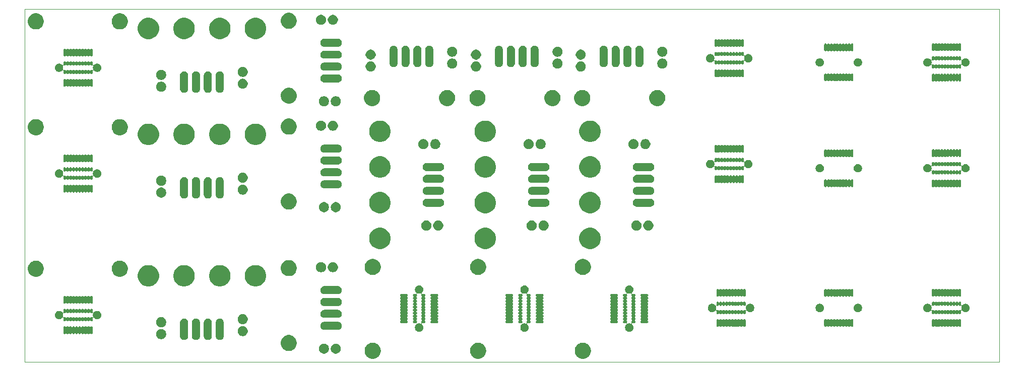
<source format=gbr>
G04 #@! TF.GenerationSoftware,KiCad,Pcbnew,(5.1.4)-1*
G04 #@! TF.CreationDate,2019-11-22T14:34:32-08:00*
G04 #@! TF.ProjectId,Type1 Termination Board v2 (UMPT_ TLH),54797065-3120-4546-9572-6d696e617469,rev?*
G04 #@! TF.SameCoordinates,Original*
G04 #@! TF.FileFunction,Soldermask,Top*
G04 #@! TF.FilePolarity,Negative*
%FSLAX46Y46*%
G04 Gerber Fmt 4.6, Leading zero omitted, Abs format (unit mm)*
G04 Created by KiCad (PCBNEW (5.1.4)-1) date 2019-11-22 14:34:32*
%MOMM*%
%LPD*%
G04 APERTURE LIST*
%ADD10C,0.050000*%
%ADD11C,0.100000*%
G04 APERTURE END LIST*
D10*
X175900000Y-70700000D02*
X175900000Y-71500000D01*
X12100000Y-71500000D02*
X12100000Y-12100000D01*
X175900000Y-71500000D02*
X12100000Y-71500000D01*
X175900000Y-12100000D02*
X175900000Y-70700000D01*
X12100000Y-12100000D02*
X175900000Y-12100000D01*
D11*
G36*
X106294072Y-68300918D02*
G01*
X106539939Y-68402759D01*
X106583256Y-68431703D01*
X106761211Y-68550609D01*
X106949391Y-68738789D01*
X107097242Y-68960063D01*
X107199082Y-69205928D01*
X107224521Y-69333816D01*
X107251000Y-69466938D01*
X107251000Y-69733062D01*
X107199082Y-69994072D01*
X107097241Y-70239939D01*
X106949390Y-70461212D01*
X106761212Y-70649390D01*
X106539939Y-70797241D01*
X106539938Y-70797242D01*
X106539937Y-70797242D01*
X106294072Y-70899082D01*
X106033063Y-70951000D01*
X105766937Y-70951000D01*
X105505928Y-70899082D01*
X105260063Y-70797242D01*
X105260062Y-70797242D01*
X105260061Y-70797241D01*
X105038788Y-70649390D01*
X104850610Y-70461212D01*
X104702759Y-70239939D01*
X104600918Y-69994072D01*
X104549000Y-69733062D01*
X104549000Y-69466938D01*
X104575480Y-69333816D01*
X104600918Y-69205928D01*
X104702758Y-68960063D01*
X104850609Y-68738789D01*
X105038789Y-68550609D01*
X105216744Y-68431703D01*
X105260061Y-68402759D01*
X105505928Y-68300918D01*
X105766937Y-68249000D01*
X106033063Y-68249000D01*
X106294072Y-68300918D01*
X106294072Y-68300918D01*
G37*
G36*
X70994072Y-68300918D02*
G01*
X71239939Y-68402759D01*
X71283256Y-68431703D01*
X71461211Y-68550609D01*
X71649391Y-68738789D01*
X71797242Y-68960063D01*
X71899082Y-69205928D01*
X71924521Y-69333816D01*
X71951000Y-69466938D01*
X71951000Y-69733062D01*
X71899082Y-69994072D01*
X71797241Y-70239939D01*
X71649390Y-70461212D01*
X71461212Y-70649390D01*
X71239939Y-70797241D01*
X71239938Y-70797242D01*
X71239937Y-70797242D01*
X70994072Y-70899082D01*
X70733063Y-70951000D01*
X70466937Y-70951000D01*
X70205928Y-70899082D01*
X69960063Y-70797242D01*
X69960062Y-70797242D01*
X69960061Y-70797241D01*
X69738788Y-70649390D01*
X69550610Y-70461212D01*
X69402759Y-70239939D01*
X69300918Y-69994072D01*
X69249000Y-69733062D01*
X69249000Y-69466938D01*
X69275480Y-69333816D01*
X69300918Y-69205928D01*
X69402758Y-68960063D01*
X69550609Y-68738789D01*
X69738789Y-68550609D01*
X69916744Y-68431703D01*
X69960061Y-68402759D01*
X70205928Y-68300918D01*
X70466937Y-68249000D01*
X70733063Y-68249000D01*
X70994072Y-68300918D01*
X70994072Y-68300918D01*
G37*
G36*
X88694072Y-68300918D02*
G01*
X88939939Y-68402759D01*
X88983256Y-68431703D01*
X89161211Y-68550609D01*
X89349391Y-68738789D01*
X89497242Y-68960063D01*
X89599082Y-69205928D01*
X89624521Y-69333816D01*
X89651000Y-69466938D01*
X89651000Y-69733062D01*
X89599082Y-69994072D01*
X89497241Y-70239939D01*
X89349390Y-70461212D01*
X89161212Y-70649390D01*
X88939939Y-70797241D01*
X88939938Y-70797242D01*
X88939937Y-70797242D01*
X88694072Y-70899082D01*
X88433063Y-70951000D01*
X88166937Y-70951000D01*
X87905928Y-70899082D01*
X87660063Y-70797242D01*
X87660062Y-70797242D01*
X87660061Y-70797241D01*
X87438788Y-70649390D01*
X87250610Y-70461212D01*
X87102759Y-70239939D01*
X87000918Y-69994072D01*
X86949000Y-69733062D01*
X86949000Y-69466938D01*
X86975480Y-69333816D01*
X87000918Y-69205928D01*
X87102758Y-68960063D01*
X87250609Y-68738789D01*
X87438789Y-68550609D01*
X87616744Y-68431703D01*
X87660061Y-68402759D01*
X87905928Y-68300918D01*
X88166937Y-68249000D01*
X88433063Y-68249000D01*
X88694072Y-68300918D01*
X88694072Y-68300918D01*
G37*
G36*
X62648228Y-68431703D02*
G01*
X62803100Y-68495853D01*
X62942481Y-68588985D01*
X63061015Y-68707519D01*
X63154147Y-68846900D01*
X63218297Y-69001772D01*
X63251000Y-69166184D01*
X63251000Y-69333816D01*
X63218297Y-69498228D01*
X63154147Y-69653100D01*
X63061015Y-69792481D01*
X62942481Y-69911015D01*
X62803100Y-70004147D01*
X62648228Y-70068297D01*
X62483816Y-70101000D01*
X62316184Y-70101000D01*
X62151772Y-70068297D01*
X61996900Y-70004147D01*
X61857519Y-69911015D01*
X61738985Y-69792481D01*
X61645853Y-69653100D01*
X61581703Y-69498228D01*
X61549000Y-69333816D01*
X61549000Y-69166184D01*
X61581703Y-69001772D01*
X61645853Y-68846900D01*
X61738985Y-68707519D01*
X61857519Y-68588985D01*
X61996900Y-68495853D01*
X62151772Y-68431703D01*
X62316184Y-68399000D01*
X62483816Y-68399000D01*
X62648228Y-68431703D01*
X62648228Y-68431703D01*
G37*
G36*
X64648228Y-68431703D02*
G01*
X64803100Y-68495853D01*
X64942481Y-68588985D01*
X65061015Y-68707519D01*
X65154147Y-68846900D01*
X65218297Y-69001772D01*
X65251000Y-69166184D01*
X65251000Y-69333816D01*
X65218297Y-69498228D01*
X65154147Y-69653100D01*
X65061015Y-69792481D01*
X64942481Y-69911015D01*
X64803100Y-70004147D01*
X64648228Y-70068297D01*
X64483816Y-70101000D01*
X64316184Y-70101000D01*
X64151772Y-70068297D01*
X63996900Y-70004147D01*
X63857519Y-69911015D01*
X63738985Y-69792481D01*
X63645853Y-69653100D01*
X63581703Y-69498228D01*
X63549000Y-69333816D01*
X63549000Y-69166184D01*
X63581703Y-69001772D01*
X63645853Y-68846900D01*
X63738985Y-68707519D01*
X63857519Y-68588985D01*
X63996900Y-68495853D01*
X64151772Y-68431703D01*
X64316184Y-68399000D01*
X64483816Y-68399000D01*
X64648228Y-68431703D01*
X64648228Y-68431703D01*
G37*
G36*
X56894072Y-67000918D02*
G01*
X57008292Y-67048229D01*
X57139939Y-67102759D01*
X57163190Y-67118295D01*
X57361211Y-67250609D01*
X57549391Y-67438789D01*
X57591883Y-67502383D01*
X57697241Y-67660061D01*
X57799082Y-67905928D01*
X57851000Y-68166938D01*
X57851000Y-68433062D01*
X57799082Y-68694072D01*
X57697241Y-68939939D01*
X57549390Y-69161212D01*
X57361212Y-69349390D01*
X57139939Y-69497241D01*
X57139938Y-69497242D01*
X57139937Y-69497242D01*
X56894072Y-69599082D01*
X56633063Y-69651000D01*
X56366937Y-69651000D01*
X56105928Y-69599082D01*
X55860063Y-69497242D01*
X55860062Y-69497242D01*
X55860061Y-69497241D01*
X55638788Y-69349390D01*
X55450610Y-69161212D01*
X55302759Y-68939939D01*
X55200918Y-68694072D01*
X55149000Y-68433062D01*
X55149000Y-68166938D01*
X55200918Y-67905928D01*
X55302759Y-67660061D01*
X55408117Y-67502383D01*
X55450609Y-67438789D01*
X55638789Y-67250609D01*
X55836810Y-67118295D01*
X55860061Y-67102759D01*
X55991709Y-67048229D01*
X56105928Y-67000918D01*
X56366937Y-66949000D01*
X56633063Y-66949000D01*
X56894072Y-67000918D01*
X56894072Y-67000918D01*
G37*
G36*
X43032517Y-64208781D02*
G01*
X43159946Y-64247436D01*
X43277383Y-64310208D01*
X43380317Y-64394683D01*
X43464792Y-64497617D01*
X43527564Y-64615054D01*
X43566219Y-64742483D01*
X43576000Y-64841795D01*
X43576000Y-67158205D01*
X43566219Y-67257517D01*
X43527564Y-67384946D01*
X43464792Y-67502383D01*
X43380317Y-67605316D01*
X43277382Y-67689792D01*
X43159945Y-67752564D01*
X43032516Y-67791219D01*
X42900000Y-67804270D01*
X42767483Y-67791219D01*
X42640054Y-67752564D01*
X42522617Y-67689792D01*
X42419684Y-67605317D01*
X42335208Y-67502382D01*
X42272436Y-67384945D01*
X42233781Y-67257516D01*
X42224000Y-67158204D01*
X42224001Y-64841795D01*
X42233782Y-64742483D01*
X42272437Y-64615054D01*
X42335209Y-64497617D01*
X42419684Y-64394683D01*
X42522618Y-64310208D01*
X42640055Y-64247436D01*
X42767484Y-64208781D01*
X42900000Y-64195730D01*
X43032517Y-64208781D01*
X43032517Y-64208781D01*
G37*
G36*
X41032517Y-64208781D02*
G01*
X41159946Y-64247436D01*
X41277383Y-64310208D01*
X41380317Y-64394683D01*
X41464792Y-64497617D01*
X41527564Y-64615054D01*
X41566219Y-64742483D01*
X41576000Y-64841795D01*
X41576000Y-67158205D01*
X41566219Y-67257517D01*
X41527564Y-67384946D01*
X41464792Y-67502383D01*
X41380317Y-67605316D01*
X41277382Y-67689792D01*
X41159945Y-67752564D01*
X41032516Y-67791219D01*
X40900000Y-67804270D01*
X40767483Y-67791219D01*
X40640054Y-67752564D01*
X40522617Y-67689792D01*
X40419684Y-67605317D01*
X40335208Y-67502382D01*
X40272436Y-67384945D01*
X40233781Y-67257516D01*
X40224000Y-67158204D01*
X40224001Y-64841795D01*
X40233782Y-64742483D01*
X40272437Y-64615054D01*
X40335209Y-64497617D01*
X40419684Y-64394683D01*
X40522618Y-64310208D01*
X40640055Y-64247436D01*
X40767484Y-64208781D01*
X40900000Y-64195730D01*
X41032517Y-64208781D01*
X41032517Y-64208781D01*
G37*
G36*
X45032517Y-64208781D02*
G01*
X45159946Y-64247436D01*
X45277383Y-64310208D01*
X45380317Y-64394683D01*
X45464792Y-64497617D01*
X45527564Y-64615054D01*
X45566219Y-64742483D01*
X45576000Y-64841795D01*
X45576000Y-67158205D01*
X45566219Y-67257517D01*
X45527564Y-67384946D01*
X45464792Y-67502383D01*
X45380317Y-67605316D01*
X45277382Y-67689792D01*
X45159945Y-67752564D01*
X45032516Y-67791219D01*
X44900000Y-67804270D01*
X44767483Y-67791219D01*
X44640054Y-67752564D01*
X44522617Y-67689792D01*
X44419684Y-67605317D01*
X44335208Y-67502382D01*
X44272436Y-67384945D01*
X44233781Y-67257516D01*
X44224000Y-67158204D01*
X44224001Y-64841795D01*
X44233782Y-64742483D01*
X44272437Y-64615054D01*
X44335209Y-64497617D01*
X44419684Y-64394683D01*
X44522618Y-64310208D01*
X44640055Y-64247436D01*
X44767484Y-64208781D01*
X44900000Y-64195730D01*
X45032517Y-64208781D01*
X45032517Y-64208781D01*
G37*
G36*
X39032517Y-64208781D02*
G01*
X39159946Y-64247436D01*
X39277383Y-64310208D01*
X39380317Y-64394683D01*
X39464792Y-64497617D01*
X39527564Y-64615054D01*
X39566219Y-64742483D01*
X39576000Y-64841795D01*
X39576000Y-67158205D01*
X39566219Y-67257517D01*
X39527564Y-67384946D01*
X39464792Y-67502383D01*
X39380317Y-67605316D01*
X39277382Y-67689792D01*
X39159945Y-67752564D01*
X39032516Y-67791219D01*
X38900000Y-67804270D01*
X38767483Y-67791219D01*
X38640054Y-67752564D01*
X38522617Y-67689792D01*
X38419684Y-67605317D01*
X38335208Y-67502382D01*
X38272436Y-67384945D01*
X38233781Y-67257516D01*
X38224000Y-67158204D01*
X38224001Y-64841795D01*
X38233782Y-64742483D01*
X38272437Y-64615054D01*
X38335209Y-64497617D01*
X38419684Y-64394683D01*
X38522618Y-64310208D01*
X38640055Y-64247436D01*
X38767484Y-64208781D01*
X38900000Y-64195730D01*
X39032517Y-64208781D01*
X39032517Y-64208781D01*
G37*
G36*
X35298228Y-65981703D02*
G01*
X35453100Y-66045853D01*
X35592481Y-66138985D01*
X35711015Y-66257519D01*
X35804147Y-66396900D01*
X35868297Y-66551772D01*
X35901000Y-66716184D01*
X35901000Y-66883816D01*
X35868297Y-67048228D01*
X35804147Y-67203100D01*
X35711015Y-67342481D01*
X35592481Y-67461015D01*
X35453100Y-67554147D01*
X35298228Y-67618297D01*
X35133816Y-67651000D01*
X34966184Y-67651000D01*
X34801772Y-67618297D01*
X34646900Y-67554147D01*
X34507519Y-67461015D01*
X34388985Y-67342481D01*
X34295853Y-67203100D01*
X34231703Y-67048228D01*
X34199000Y-66883816D01*
X34199000Y-66716184D01*
X34231703Y-66551772D01*
X34295853Y-66396900D01*
X34388985Y-66257519D01*
X34507519Y-66138985D01*
X34646900Y-66045853D01*
X34801772Y-65981703D01*
X34966184Y-65949000D01*
X35133816Y-65949000D01*
X35298228Y-65981703D01*
X35298228Y-65981703D01*
G37*
G36*
X48998228Y-65481703D02*
G01*
X49153100Y-65545853D01*
X49292481Y-65638985D01*
X49411015Y-65757519D01*
X49504147Y-65896900D01*
X49568297Y-66051772D01*
X49601000Y-66216184D01*
X49601000Y-66383816D01*
X49568297Y-66548228D01*
X49504147Y-66703100D01*
X49411015Y-66842481D01*
X49292481Y-66961015D01*
X49153100Y-67054147D01*
X48998228Y-67118297D01*
X48833816Y-67151000D01*
X48666184Y-67151000D01*
X48501772Y-67118297D01*
X48346900Y-67054147D01*
X48207519Y-66961015D01*
X48088985Y-66842481D01*
X47995853Y-66703100D01*
X47931703Y-66548228D01*
X47899000Y-66383816D01*
X47899000Y-66216184D01*
X47931703Y-66051772D01*
X47995853Y-65896900D01*
X48088985Y-65757519D01*
X48207519Y-65638985D01*
X48346900Y-65545853D01*
X48501772Y-65481703D01*
X48666184Y-65449000D01*
X48833816Y-65449000D01*
X48998228Y-65481703D01*
X48998228Y-65481703D01*
G37*
G36*
X18854304Y-65498452D02*
G01*
X18889400Y-65501908D01*
X18908346Y-65507655D01*
X18927290Y-65513402D01*
X18962209Y-65532066D01*
X18992816Y-65557184D01*
X19003379Y-65570055D01*
X19020701Y-65587377D01*
X19041075Y-65600991D01*
X19063714Y-65610368D01*
X19087747Y-65615149D01*
X19112251Y-65615149D01*
X19136284Y-65610369D01*
X19158923Y-65600992D01*
X19179298Y-65587378D01*
X19196622Y-65570054D01*
X19207184Y-65557184D01*
X19237790Y-65532066D01*
X19272709Y-65513402D01*
X19291653Y-65507655D01*
X19310599Y-65501908D01*
X19349999Y-65498028D01*
X19350000Y-65498028D01*
X19354304Y-65498452D01*
X19389400Y-65501908D01*
X19408346Y-65507655D01*
X19427290Y-65513402D01*
X19462209Y-65532066D01*
X19492816Y-65557184D01*
X19503379Y-65570055D01*
X19520701Y-65587377D01*
X19541075Y-65600991D01*
X19563714Y-65610368D01*
X19587747Y-65615149D01*
X19612251Y-65615149D01*
X19636284Y-65610369D01*
X19658923Y-65600992D01*
X19679298Y-65587378D01*
X19696622Y-65570054D01*
X19707184Y-65557184D01*
X19737790Y-65532066D01*
X19772709Y-65513402D01*
X19791653Y-65507655D01*
X19810599Y-65501908D01*
X19849999Y-65498028D01*
X19850000Y-65498028D01*
X19854304Y-65498452D01*
X19889400Y-65501908D01*
X19908346Y-65507655D01*
X19927290Y-65513402D01*
X19962209Y-65532066D01*
X19992816Y-65557184D01*
X20003379Y-65570055D01*
X20020701Y-65587377D01*
X20041075Y-65600991D01*
X20063714Y-65610368D01*
X20087747Y-65615149D01*
X20112251Y-65615149D01*
X20136284Y-65610369D01*
X20158923Y-65600992D01*
X20179298Y-65587378D01*
X20196622Y-65570054D01*
X20207184Y-65557184D01*
X20237790Y-65532066D01*
X20272709Y-65513402D01*
X20291653Y-65507655D01*
X20310599Y-65501908D01*
X20349999Y-65498028D01*
X20350000Y-65498028D01*
X20354304Y-65498452D01*
X20389400Y-65501908D01*
X20408346Y-65507655D01*
X20427290Y-65513402D01*
X20462209Y-65532066D01*
X20492816Y-65557184D01*
X20503379Y-65570055D01*
X20520701Y-65587377D01*
X20541075Y-65600991D01*
X20563714Y-65610368D01*
X20587747Y-65615149D01*
X20612251Y-65615149D01*
X20636284Y-65610369D01*
X20658923Y-65600992D01*
X20679298Y-65587378D01*
X20696622Y-65570054D01*
X20707184Y-65557184D01*
X20737790Y-65532066D01*
X20772709Y-65513402D01*
X20791653Y-65507655D01*
X20810599Y-65501908D01*
X20849999Y-65498028D01*
X20850000Y-65498028D01*
X20854304Y-65498452D01*
X20889400Y-65501908D01*
X20908346Y-65507655D01*
X20927290Y-65513402D01*
X20962209Y-65532066D01*
X20992816Y-65557184D01*
X21003379Y-65570055D01*
X21020701Y-65587377D01*
X21041075Y-65600991D01*
X21063714Y-65610368D01*
X21087747Y-65615149D01*
X21112251Y-65615149D01*
X21136284Y-65610369D01*
X21158923Y-65600992D01*
X21179298Y-65587378D01*
X21196622Y-65570054D01*
X21207184Y-65557184D01*
X21237790Y-65532066D01*
X21272709Y-65513402D01*
X21291653Y-65507655D01*
X21310599Y-65501908D01*
X21349999Y-65498028D01*
X21350000Y-65498028D01*
X21354304Y-65498452D01*
X21389400Y-65501908D01*
X21408346Y-65507655D01*
X21427290Y-65513402D01*
X21462209Y-65532066D01*
X21492816Y-65557184D01*
X21503379Y-65570055D01*
X21520701Y-65587377D01*
X21541075Y-65600991D01*
X21563714Y-65610368D01*
X21587747Y-65615149D01*
X21612251Y-65615149D01*
X21636284Y-65610369D01*
X21658923Y-65600992D01*
X21679298Y-65587378D01*
X21696622Y-65570054D01*
X21707184Y-65557184D01*
X21737790Y-65532066D01*
X21772709Y-65513402D01*
X21791653Y-65507655D01*
X21810599Y-65501908D01*
X21849999Y-65498028D01*
X21850000Y-65498028D01*
X21854304Y-65498452D01*
X21889400Y-65501908D01*
X21908346Y-65507655D01*
X21927290Y-65513402D01*
X21962209Y-65532066D01*
X21992816Y-65557184D01*
X22003379Y-65570055D01*
X22020701Y-65587377D01*
X22041075Y-65600991D01*
X22063714Y-65610368D01*
X22087747Y-65615149D01*
X22112251Y-65615149D01*
X22136284Y-65610369D01*
X22158923Y-65600992D01*
X22179298Y-65587378D01*
X22196622Y-65570054D01*
X22207184Y-65557184D01*
X22237790Y-65532066D01*
X22272709Y-65513402D01*
X22291653Y-65507655D01*
X22310599Y-65501908D01*
X22349999Y-65498028D01*
X22350000Y-65498028D01*
X22354304Y-65498452D01*
X22389400Y-65501908D01*
X22408346Y-65507655D01*
X22427290Y-65513402D01*
X22462209Y-65532066D01*
X22492816Y-65557184D01*
X22503379Y-65570055D01*
X22520701Y-65587377D01*
X22541075Y-65600991D01*
X22563714Y-65610368D01*
X22587747Y-65615149D01*
X22612251Y-65615149D01*
X22636284Y-65610369D01*
X22658923Y-65600992D01*
X22679298Y-65587378D01*
X22696622Y-65570054D01*
X22707184Y-65557184D01*
X22737790Y-65532066D01*
X22772709Y-65513402D01*
X22791653Y-65507655D01*
X22810599Y-65501908D01*
X22849999Y-65498028D01*
X22850000Y-65498028D01*
X22854304Y-65498452D01*
X22889400Y-65501908D01*
X22908346Y-65507655D01*
X22927290Y-65513402D01*
X22962209Y-65532066D01*
X22992816Y-65557184D01*
X23003379Y-65570055D01*
X23020701Y-65587377D01*
X23041075Y-65600991D01*
X23063714Y-65610368D01*
X23087747Y-65615149D01*
X23112251Y-65615149D01*
X23136284Y-65610369D01*
X23158923Y-65600992D01*
X23179298Y-65587378D01*
X23196622Y-65570054D01*
X23207184Y-65557184D01*
X23237790Y-65532066D01*
X23272709Y-65513402D01*
X23291653Y-65507655D01*
X23310599Y-65501908D01*
X23349999Y-65498028D01*
X23350000Y-65498028D01*
X23354304Y-65498452D01*
X23389400Y-65501908D01*
X23408346Y-65507655D01*
X23427290Y-65513402D01*
X23462209Y-65532066D01*
X23492816Y-65557184D01*
X23517934Y-65587790D01*
X23536598Y-65622709D01*
X23539100Y-65630958D01*
X23548092Y-65660599D01*
X23551000Y-65690126D01*
X23551000Y-66609874D01*
X23548092Y-66639401D01*
X23548091Y-66639403D01*
X23536598Y-66677291D01*
X23517934Y-66712210D01*
X23492816Y-66742816D01*
X23462210Y-66767934D01*
X23427291Y-66786598D01*
X23408347Y-66792344D01*
X23389401Y-66798092D01*
X23350001Y-66801972D01*
X23350000Y-66801972D01*
X23345696Y-66801548D01*
X23310600Y-66798092D01*
X23291654Y-66792344D01*
X23272710Y-66786598D01*
X23237791Y-66767934D01*
X23207185Y-66742816D01*
X23196617Y-66729939D01*
X23179302Y-66712624D01*
X23158928Y-66699009D01*
X23136290Y-66689631D01*
X23112257Y-66684850D01*
X23087753Y-66684850D01*
X23063719Y-66689629D01*
X23041080Y-66699006D01*
X23020705Y-66712619D01*
X23003379Y-66729945D01*
X22992816Y-66742816D01*
X22962210Y-66767934D01*
X22927291Y-66786598D01*
X22908347Y-66792344D01*
X22889401Y-66798092D01*
X22850001Y-66801972D01*
X22850000Y-66801972D01*
X22845696Y-66801548D01*
X22810600Y-66798092D01*
X22791654Y-66792344D01*
X22772710Y-66786598D01*
X22737791Y-66767934D01*
X22707185Y-66742816D01*
X22696617Y-66729939D01*
X22679302Y-66712624D01*
X22658928Y-66699009D01*
X22636290Y-66689631D01*
X22612257Y-66684850D01*
X22587753Y-66684850D01*
X22563719Y-66689629D01*
X22541080Y-66699006D01*
X22520705Y-66712619D01*
X22503379Y-66729945D01*
X22492816Y-66742816D01*
X22462210Y-66767934D01*
X22427291Y-66786598D01*
X22408347Y-66792344D01*
X22389401Y-66798092D01*
X22350001Y-66801972D01*
X22350000Y-66801972D01*
X22345696Y-66801548D01*
X22310600Y-66798092D01*
X22291654Y-66792344D01*
X22272710Y-66786598D01*
X22237791Y-66767934D01*
X22207185Y-66742816D01*
X22196617Y-66729939D01*
X22179302Y-66712624D01*
X22158928Y-66699009D01*
X22136290Y-66689631D01*
X22112257Y-66684850D01*
X22087753Y-66684850D01*
X22063719Y-66689629D01*
X22041080Y-66699006D01*
X22020705Y-66712619D01*
X22003379Y-66729945D01*
X21992816Y-66742816D01*
X21962210Y-66767934D01*
X21927291Y-66786598D01*
X21908347Y-66792344D01*
X21889401Y-66798092D01*
X21850001Y-66801972D01*
X21850000Y-66801972D01*
X21845696Y-66801548D01*
X21810600Y-66798092D01*
X21791654Y-66792344D01*
X21772710Y-66786598D01*
X21737791Y-66767934D01*
X21707185Y-66742816D01*
X21696617Y-66729939D01*
X21679302Y-66712624D01*
X21658928Y-66699009D01*
X21636290Y-66689631D01*
X21612257Y-66684850D01*
X21587753Y-66684850D01*
X21563719Y-66689629D01*
X21541080Y-66699006D01*
X21520705Y-66712619D01*
X21503379Y-66729945D01*
X21492816Y-66742816D01*
X21462210Y-66767934D01*
X21427291Y-66786598D01*
X21408347Y-66792344D01*
X21389401Y-66798092D01*
X21350001Y-66801972D01*
X21350000Y-66801972D01*
X21345696Y-66801548D01*
X21310600Y-66798092D01*
X21291654Y-66792344D01*
X21272710Y-66786598D01*
X21237791Y-66767934D01*
X21207185Y-66742816D01*
X21196617Y-66729939D01*
X21179302Y-66712624D01*
X21158928Y-66699009D01*
X21136290Y-66689631D01*
X21112257Y-66684850D01*
X21087753Y-66684850D01*
X21063719Y-66689629D01*
X21041080Y-66699006D01*
X21020705Y-66712619D01*
X21003379Y-66729945D01*
X20992816Y-66742816D01*
X20962210Y-66767934D01*
X20927291Y-66786598D01*
X20908347Y-66792344D01*
X20889401Y-66798092D01*
X20850001Y-66801972D01*
X20850000Y-66801972D01*
X20845696Y-66801548D01*
X20810600Y-66798092D01*
X20791654Y-66792344D01*
X20772710Y-66786598D01*
X20737791Y-66767934D01*
X20707185Y-66742816D01*
X20696617Y-66729939D01*
X20679302Y-66712624D01*
X20658928Y-66699009D01*
X20636290Y-66689631D01*
X20612257Y-66684850D01*
X20587753Y-66684850D01*
X20563719Y-66689629D01*
X20541080Y-66699006D01*
X20520705Y-66712619D01*
X20503379Y-66729945D01*
X20492816Y-66742816D01*
X20462210Y-66767934D01*
X20427291Y-66786598D01*
X20408347Y-66792344D01*
X20389401Y-66798092D01*
X20350001Y-66801972D01*
X20350000Y-66801972D01*
X20345696Y-66801548D01*
X20310600Y-66798092D01*
X20291654Y-66792344D01*
X20272710Y-66786598D01*
X20237791Y-66767934D01*
X20207185Y-66742816D01*
X20196617Y-66729939D01*
X20179302Y-66712624D01*
X20158928Y-66699009D01*
X20136290Y-66689631D01*
X20112257Y-66684850D01*
X20087753Y-66684850D01*
X20063719Y-66689629D01*
X20041080Y-66699006D01*
X20020705Y-66712619D01*
X20003379Y-66729945D01*
X19992816Y-66742816D01*
X19962210Y-66767934D01*
X19927291Y-66786598D01*
X19908347Y-66792344D01*
X19889401Y-66798092D01*
X19850001Y-66801972D01*
X19850000Y-66801972D01*
X19845696Y-66801548D01*
X19810600Y-66798092D01*
X19791654Y-66792344D01*
X19772710Y-66786598D01*
X19737791Y-66767934D01*
X19707185Y-66742816D01*
X19696617Y-66729939D01*
X19679302Y-66712624D01*
X19658928Y-66699009D01*
X19636290Y-66689631D01*
X19612257Y-66684850D01*
X19587753Y-66684850D01*
X19563719Y-66689629D01*
X19541080Y-66699006D01*
X19520705Y-66712619D01*
X19503379Y-66729945D01*
X19492816Y-66742816D01*
X19462210Y-66767934D01*
X19427291Y-66786598D01*
X19408347Y-66792344D01*
X19389401Y-66798092D01*
X19350001Y-66801972D01*
X19350000Y-66801972D01*
X19345696Y-66801548D01*
X19310600Y-66798092D01*
X19291654Y-66792344D01*
X19272710Y-66786598D01*
X19237791Y-66767934D01*
X19207185Y-66742816D01*
X19196617Y-66729939D01*
X19179302Y-66712624D01*
X19158928Y-66699009D01*
X19136290Y-66689631D01*
X19112257Y-66684850D01*
X19087753Y-66684850D01*
X19063719Y-66689629D01*
X19041080Y-66699006D01*
X19020705Y-66712619D01*
X19003379Y-66729945D01*
X18992816Y-66742816D01*
X18962210Y-66767934D01*
X18927291Y-66786598D01*
X18908347Y-66792344D01*
X18889401Y-66798092D01*
X18850001Y-66801972D01*
X18850000Y-66801972D01*
X18845696Y-66801548D01*
X18810600Y-66798092D01*
X18791654Y-66792344D01*
X18772710Y-66786598D01*
X18737791Y-66767934D01*
X18707185Y-66742816D01*
X18682067Y-66712210D01*
X18663403Y-66677291D01*
X18651910Y-66639403D01*
X18651909Y-66639401D01*
X18649001Y-66609873D01*
X18649000Y-65690127D01*
X18651908Y-65660600D01*
X18663403Y-65622708D01*
X18682065Y-65587793D01*
X18682066Y-65587791D01*
X18707184Y-65557184D01*
X18737790Y-65532066D01*
X18772709Y-65513402D01*
X18791653Y-65507655D01*
X18810599Y-65501908D01*
X18849999Y-65498028D01*
X18850000Y-65498028D01*
X18854304Y-65498452D01*
X18854304Y-65498452D01*
G37*
G36*
X113904473Y-58625938D02*
G01*
X114032049Y-58678782D01*
X114146859Y-58755495D01*
X114244505Y-58853141D01*
X114321218Y-58967951D01*
X114374062Y-59095527D01*
X114401000Y-59230956D01*
X114401000Y-59369044D01*
X114374062Y-59504473D01*
X114321218Y-59632049D01*
X114244505Y-59746859D01*
X114155751Y-59835613D01*
X114140206Y-59854555D01*
X114128655Y-59876166D01*
X114121542Y-59899615D01*
X114119140Y-59924001D01*
X114121542Y-59948387D01*
X114128655Y-59971836D01*
X114140206Y-59993447D01*
X114155751Y-60012389D01*
X114174693Y-60027934D01*
X114196304Y-60039485D01*
X114219753Y-60046598D01*
X114244139Y-60049000D01*
X114559874Y-60049000D01*
X114589401Y-60051908D01*
X114608347Y-60057656D01*
X114627291Y-60063402D01*
X114662210Y-60082066D01*
X114692816Y-60107184D01*
X114717934Y-60137790D01*
X114735466Y-60170590D01*
X114736597Y-60172707D01*
X114748092Y-60210599D01*
X114751972Y-60250000D01*
X114748092Y-60289401D01*
X114748091Y-60289403D01*
X114736598Y-60327291D01*
X114717934Y-60362210D01*
X114692816Y-60392816D01*
X114679945Y-60403379D01*
X114662623Y-60420701D01*
X114649009Y-60441075D01*
X114639632Y-60463714D01*
X114634851Y-60487747D01*
X114634851Y-60512251D01*
X114639631Y-60536284D01*
X114649008Y-60558923D01*
X114662622Y-60579298D01*
X114679945Y-60596621D01*
X114692816Y-60607184D01*
X114717934Y-60637790D01*
X114735466Y-60670590D01*
X114736597Y-60672707D01*
X114748092Y-60710599D01*
X114751972Y-60750000D01*
X114748092Y-60789401D01*
X114748091Y-60789403D01*
X114736598Y-60827291D01*
X114717934Y-60862210D01*
X114692816Y-60892816D01*
X114679945Y-60903379D01*
X114662623Y-60920701D01*
X114649009Y-60941075D01*
X114639632Y-60963714D01*
X114634851Y-60987747D01*
X114634851Y-61012251D01*
X114639631Y-61036284D01*
X114649008Y-61058923D01*
X114662622Y-61079298D01*
X114679945Y-61096621D01*
X114692816Y-61107184D01*
X114717934Y-61137790D01*
X114735466Y-61170590D01*
X114736597Y-61172707D01*
X114748092Y-61210599D01*
X114751972Y-61250000D01*
X114748092Y-61289401D01*
X114748091Y-61289403D01*
X114736598Y-61327291D01*
X114717934Y-61362210D01*
X114692816Y-61392816D01*
X114679945Y-61403379D01*
X114662623Y-61420701D01*
X114649009Y-61441075D01*
X114639632Y-61463714D01*
X114634851Y-61487747D01*
X114634851Y-61512251D01*
X114639631Y-61536284D01*
X114649008Y-61558923D01*
X114662622Y-61579298D01*
X114679945Y-61596621D01*
X114692816Y-61607184D01*
X114717934Y-61637790D01*
X114729776Y-61659946D01*
X114736597Y-61672707D01*
X114748092Y-61710599D01*
X114751972Y-61750000D01*
X114748092Y-61789401D01*
X114748091Y-61789403D01*
X114736598Y-61827291D01*
X114717934Y-61862210D01*
X114692816Y-61892816D01*
X114679945Y-61903379D01*
X114662623Y-61920701D01*
X114649009Y-61941075D01*
X114639632Y-61963714D01*
X114634851Y-61987747D01*
X114634851Y-62012251D01*
X114639631Y-62036284D01*
X114649008Y-62058923D01*
X114662622Y-62079298D01*
X114679945Y-62096621D01*
X114692816Y-62107184D01*
X114717934Y-62137790D01*
X114736598Y-62172709D01*
X114738139Y-62177789D01*
X114748092Y-62210599D01*
X114751972Y-62250000D01*
X114748092Y-62289401D01*
X114748091Y-62289403D01*
X114736598Y-62327291D01*
X114717934Y-62362210D01*
X114692816Y-62392816D01*
X114679945Y-62403379D01*
X114662623Y-62420701D01*
X114649009Y-62441075D01*
X114639632Y-62463714D01*
X114634851Y-62487747D01*
X114634851Y-62512251D01*
X114639631Y-62536284D01*
X114649008Y-62558923D01*
X114662622Y-62579298D01*
X114679945Y-62596621D01*
X114692816Y-62607184D01*
X114717934Y-62637790D01*
X114736598Y-62672709D01*
X114742344Y-62691653D01*
X114748092Y-62710599D01*
X114751972Y-62750000D01*
X114748092Y-62789401D01*
X114748012Y-62789664D01*
X114736598Y-62827291D01*
X114717934Y-62862210D01*
X114692816Y-62892816D01*
X114679945Y-62903379D01*
X114662623Y-62920701D01*
X114649009Y-62941075D01*
X114639632Y-62963714D01*
X114634851Y-62987747D01*
X114634851Y-63012251D01*
X114639631Y-63036284D01*
X114649008Y-63058923D01*
X114662622Y-63079298D01*
X114679945Y-63096621D01*
X114692816Y-63107184D01*
X114717934Y-63137790D01*
X114736598Y-63172709D01*
X114742345Y-63191653D01*
X114748092Y-63210599D01*
X114751972Y-63250000D01*
X114748092Y-63289401D01*
X114748091Y-63289403D01*
X114736598Y-63327291D01*
X114717934Y-63362210D01*
X114692816Y-63392816D01*
X114679945Y-63403379D01*
X114662623Y-63420701D01*
X114649009Y-63441075D01*
X114639632Y-63463714D01*
X114634851Y-63487747D01*
X114634851Y-63512251D01*
X114639631Y-63536284D01*
X114649008Y-63558923D01*
X114662622Y-63579298D01*
X114679945Y-63596621D01*
X114692816Y-63607184D01*
X114717934Y-63637790D01*
X114729776Y-63659946D01*
X114736597Y-63672707D01*
X114748092Y-63710599D01*
X114751972Y-63750000D01*
X114748092Y-63789401D01*
X114748091Y-63789403D01*
X114736598Y-63827291D01*
X114717934Y-63862210D01*
X114692816Y-63892816D01*
X114679945Y-63903379D01*
X114662623Y-63920701D01*
X114649009Y-63941075D01*
X114639632Y-63963714D01*
X114634851Y-63987747D01*
X114634851Y-64012251D01*
X114639631Y-64036284D01*
X114649008Y-64058923D01*
X114662622Y-64079298D01*
X114679945Y-64096621D01*
X114692816Y-64107184D01*
X114717934Y-64137790D01*
X114735466Y-64170590D01*
X114736597Y-64172707D01*
X114748092Y-64210599D01*
X114751972Y-64250000D01*
X114748092Y-64289401D01*
X114742733Y-64307065D01*
X114736598Y-64327291D01*
X114717934Y-64362210D01*
X114692816Y-64392816D01*
X114679945Y-64403379D01*
X114662623Y-64420701D01*
X114649009Y-64441075D01*
X114639632Y-64463714D01*
X114634851Y-64487747D01*
X114634851Y-64512251D01*
X114639631Y-64536284D01*
X114649008Y-64558923D01*
X114662622Y-64579298D01*
X114679945Y-64596621D01*
X114692816Y-64607184D01*
X114717934Y-64637790D01*
X114723440Y-64648092D01*
X114736597Y-64672707D01*
X114748092Y-64710599D01*
X114751972Y-64750000D01*
X114748092Y-64789401D01*
X114748091Y-64789403D01*
X114736598Y-64827291D01*
X114717934Y-64862210D01*
X114692816Y-64892816D01*
X114662210Y-64917934D01*
X114627291Y-64936598D01*
X114608347Y-64942344D01*
X114589401Y-64948092D01*
X114559874Y-64951000D01*
X114244139Y-64951000D01*
X114219753Y-64953402D01*
X114196304Y-64960515D01*
X114174693Y-64972066D01*
X114155751Y-64987611D01*
X114140206Y-65006553D01*
X114128655Y-65028164D01*
X114121542Y-65051613D01*
X114119140Y-65075999D01*
X114121542Y-65100385D01*
X114128655Y-65123834D01*
X114140206Y-65145445D01*
X114155751Y-65164387D01*
X114244505Y-65253141D01*
X114321218Y-65367951D01*
X114374062Y-65495527D01*
X114401000Y-65630956D01*
X114401000Y-65769044D01*
X114374062Y-65904473D01*
X114321218Y-66032049D01*
X114244505Y-66146859D01*
X114146859Y-66244505D01*
X114032049Y-66321218D01*
X113904473Y-66374062D01*
X113769044Y-66401000D01*
X113630956Y-66401000D01*
X113495527Y-66374062D01*
X113367951Y-66321218D01*
X113253141Y-66244505D01*
X113155495Y-66146859D01*
X113078782Y-66032049D01*
X113025938Y-65904473D01*
X112999000Y-65769044D01*
X112999000Y-65630956D01*
X113025938Y-65495527D01*
X113078782Y-65367951D01*
X113155495Y-65253141D01*
X113244249Y-65164387D01*
X113259794Y-65145445D01*
X113271345Y-65123834D01*
X113278458Y-65100385D01*
X113280860Y-65075999D01*
X113278458Y-65051613D01*
X113271345Y-65028164D01*
X113259794Y-65006553D01*
X113244249Y-64987611D01*
X113225307Y-64972066D01*
X113203696Y-64960515D01*
X113180247Y-64953402D01*
X113155861Y-64951000D01*
X112840126Y-64951000D01*
X112810599Y-64948092D01*
X112791653Y-64942344D01*
X112772709Y-64936598D01*
X112737790Y-64917934D01*
X112707184Y-64892816D01*
X112682066Y-64862210D01*
X112663402Y-64827291D01*
X112651909Y-64789403D01*
X112651908Y-64789401D01*
X112648028Y-64750000D01*
X112651908Y-64710599D01*
X112663403Y-64672707D01*
X112676560Y-64648092D01*
X112682066Y-64637790D01*
X112707184Y-64607184D01*
X112720055Y-64596621D01*
X112737377Y-64579299D01*
X112750991Y-64558925D01*
X112760368Y-64536286D01*
X112765149Y-64512253D01*
X112765149Y-64487749D01*
X112760369Y-64463716D01*
X112750992Y-64441077D01*
X112737378Y-64420702D01*
X112720055Y-64403379D01*
X112707184Y-64392816D01*
X112682066Y-64362210D01*
X112663402Y-64327291D01*
X112657267Y-64307065D01*
X112651908Y-64289401D01*
X112648028Y-64250000D01*
X112651908Y-64210599D01*
X112663403Y-64172707D01*
X112664534Y-64170590D01*
X112682066Y-64137790D01*
X112707184Y-64107184D01*
X112720055Y-64096621D01*
X112737377Y-64079299D01*
X112750991Y-64058925D01*
X112760368Y-64036286D01*
X112765149Y-64012253D01*
X112765149Y-63987749D01*
X112760369Y-63963716D01*
X112750992Y-63941077D01*
X112737378Y-63920702D01*
X112720055Y-63903379D01*
X112707184Y-63892816D01*
X112682066Y-63862210D01*
X112663402Y-63827291D01*
X112651909Y-63789403D01*
X112651908Y-63789401D01*
X112648028Y-63750000D01*
X112651908Y-63710599D01*
X112663403Y-63672707D01*
X112670224Y-63659946D01*
X112682066Y-63637790D01*
X112707184Y-63607184D01*
X112720055Y-63596621D01*
X112737377Y-63579299D01*
X112750991Y-63558925D01*
X112760368Y-63536286D01*
X112765149Y-63512253D01*
X112765149Y-63487749D01*
X112760369Y-63463716D01*
X112750992Y-63441077D01*
X112737378Y-63420702D01*
X112720055Y-63403379D01*
X112707184Y-63392816D01*
X112682066Y-63362210D01*
X112663402Y-63327291D01*
X112651909Y-63289403D01*
X112651908Y-63289401D01*
X112648028Y-63250000D01*
X112651908Y-63210599D01*
X112657655Y-63191653D01*
X112663402Y-63172709D01*
X112682066Y-63137790D01*
X112707184Y-63107184D01*
X112720055Y-63096621D01*
X112737377Y-63079299D01*
X112750991Y-63058925D01*
X112760368Y-63036286D01*
X112765149Y-63012253D01*
X112765149Y-62987749D01*
X112760369Y-62963716D01*
X112750992Y-62941077D01*
X112737378Y-62920702D01*
X112720055Y-62903379D01*
X112707184Y-62892816D01*
X112682066Y-62862210D01*
X112663402Y-62827291D01*
X112651988Y-62789664D01*
X112651908Y-62789401D01*
X112648028Y-62750000D01*
X112651908Y-62710599D01*
X112657656Y-62691653D01*
X112663402Y-62672709D01*
X112682066Y-62637790D01*
X112707184Y-62607184D01*
X112720055Y-62596621D01*
X112737377Y-62579299D01*
X112750991Y-62558925D01*
X112760368Y-62536286D01*
X112765149Y-62512253D01*
X112765149Y-62487749D01*
X112760369Y-62463716D01*
X112750992Y-62441077D01*
X112737378Y-62420702D01*
X112720055Y-62403379D01*
X112707184Y-62392816D01*
X112682066Y-62362210D01*
X112663402Y-62327291D01*
X112651909Y-62289403D01*
X112651908Y-62289401D01*
X112648028Y-62250000D01*
X112651908Y-62210599D01*
X112661861Y-62177789D01*
X112663402Y-62172709D01*
X112682066Y-62137790D01*
X112707184Y-62107184D01*
X112720055Y-62096621D01*
X112737377Y-62079299D01*
X112750991Y-62058925D01*
X112760368Y-62036286D01*
X112765149Y-62012253D01*
X112765149Y-61987749D01*
X112760369Y-61963716D01*
X112750992Y-61941077D01*
X112737378Y-61920702D01*
X112720055Y-61903379D01*
X112707184Y-61892816D01*
X112682066Y-61862210D01*
X112663402Y-61827291D01*
X112651909Y-61789403D01*
X112651908Y-61789401D01*
X112648028Y-61750000D01*
X112651908Y-61710599D01*
X112663403Y-61672707D01*
X112670224Y-61659946D01*
X112682066Y-61637790D01*
X112707184Y-61607184D01*
X112720055Y-61596621D01*
X112737377Y-61579299D01*
X112750991Y-61558925D01*
X112760368Y-61536286D01*
X112765149Y-61512253D01*
X112765149Y-61487749D01*
X112760369Y-61463716D01*
X112750992Y-61441077D01*
X112737378Y-61420702D01*
X112720055Y-61403379D01*
X112707184Y-61392816D01*
X112682066Y-61362210D01*
X112663402Y-61327291D01*
X112651909Y-61289403D01*
X112651908Y-61289401D01*
X112648028Y-61250000D01*
X112651908Y-61210599D01*
X112663403Y-61172707D01*
X112664534Y-61170590D01*
X112682066Y-61137790D01*
X112707184Y-61107184D01*
X112720055Y-61096621D01*
X112737377Y-61079299D01*
X112750991Y-61058925D01*
X112760368Y-61036286D01*
X112765149Y-61012253D01*
X112765149Y-60987749D01*
X112760369Y-60963716D01*
X112750992Y-60941077D01*
X112737378Y-60920702D01*
X112720055Y-60903379D01*
X112707184Y-60892816D01*
X112682066Y-60862210D01*
X112663402Y-60827291D01*
X112651909Y-60789403D01*
X112651908Y-60789401D01*
X112648028Y-60750000D01*
X112651908Y-60710599D01*
X112663403Y-60672707D01*
X112664534Y-60670590D01*
X112682066Y-60637790D01*
X112707184Y-60607184D01*
X112720055Y-60596621D01*
X112737377Y-60579299D01*
X112750991Y-60558925D01*
X112760368Y-60536286D01*
X112765149Y-60512253D01*
X112765149Y-60487749D01*
X112765149Y-60487747D01*
X113234851Y-60487747D01*
X113234851Y-60512251D01*
X113239631Y-60536284D01*
X113249008Y-60558923D01*
X113262622Y-60579298D01*
X113279945Y-60596621D01*
X113292816Y-60607184D01*
X113317934Y-60637790D01*
X113335466Y-60670590D01*
X113336597Y-60672707D01*
X113348092Y-60710599D01*
X113351972Y-60750000D01*
X113348092Y-60789401D01*
X113348091Y-60789403D01*
X113336598Y-60827291D01*
X113317934Y-60862210D01*
X113292816Y-60892816D01*
X113279945Y-60903379D01*
X113262623Y-60920701D01*
X113249009Y-60941075D01*
X113239632Y-60963714D01*
X113234851Y-60987747D01*
X113234851Y-61012251D01*
X113239631Y-61036284D01*
X113249008Y-61058923D01*
X113262622Y-61079298D01*
X113279945Y-61096621D01*
X113292816Y-61107184D01*
X113317934Y-61137790D01*
X113335466Y-61170590D01*
X113336597Y-61172707D01*
X113348092Y-61210599D01*
X113351972Y-61250000D01*
X113348092Y-61289401D01*
X113348091Y-61289403D01*
X113336598Y-61327291D01*
X113317934Y-61362210D01*
X113292816Y-61392816D01*
X113279945Y-61403379D01*
X113262623Y-61420701D01*
X113249009Y-61441075D01*
X113239632Y-61463714D01*
X113234851Y-61487747D01*
X113234851Y-61512251D01*
X113239631Y-61536284D01*
X113249008Y-61558923D01*
X113262622Y-61579298D01*
X113279945Y-61596621D01*
X113292816Y-61607184D01*
X113317934Y-61637790D01*
X113329776Y-61659946D01*
X113336597Y-61672707D01*
X113348092Y-61710599D01*
X113351972Y-61750000D01*
X113348092Y-61789401D01*
X113348091Y-61789403D01*
X113336598Y-61827291D01*
X113317934Y-61862210D01*
X113292816Y-61892816D01*
X113279945Y-61903379D01*
X113262623Y-61920701D01*
X113249009Y-61941075D01*
X113239632Y-61963714D01*
X113234851Y-61987747D01*
X113234851Y-62012251D01*
X113239631Y-62036284D01*
X113249008Y-62058923D01*
X113262622Y-62079298D01*
X113279945Y-62096621D01*
X113292816Y-62107184D01*
X113317934Y-62137790D01*
X113336598Y-62172709D01*
X113338139Y-62177789D01*
X113348092Y-62210599D01*
X113351972Y-62250000D01*
X113348092Y-62289401D01*
X113348091Y-62289403D01*
X113336598Y-62327291D01*
X113317934Y-62362210D01*
X113292816Y-62392816D01*
X113279945Y-62403379D01*
X113262623Y-62420701D01*
X113249009Y-62441075D01*
X113239632Y-62463714D01*
X113234851Y-62487747D01*
X113234851Y-62512251D01*
X113239631Y-62536284D01*
X113249008Y-62558923D01*
X113262622Y-62579298D01*
X113279945Y-62596621D01*
X113292816Y-62607184D01*
X113317934Y-62637790D01*
X113336598Y-62672709D01*
X113342344Y-62691653D01*
X113348092Y-62710599D01*
X113351972Y-62750000D01*
X113348092Y-62789401D01*
X113348012Y-62789664D01*
X113336598Y-62827291D01*
X113317934Y-62862210D01*
X113292816Y-62892816D01*
X113279945Y-62903379D01*
X113262623Y-62920701D01*
X113249009Y-62941075D01*
X113239632Y-62963714D01*
X113234851Y-62987747D01*
X113234851Y-63012251D01*
X113239631Y-63036284D01*
X113249008Y-63058923D01*
X113262622Y-63079298D01*
X113279945Y-63096621D01*
X113292816Y-63107184D01*
X113317934Y-63137790D01*
X113336598Y-63172709D01*
X113342345Y-63191653D01*
X113348092Y-63210599D01*
X113351972Y-63250000D01*
X113348092Y-63289401D01*
X113348091Y-63289403D01*
X113336598Y-63327291D01*
X113317934Y-63362210D01*
X113292816Y-63392816D01*
X113279945Y-63403379D01*
X113262623Y-63420701D01*
X113249009Y-63441075D01*
X113239632Y-63463714D01*
X113234851Y-63487747D01*
X113234851Y-63512251D01*
X113239631Y-63536284D01*
X113249008Y-63558923D01*
X113262622Y-63579298D01*
X113279945Y-63596621D01*
X113292816Y-63607184D01*
X113317934Y-63637790D01*
X113329776Y-63659946D01*
X113336597Y-63672707D01*
X113348092Y-63710599D01*
X113351972Y-63750000D01*
X113348092Y-63789401D01*
X113348091Y-63789403D01*
X113336598Y-63827291D01*
X113317934Y-63862210D01*
X113292816Y-63892816D01*
X113279945Y-63903379D01*
X113262623Y-63920701D01*
X113249009Y-63941075D01*
X113239632Y-63963714D01*
X113234851Y-63987747D01*
X113234851Y-64012251D01*
X113239631Y-64036284D01*
X113249008Y-64058923D01*
X113262622Y-64079298D01*
X113279945Y-64096621D01*
X113292816Y-64107184D01*
X113317934Y-64137790D01*
X113335466Y-64170590D01*
X113336597Y-64172707D01*
X113348092Y-64210599D01*
X113351972Y-64250000D01*
X113348092Y-64289401D01*
X113342733Y-64307065D01*
X113336598Y-64327291D01*
X113317934Y-64362210D01*
X113292816Y-64392816D01*
X113279945Y-64403379D01*
X113262623Y-64420701D01*
X113249009Y-64441075D01*
X113239632Y-64463714D01*
X113234851Y-64487747D01*
X113234851Y-64512251D01*
X113239631Y-64536284D01*
X113249008Y-64558923D01*
X113262622Y-64579298D01*
X113279945Y-64596621D01*
X113292816Y-64607184D01*
X113317934Y-64637790D01*
X113323440Y-64648092D01*
X113336597Y-64672707D01*
X113348092Y-64710599D01*
X113351972Y-64750000D01*
X113348092Y-64789401D01*
X113348091Y-64789403D01*
X113336598Y-64827291D01*
X113319714Y-64858879D01*
X113310338Y-64881514D01*
X113305557Y-64905547D01*
X113305557Y-64930051D01*
X113310337Y-64954085D01*
X113319714Y-64976724D01*
X113333327Y-64997098D01*
X113350654Y-65014425D01*
X113371028Y-65028039D01*
X113393667Y-65037417D01*
X113417700Y-65042198D01*
X113442204Y-65042198D01*
X113466238Y-65037418D01*
X113477788Y-65033285D01*
X113495524Y-65025939D01*
X113630956Y-64999000D01*
X113769044Y-64999000D01*
X113904476Y-65025939D01*
X113922212Y-65033285D01*
X113945661Y-65040398D01*
X113970047Y-65042800D01*
X113994433Y-65040398D01*
X114017882Y-65033285D01*
X114039492Y-65021734D01*
X114058434Y-65006188D01*
X114073979Y-64987246D01*
X114085530Y-64965635D01*
X114092643Y-64942186D01*
X114095045Y-64917800D01*
X114092643Y-64893414D01*
X114085530Y-64869965D01*
X114080288Y-64858884D01*
X114063402Y-64827291D01*
X114051909Y-64789403D01*
X114051908Y-64789401D01*
X114048028Y-64750000D01*
X114051908Y-64710599D01*
X114063403Y-64672707D01*
X114076560Y-64648092D01*
X114082066Y-64637790D01*
X114107184Y-64607184D01*
X114120055Y-64596621D01*
X114137377Y-64579299D01*
X114150991Y-64558925D01*
X114160368Y-64536286D01*
X114165149Y-64512253D01*
X114165149Y-64487749D01*
X114160369Y-64463716D01*
X114150992Y-64441077D01*
X114137378Y-64420702D01*
X114120055Y-64403379D01*
X114107184Y-64392816D01*
X114082066Y-64362210D01*
X114063402Y-64327291D01*
X114057267Y-64307065D01*
X114051908Y-64289401D01*
X114048028Y-64250000D01*
X114051908Y-64210599D01*
X114063403Y-64172707D01*
X114064534Y-64170590D01*
X114082066Y-64137790D01*
X114107184Y-64107184D01*
X114120055Y-64096621D01*
X114137377Y-64079299D01*
X114150991Y-64058925D01*
X114160368Y-64036286D01*
X114165149Y-64012253D01*
X114165149Y-63987749D01*
X114160369Y-63963716D01*
X114150992Y-63941077D01*
X114137378Y-63920702D01*
X114120055Y-63903379D01*
X114107184Y-63892816D01*
X114082066Y-63862210D01*
X114063402Y-63827291D01*
X114051909Y-63789403D01*
X114051908Y-63789401D01*
X114048028Y-63750000D01*
X114051908Y-63710599D01*
X114063403Y-63672707D01*
X114070224Y-63659946D01*
X114082066Y-63637790D01*
X114107184Y-63607184D01*
X114120055Y-63596621D01*
X114137377Y-63579299D01*
X114150991Y-63558925D01*
X114160368Y-63536286D01*
X114165149Y-63512253D01*
X114165149Y-63487749D01*
X114160369Y-63463716D01*
X114150992Y-63441077D01*
X114137378Y-63420702D01*
X114120055Y-63403379D01*
X114107184Y-63392816D01*
X114082066Y-63362210D01*
X114063402Y-63327291D01*
X114051909Y-63289403D01*
X114051908Y-63289401D01*
X114048028Y-63250000D01*
X114051908Y-63210599D01*
X114057655Y-63191653D01*
X114063402Y-63172709D01*
X114082066Y-63137790D01*
X114107184Y-63107184D01*
X114120055Y-63096621D01*
X114137377Y-63079299D01*
X114150991Y-63058925D01*
X114160368Y-63036286D01*
X114165149Y-63012253D01*
X114165149Y-62987749D01*
X114160369Y-62963716D01*
X114150992Y-62941077D01*
X114137378Y-62920702D01*
X114120055Y-62903379D01*
X114107184Y-62892816D01*
X114082066Y-62862210D01*
X114063402Y-62827291D01*
X114051988Y-62789664D01*
X114051908Y-62789401D01*
X114048028Y-62750000D01*
X114051908Y-62710599D01*
X114057656Y-62691653D01*
X114063402Y-62672709D01*
X114082066Y-62637790D01*
X114107184Y-62607184D01*
X114120055Y-62596621D01*
X114137377Y-62579299D01*
X114150991Y-62558925D01*
X114160368Y-62536286D01*
X114165149Y-62512253D01*
X114165149Y-62487749D01*
X114160369Y-62463716D01*
X114150992Y-62441077D01*
X114137378Y-62420702D01*
X114120055Y-62403379D01*
X114107184Y-62392816D01*
X114082066Y-62362210D01*
X114063402Y-62327291D01*
X114051909Y-62289403D01*
X114051908Y-62289401D01*
X114048028Y-62250000D01*
X114051908Y-62210599D01*
X114061861Y-62177789D01*
X114063402Y-62172709D01*
X114082066Y-62137790D01*
X114107184Y-62107184D01*
X114120055Y-62096621D01*
X114137377Y-62079299D01*
X114150991Y-62058925D01*
X114160368Y-62036286D01*
X114165149Y-62012253D01*
X114165149Y-61987749D01*
X114160369Y-61963716D01*
X114150992Y-61941077D01*
X114137378Y-61920702D01*
X114120055Y-61903379D01*
X114107184Y-61892816D01*
X114082066Y-61862210D01*
X114063402Y-61827291D01*
X114051909Y-61789403D01*
X114051908Y-61789401D01*
X114048028Y-61750000D01*
X114051908Y-61710599D01*
X114063403Y-61672707D01*
X114070224Y-61659946D01*
X114082066Y-61637790D01*
X114107184Y-61607184D01*
X114120055Y-61596621D01*
X114137377Y-61579299D01*
X114150991Y-61558925D01*
X114160368Y-61536286D01*
X114165149Y-61512253D01*
X114165149Y-61487749D01*
X114160369Y-61463716D01*
X114150992Y-61441077D01*
X114137378Y-61420702D01*
X114120055Y-61403379D01*
X114107184Y-61392816D01*
X114082066Y-61362210D01*
X114063402Y-61327291D01*
X114051909Y-61289403D01*
X114051908Y-61289401D01*
X114048028Y-61250000D01*
X114051908Y-61210599D01*
X114063403Y-61172707D01*
X114064534Y-61170590D01*
X114082066Y-61137790D01*
X114107184Y-61107184D01*
X114120055Y-61096621D01*
X114137377Y-61079299D01*
X114150991Y-61058925D01*
X114160368Y-61036286D01*
X114165149Y-61012253D01*
X114165149Y-60987749D01*
X114160369Y-60963716D01*
X114150992Y-60941077D01*
X114137378Y-60920702D01*
X114120055Y-60903379D01*
X114107184Y-60892816D01*
X114082066Y-60862210D01*
X114063402Y-60827291D01*
X114051909Y-60789403D01*
X114051908Y-60789401D01*
X114048028Y-60750000D01*
X114051908Y-60710599D01*
X114063403Y-60672707D01*
X114064534Y-60670590D01*
X114082066Y-60637790D01*
X114107184Y-60607184D01*
X114120055Y-60596621D01*
X114137377Y-60579299D01*
X114150991Y-60558925D01*
X114160368Y-60536286D01*
X114165149Y-60512253D01*
X114165149Y-60487749D01*
X114160369Y-60463716D01*
X114150992Y-60441077D01*
X114137378Y-60420702D01*
X114120055Y-60403379D01*
X114107184Y-60392816D01*
X114082066Y-60362210D01*
X114063402Y-60327291D01*
X114051909Y-60289403D01*
X114051908Y-60289401D01*
X114048028Y-60250000D01*
X114051908Y-60210599D01*
X114063403Y-60172707D01*
X114065322Y-60169117D01*
X114080286Y-60141121D01*
X114089662Y-60118486D01*
X114094443Y-60094453D01*
X114094443Y-60069949D01*
X114089663Y-60045915D01*
X114080286Y-60023276D01*
X114066673Y-60002902D01*
X114049346Y-59985575D01*
X114028972Y-59971961D01*
X114006333Y-59962583D01*
X113982300Y-59957802D01*
X113957796Y-59957802D01*
X113933762Y-59962582D01*
X113922212Y-59966715D01*
X113904476Y-59974061D01*
X113769044Y-60001000D01*
X113630956Y-60001000D01*
X113495524Y-59974061D01*
X113477788Y-59966715D01*
X113454339Y-59959602D01*
X113429953Y-59957200D01*
X113405567Y-59959602D01*
X113382118Y-59966715D01*
X113360508Y-59978266D01*
X113341566Y-59993812D01*
X113326021Y-60012754D01*
X113314470Y-60034365D01*
X113307357Y-60057814D01*
X113304955Y-60082200D01*
X113307357Y-60106586D01*
X113314470Y-60130035D01*
X113319712Y-60141116D01*
X113334678Y-60169117D01*
X113336597Y-60172707D01*
X113348092Y-60210599D01*
X113351972Y-60250000D01*
X113348092Y-60289401D01*
X113348091Y-60289403D01*
X113336598Y-60327291D01*
X113317934Y-60362210D01*
X113292816Y-60392816D01*
X113279945Y-60403379D01*
X113262623Y-60420701D01*
X113249009Y-60441075D01*
X113239632Y-60463714D01*
X113234851Y-60487747D01*
X112765149Y-60487747D01*
X112760369Y-60463716D01*
X112750992Y-60441077D01*
X112737378Y-60420702D01*
X112720055Y-60403379D01*
X112707184Y-60392816D01*
X112682066Y-60362210D01*
X112663402Y-60327291D01*
X112651909Y-60289403D01*
X112651908Y-60289401D01*
X112648028Y-60250000D01*
X112651908Y-60210599D01*
X112663403Y-60172707D01*
X112664534Y-60170590D01*
X112682066Y-60137790D01*
X112707184Y-60107184D01*
X112737790Y-60082066D01*
X112772709Y-60063402D01*
X112791653Y-60057655D01*
X112810599Y-60051908D01*
X112840126Y-60049000D01*
X113155861Y-60049000D01*
X113180247Y-60046598D01*
X113203696Y-60039485D01*
X113225307Y-60027934D01*
X113244249Y-60012389D01*
X113259794Y-59993447D01*
X113271345Y-59971836D01*
X113278458Y-59948387D01*
X113280860Y-59924001D01*
X113278458Y-59899615D01*
X113271345Y-59876166D01*
X113259794Y-59854555D01*
X113244249Y-59835613D01*
X113155495Y-59746859D01*
X113078782Y-59632049D01*
X113025938Y-59504473D01*
X112999000Y-59369044D01*
X112999000Y-59230956D01*
X113025938Y-59095527D01*
X113078782Y-58967951D01*
X113155495Y-58853141D01*
X113253141Y-58755495D01*
X113367951Y-58678782D01*
X113495527Y-58625938D01*
X113630956Y-58599000D01*
X113769044Y-58599000D01*
X113904473Y-58625938D01*
X113904473Y-58625938D01*
G37*
G36*
X78604473Y-58625938D02*
G01*
X78732049Y-58678782D01*
X78846859Y-58755495D01*
X78944505Y-58853141D01*
X79021218Y-58967951D01*
X79074062Y-59095527D01*
X79101000Y-59230956D01*
X79101000Y-59369044D01*
X79074062Y-59504473D01*
X79021218Y-59632049D01*
X78944505Y-59746859D01*
X78855751Y-59835613D01*
X78840206Y-59854555D01*
X78828655Y-59876166D01*
X78821542Y-59899615D01*
X78819140Y-59924001D01*
X78821542Y-59948387D01*
X78828655Y-59971836D01*
X78840206Y-59993447D01*
X78855751Y-60012389D01*
X78874693Y-60027934D01*
X78896304Y-60039485D01*
X78919753Y-60046598D01*
X78944139Y-60049000D01*
X79259874Y-60049000D01*
X79289401Y-60051908D01*
X79308347Y-60057656D01*
X79327291Y-60063402D01*
X79362210Y-60082066D01*
X79392816Y-60107184D01*
X79417934Y-60137790D01*
X79435466Y-60170590D01*
X79436597Y-60172707D01*
X79448092Y-60210599D01*
X79451972Y-60250000D01*
X79448092Y-60289401D01*
X79448091Y-60289403D01*
X79436598Y-60327291D01*
X79417934Y-60362210D01*
X79392816Y-60392816D01*
X79379945Y-60403379D01*
X79362623Y-60420701D01*
X79349009Y-60441075D01*
X79339632Y-60463714D01*
X79334851Y-60487747D01*
X79334851Y-60512251D01*
X79339631Y-60536284D01*
X79349008Y-60558923D01*
X79362622Y-60579298D01*
X79379945Y-60596621D01*
X79392816Y-60607184D01*
X79417934Y-60637790D01*
X79435466Y-60670590D01*
X79436597Y-60672707D01*
X79448092Y-60710599D01*
X79451972Y-60750000D01*
X79448092Y-60789401D01*
X79448091Y-60789403D01*
X79436598Y-60827291D01*
X79417934Y-60862210D01*
X79392816Y-60892816D01*
X79379945Y-60903379D01*
X79362623Y-60920701D01*
X79349009Y-60941075D01*
X79339632Y-60963714D01*
X79334851Y-60987747D01*
X79334851Y-61012251D01*
X79339631Y-61036284D01*
X79349008Y-61058923D01*
X79362622Y-61079298D01*
X79379945Y-61096621D01*
X79392816Y-61107184D01*
X79417934Y-61137790D01*
X79435466Y-61170590D01*
X79436597Y-61172707D01*
X79448092Y-61210599D01*
X79451972Y-61250000D01*
X79448092Y-61289401D01*
X79448091Y-61289403D01*
X79436598Y-61327291D01*
X79417934Y-61362210D01*
X79392816Y-61392816D01*
X79379945Y-61403379D01*
X79362623Y-61420701D01*
X79349009Y-61441075D01*
X79339632Y-61463714D01*
X79334851Y-61487747D01*
X79334851Y-61512251D01*
X79339631Y-61536284D01*
X79349008Y-61558923D01*
X79362622Y-61579298D01*
X79379945Y-61596621D01*
X79392816Y-61607184D01*
X79417934Y-61637790D01*
X79429776Y-61659946D01*
X79436597Y-61672707D01*
X79448092Y-61710599D01*
X79451972Y-61750000D01*
X79448092Y-61789401D01*
X79448091Y-61789403D01*
X79436598Y-61827291D01*
X79417934Y-61862210D01*
X79392816Y-61892816D01*
X79379945Y-61903379D01*
X79362623Y-61920701D01*
X79349009Y-61941075D01*
X79339632Y-61963714D01*
X79334851Y-61987747D01*
X79334851Y-62012251D01*
X79339631Y-62036284D01*
X79349008Y-62058923D01*
X79362622Y-62079298D01*
X79379945Y-62096621D01*
X79392816Y-62107184D01*
X79417934Y-62137790D01*
X79436598Y-62172709D01*
X79438139Y-62177789D01*
X79448092Y-62210599D01*
X79451972Y-62250000D01*
X79448092Y-62289401D01*
X79448091Y-62289403D01*
X79436598Y-62327291D01*
X79417934Y-62362210D01*
X79392816Y-62392816D01*
X79379945Y-62403379D01*
X79362623Y-62420701D01*
X79349009Y-62441075D01*
X79339632Y-62463714D01*
X79334851Y-62487747D01*
X79334851Y-62512251D01*
X79339631Y-62536284D01*
X79349008Y-62558923D01*
X79362622Y-62579298D01*
X79379945Y-62596621D01*
X79392816Y-62607184D01*
X79417934Y-62637790D01*
X79436598Y-62672709D01*
X79442344Y-62691653D01*
X79448092Y-62710599D01*
X79451972Y-62750000D01*
X79448092Y-62789401D01*
X79448012Y-62789664D01*
X79436598Y-62827291D01*
X79417934Y-62862210D01*
X79392816Y-62892816D01*
X79379945Y-62903379D01*
X79362623Y-62920701D01*
X79349009Y-62941075D01*
X79339632Y-62963714D01*
X79334851Y-62987747D01*
X79334851Y-63012251D01*
X79339631Y-63036284D01*
X79349008Y-63058923D01*
X79362622Y-63079298D01*
X79379945Y-63096621D01*
X79392816Y-63107184D01*
X79417934Y-63137790D01*
X79436598Y-63172709D01*
X79442345Y-63191653D01*
X79448092Y-63210599D01*
X79451972Y-63250000D01*
X79448092Y-63289401D01*
X79448091Y-63289403D01*
X79436598Y-63327291D01*
X79417934Y-63362210D01*
X79392816Y-63392816D01*
X79379945Y-63403379D01*
X79362623Y-63420701D01*
X79349009Y-63441075D01*
X79339632Y-63463714D01*
X79334851Y-63487747D01*
X79334851Y-63512251D01*
X79339631Y-63536284D01*
X79349008Y-63558923D01*
X79362622Y-63579298D01*
X79379945Y-63596621D01*
X79392816Y-63607184D01*
X79417934Y-63637790D01*
X79429776Y-63659946D01*
X79436597Y-63672707D01*
X79448092Y-63710599D01*
X79451972Y-63750000D01*
X79448092Y-63789401D01*
X79448091Y-63789403D01*
X79436598Y-63827291D01*
X79417934Y-63862210D01*
X79392816Y-63892816D01*
X79379945Y-63903379D01*
X79362623Y-63920701D01*
X79349009Y-63941075D01*
X79339632Y-63963714D01*
X79334851Y-63987747D01*
X79334851Y-64012251D01*
X79339631Y-64036284D01*
X79349008Y-64058923D01*
X79362622Y-64079298D01*
X79379945Y-64096621D01*
X79392816Y-64107184D01*
X79417934Y-64137790D01*
X79435466Y-64170590D01*
X79436597Y-64172707D01*
X79448092Y-64210599D01*
X79451972Y-64250000D01*
X79448092Y-64289401D01*
X79442733Y-64307065D01*
X79436598Y-64327291D01*
X79417934Y-64362210D01*
X79392816Y-64392816D01*
X79379945Y-64403379D01*
X79362623Y-64420701D01*
X79349009Y-64441075D01*
X79339632Y-64463714D01*
X79334851Y-64487747D01*
X79334851Y-64512251D01*
X79339631Y-64536284D01*
X79349008Y-64558923D01*
X79362622Y-64579298D01*
X79379945Y-64596621D01*
X79392816Y-64607184D01*
X79417934Y-64637790D01*
X79423440Y-64648092D01*
X79436597Y-64672707D01*
X79448092Y-64710599D01*
X79451972Y-64750000D01*
X79448092Y-64789401D01*
X79448091Y-64789403D01*
X79436598Y-64827291D01*
X79417934Y-64862210D01*
X79392816Y-64892816D01*
X79362210Y-64917934D01*
X79327291Y-64936598D01*
X79308347Y-64942344D01*
X79289401Y-64948092D01*
X79259874Y-64951000D01*
X78944139Y-64951000D01*
X78919753Y-64953402D01*
X78896304Y-64960515D01*
X78874693Y-64972066D01*
X78855751Y-64987611D01*
X78840206Y-65006553D01*
X78828655Y-65028164D01*
X78821542Y-65051613D01*
X78819140Y-65075999D01*
X78821542Y-65100385D01*
X78828655Y-65123834D01*
X78840206Y-65145445D01*
X78855751Y-65164387D01*
X78944505Y-65253141D01*
X79021218Y-65367951D01*
X79074062Y-65495527D01*
X79101000Y-65630956D01*
X79101000Y-65769044D01*
X79074062Y-65904473D01*
X79021218Y-66032049D01*
X78944505Y-66146859D01*
X78846859Y-66244505D01*
X78732049Y-66321218D01*
X78604473Y-66374062D01*
X78469044Y-66401000D01*
X78330956Y-66401000D01*
X78195527Y-66374062D01*
X78067951Y-66321218D01*
X77953141Y-66244505D01*
X77855495Y-66146859D01*
X77778782Y-66032049D01*
X77725938Y-65904473D01*
X77699000Y-65769044D01*
X77699000Y-65630956D01*
X77725938Y-65495527D01*
X77778782Y-65367951D01*
X77855495Y-65253141D01*
X77944249Y-65164387D01*
X77959794Y-65145445D01*
X77971345Y-65123834D01*
X77978458Y-65100385D01*
X77980860Y-65075999D01*
X77978458Y-65051613D01*
X77971345Y-65028164D01*
X77959794Y-65006553D01*
X77944249Y-64987611D01*
X77925307Y-64972066D01*
X77903696Y-64960515D01*
X77880247Y-64953402D01*
X77855861Y-64951000D01*
X77540126Y-64951000D01*
X77510599Y-64948092D01*
X77491653Y-64942344D01*
X77472709Y-64936598D01*
X77437790Y-64917934D01*
X77407184Y-64892816D01*
X77382066Y-64862210D01*
X77363402Y-64827291D01*
X77351909Y-64789403D01*
X77351908Y-64789401D01*
X77348028Y-64750000D01*
X77351908Y-64710599D01*
X77363403Y-64672707D01*
X77376560Y-64648092D01*
X77382066Y-64637790D01*
X77407184Y-64607184D01*
X77420055Y-64596621D01*
X77437377Y-64579299D01*
X77450991Y-64558925D01*
X77460368Y-64536286D01*
X77465149Y-64512253D01*
X77465149Y-64487749D01*
X77460369Y-64463716D01*
X77450992Y-64441077D01*
X77437378Y-64420702D01*
X77420055Y-64403379D01*
X77407184Y-64392816D01*
X77382066Y-64362210D01*
X77363402Y-64327291D01*
X77357267Y-64307065D01*
X77351908Y-64289401D01*
X77348028Y-64250000D01*
X77351908Y-64210599D01*
X77363403Y-64172707D01*
X77364534Y-64170590D01*
X77382066Y-64137790D01*
X77407184Y-64107184D01*
X77420055Y-64096621D01*
X77437377Y-64079299D01*
X77450991Y-64058925D01*
X77460368Y-64036286D01*
X77465149Y-64012253D01*
X77465149Y-63987749D01*
X77460369Y-63963716D01*
X77450992Y-63941077D01*
X77437378Y-63920702D01*
X77420055Y-63903379D01*
X77407184Y-63892816D01*
X77382066Y-63862210D01*
X77363402Y-63827291D01*
X77351909Y-63789403D01*
X77351908Y-63789401D01*
X77348028Y-63750000D01*
X77351908Y-63710599D01*
X77363403Y-63672707D01*
X77370224Y-63659946D01*
X77382066Y-63637790D01*
X77407184Y-63607184D01*
X77420055Y-63596621D01*
X77437377Y-63579299D01*
X77450991Y-63558925D01*
X77460368Y-63536286D01*
X77465149Y-63512253D01*
X77465149Y-63487749D01*
X77460369Y-63463716D01*
X77450992Y-63441077D01*
X77437378Y-63420702D01*
X77420055Y-63403379D01*
X77407184Y-63392816D01*
X77382066Y-63362210D01*
X77363402Y-63327291D01*
X77351909Y-63289403D01*
X77351908Y-63289401D01*
X77348028Y-63250000D01*
X77351908Y-63210599D01*
X77357655Y-63191653D01*
X77363402Y-63172709D01*
X77382066Y-63137790D01*
X77407184Y-63107184D01*
X77420055Y-63096621D01*
X77437377Y-63079299D01*
X77450991Y-63058925D01*
X77460368Y-63036286D01*
X77465149Y-63012253D01*
X77465149Y-62987749D01*
X77460369Y-62963716D01*
X77450992Y-62941077D01*
X77437378Y-62920702D01*
X77420055Y-62903379D01*
X77407184Y-62892816D01*
X77382066Y-62862210D01*
X77363402Y-62827291D01*
X77351988Y-62789664D01*
X77351908Y-62789401D01*
X77348028Y-62750000D01*
X77351908Y-62710599D01*
X77357656Y-62691653D01*
X77363402Y-62672709D01*
X77382066Y-62637790D01*
X77407184Y-62607184D01*
X77420055Y-62596621D01*
X77437377Y-62579299D01*
X77450991Y-62558925D01*
X77460368Y-62536286D01*
X77465149Y-62512253D01*
X77465149Y-62487749D01*
X77460369Y-62463716D01*
X77450992Y-62441077D01*
X77437378Y-62420702D01*
X77420055Y-62403379D01*
X77407184Y-62392816D01*
X77382066Y-62362210D01*
X77363402Y-62327291D01*
X77351909Y-62289403D01*
X77351908Y-62289401D01*
X77348028Y-62250000D01*
X77351908Y-62210599D01*
X77361861Y-62177789D01*
X77363402Y-62172709D01*
X77382066Y-62137790D01*
X77407184Y-62107184D01*
X77420055Y-62096621D01*
X77437377Y-62079299D01*
X77450991Y-62058925D01*
X77460368Y-62036286D01*
X77465149Y-62012253D01*
X77465149Y-61987749D01*
X77460369Y-61963716D01*
X77450992Y-61941077D01*
X77437378Y-61920702D01*
X77420055Y-61903379D01*
X77407184Y-61892816D01*
X77382066Y-61862210D01*
X77363402Y-61827291D01*
X77351909Y-61789403D01*
X77351908Y-61789401D01*
X77348028Y-61750000D01*
X77351908Y-61710599D01*
X77363403Y-61672707D01*
X77370224Y-61659946D01*
X77382066Y-61637790D01*
X77407184Y-61607184D01*
X77420055Y-61596621D01*
X77437377Y-61579299D01*
X77450991Y-61558925D01*
X77460368Y-61536286D01*
X77465149Y-61512253D01*
X77465149Y-61487749D01*
X77460369Y-61463716D01*
X77450992Y-61441077D01*
X77437378Y-61420702D01*
X77420055Y-61403379D01*
X77407184Y-61392816D01*
X77382066Y-61362210D01*
X77363402Y-61327291D01*
X77351909Y-61289403D01*
X77351908Y-61289401D01*
X77348028Y-61250000D01*
X77351908Y-61210599D01*
X77363403Y-61172707D01*
X77364534Y-61170590D01*
X77382066Y-61137790D01*
X77407184Y-61107184D01*
X77420055Y-61096621D01*
X77437377Y-61079299D01*
X77450991Y-61058925D01*
X77460368Y-61036286D01*
X77465149Y-61012253D01*
X77465149Y-60987749D01*
X77460369Y-60963716D01*
X77450992Y-60941077D01*
X77437378Y-60920702D01*
X77420055Y-60903379D01*
X77407184Y-60892816D01*
X77382066Y-60862210D01*
X77363402Y-60827291D01*
X77351909Y-60789403D01*
X77351908Y-60789401D01*
X77348028Y-60750000D01*
X77351908Y-60710599D01*
X77363403Y-60672707D01*
X77364534Y-60670590D01*
X77382066Y-60637790D01*
X77407184Y-60607184D01*
X77420055Y-60596621D01*
X77437377Y-60579299D01*
X77450991Y-60558925D01*
X77460368Y-60536286D01*
X77465149Y-60512253D01*
X77465149Y-60487749D01*
X77465149Y-60487747D01*
X77934851Y-60487747D01*
X77934851Y-60512251D01*
X77939631Y-60536284D01*
X77949008Y-60558923D01*
X77962622Y-60579298D01*
X77979945Y-60596621D01*
X77992816Y-60607184D01*
X78017934Y-60637790D01*
X78035466Y-60670590D01*
X78036597Y-60672707D01*
X78048092Y-60710599D01*
X78051972Y-60750000D01*
X78048092Y-60789401D01*
X78048091Y-60789403D01*
X78036598Y-60827291D01*
X78017934Y-60862210D01*
X77992816Y-60892816D01*
X77979945Y-60903379D01*
X77962623Y-60920701D01*
X77949009Y-60941075D01*
X77939632Y-60963714D01*
X77934851Y-60987747D01*
X77934851Y-61012251D01*
X77939631Y-61036284D01*
X77949008Y-61058923D01*
X77962622Y-61079298D01*
X77979945Y-61096621D01*
X77992816Y-61107184D01*
X78017934Y-61137790D01*
X78035466Y-61170590D01*
X78036597Y-61172707D01*
X78048092Y-61210599D01*
X78051972Y-61250000D01*
X78048092Y-61289401D01*
X78048091Y-61289403D01*
X78036598Y-61327291D01*
X78017934Y-61362210D01*
X77992816Y-61392816D01*
X77979945Y-61403379D01*
X77962623Y-61420701D01*
X77949009Y-61441075D01*
X77939632Y-61463714D01*
X77934851Y-61487747D01*
X77934851Y-61512251D01*
X77939631Y-61536284D01*
X77949008Y-61558923D01*
X77962622Y-61579298D01*
X77979945Y-61596621D01*
X77992816Y-61607184D01*
X78017934Y-61637790D01*
X78029776Y-61659946D01*
X78036597Y-61672707D01*
X78048092Y-61710599D01*
X78051972Y-61750000D01*
X78048092Y-61789401D01*
X78048091Y-61789403D01*
X78036598Y-61827291D01*
X78017934Y-61862210D01*
X77992816Y-61892816D01*
X77979945Y-61903379D01*
X77962623Y-61920701D01*
X77949009Y-61941075D01*
X77939632Y-61963714D01*
X77934851Y-61987747D01*
X77934851Y-62012251D01*
X77939631Y-62036284D01*
X77949008Y-62058923D01*
X77962622Y-62079298D01*
X77979945Y-62096621D01*
X77992816Y-62107184D01*
X78017934Y-62137790D01*
X78036598Y-62172709D01*
X78038139Y-62177789D01*
X78048092Y-62210599D01*
X78051972Y-62250000D01*
X78048092Y-62289401D01*
X78048091Y-62289403D01*
X78036598Y-62327291D01*
X78017934Y-62362210D01*
X77992816Y-62392816D01*
X77979945Y-62403379D01*
X77962623Y-62420701D01*
X77949009Y-62441075D01*
X77939632Y-62463714D01*
X77934851Y-62487747D01*
X77934851Y-62512251D01*
X77939631Y-62536284D01*
X77949008Y-62558923D01*
X77962622Y-62579298D01*
X77979945Y-62596621D01*
X77992816Y-62607184D01*
X78017934Y-62637790D01*
X78036598Y-62672709D01*
X78042344Y-62691653D01*
X78048092Y-62710599D01*
X78051972Y-62750000D01*
X78048092Y-62789401D01*
X78048012Y-62789664D01*
X78036598Y-62827291D01*
X78017934Y-62862210D01*
X77992816Y-62892816D01*
X77979945Y-62903379D01*
X77962623Y-62920701D01*
X77949009Y-62941075D01*
X77939632Y-62963714D01*
X77934851Y-62987747D01*
X77934851Y-63012251D01*
X77939631Y-63036284D01*
X77949008Y-63058923D01*
X77962622Y-63079298D01*
X77979945Y-63096621D01*
X77992816Y-63107184D01*
X78017934Y-63137790D01*
X78036598Y-63172709D01*
X78042345Y-63191653D01*
X78048092Y-63210599D01*
X78051972Y-63250000D01*
X78048092Y-63289401D01*
X78048091Y-63289403D01*
X78036598Y-63327291D01*
X78017934Y-63362210D01*
X77992816Y-63392816D01*
X77979945Y-63403379D01*
X77962623Y-63420701D01*
X77949009Y-63441075D01*
X77939632Y-63463714D01*
X77934851Y-63487747D01*
X77934851Y-63512251D01*
X77939631Y-63536284D01*
X77949008Y-63558923D01*
X77962622Y-63579298D01*
X77979945Y-63596621D01*
X77992816Y-63607184D01*
X78017934Y-63637790D01*
X78029776Y-63659946D01*
X78036597Y-63672707D01*
X78048092Y-63710599D01*
X78051972Y-63750000D01*
X78048092Y-63789401D01*
X78048091Y-63789403D01*
X78036598Y-63827291D01*
X78017934Y-63862210D01*
X77992816Y-63892816D01*
X77979945Y-63903379D01*
X77962623Y-63920701D01*
X77949009Y-63941075D01*
X77939632Y-63963714D01*
X77934851Y-63987747D01*
X77934851Y-64012251D01*
X77939631Y-64036284D01*
X77949008Y-64058923D01*
X77962622Y-64079298D01*
X77979945Y-64096621D01*
X77992816Y-64107184D01*
X78017934Y-64137790D01*
X78035466Y-64170590D01*
X78036597Y-64172707D01*
X78048092Y-64210599D01*
X78051972Y-64250000D01*
X78048092Y-64289401D01*
X78042733Y-64307065D01*
X78036598Y-64327291D01*
X78017934Y-64362210D01*
X77992816Y-64392816D01*
X77979945Y-64403379D01*
X77962623Y-64420701D01*
X77949009Y-64441075D01*
X77939632Y-64463714D01*
X77934851Y-64487747D01*
X77934851Y-64512251D01*
X77939631Y-64536284D01*
X77949008Y-64558923D01*
X77962622Y-64579298D01*
X77979945Y-64596621D01*
X77992816Y-64607184D01*
X78017934Y-64637790D01*
X78023440Y-64648092D01*
X78036597Y-64672707D01*
X78048092Y-64710599D01*
X78051972Y-64750000D01*
X78048092Y-64789401D01*
X78048091Y-64789403D01*
X78036598Y-64827291D01*
X78019714Y-64858879D01*
X78010338Y-64881514D01*
X78005557Y-64905547D01*
X78005557Y-64930051D01*
X78010337Y-64954085D01*
X78019714Y-64976724D01*
X78033327Y-64997098D01*
X78050654Y-65014425D01*
X78071028Y-65028039D01*
X78093667Y-65037417D01*
X78117700Y-65042198D01*
X78142204Y-65042198D01*
X78166238Y-65037418D01*
X78177788Y-65033285D01*
X78195524Y-65025939D01*
X78330956Y-64999000D01*
X78469044Y-64999000D01*
X78604476Y-65025939D01*
X78622212Y-65033285D01*
X78645661Y-65040398D01*
X78670047Y-65042800D01*
X78694433Y-65040398D01*
X78717882Y-65033285D01*
X78739492Y-65021734D01*
X78758434Y-65006188D01*
X78773979Y-64987246D01*
X78785530Y-64965635D01*
X78792643Y-64942186D01*
X78795045Y-64917800D01*
X78792643Y-64893414D01*
X78785530Y-64869965D01*
X78780288Y-64858884D01*
X78763402Y-64827291D01*
X78751909Y-64789403D01*
X78751908Y-64789401D01*
X78748028Y-64750000D01*
X78751908Y-64710599D01*
X78763403Y-64672707D01*
X78776560Y-64648092D01*
X78782066Y-64637790D01*
X78807184Y-64607184D01*
X78820055Y-64596621D01*
X78837377Y-64579299D01*
X78850991Y-64558925D01*
X78860368Y-64536286D01*
X78865149Y-64512253D01*
X78865149Y-64487749D01*
X78860369Y-64463716D01*
X78850992Y-64441077D01*
X78837378Y-64420702D01*
X78820055Y-64403379D01*
X78807184Y-64392816D01*
X78782066Y-64362210D01*
X78763402Y-64327291D01*
X78757267Y-64307065D01*
X78751908Y-64289401D01*
X78748028Y-64250000D01*
X78751908Y-64210599D01*
X78763403Y-64172707D01*
X78764534Y-64170590D01*
X78782066Y-64137790D01*
X78807184Y-64107184D01*
X78820055Y-64096621D01*
X78837377Y-64079299D01*
X78850991Y-64058925D01*
X78860368Y-64036286D01*
X78865149Y-64012253D01*
X78865149Y-63987749D01*
X78860369Y-63963716D01*
X78850992Y-63941077D01*
X78837378Y-63920702D01*
X78820055Y-63903379D01*
X78807184Y-63892816D01*
X78782066Y-63862210D01*
X78763402Y-63827291D01*
X78751909Y-63789403D01*
X78751908Y-63789401D01*
X78748028Y-63750000D01*
X78751908Y-63710599D01*
X78763403Y-63672707D01*
X78770224Y-63659946D01*
X78782066Y-63637790D01*
X78807184Y-63607184D01*
X78820055Y-63596621D01*
X78837377Y-63579299D01*
X78850991Y-63558925D01*
X78860368Y-63536286D01*
X78865149Y-63512253D01*
X78865149Y-63487749D01*
X78860369Y-63463716D01*
X78850992Y-63441077D01*
X78837378Y-63420702D01*
X78820055Y-63403379D01*
X78807184Y-63392816D01*
X78782066Y-63362210D01*
X78763402Y-63327291D01*
X78751909Y-63289403D01*
X78751908Y-63289401D01*
X78748028Y-63250000D01*
X78751908Y-63210599D01*
X78757655Y-63191653D01*
X78763402Y-63172709D01*
X78782066Y-63137790D01*
X78807184Y-63107184D01*
X78820055Y-63096621D01*
X78837377Y-63079299D01*
X78850991Y-63058925D01*
X78860368Y-63036286D01*
X78865149Y-63012253D01*
X78865149Y-62987749D01*
X78860369Y-62963716D01*
X78850992Y-62941077D01*
X78837378Y-62920702D01*
X78820055Y-62903379D01*
X78807184Y-62892816D01*
X78782066Y-62862210D01*
X78763402Y-62827291D01*
X78751988Y-62789664D01*
X78751908Y-62789401D01*
X78748028Y-62750000D01*
X78751908Y-62710599D01*
X78757656Y-62691653D01*
X78763402Y-62672709D01*
X78782066Y-62637790D01*
X78807184Y-62607184D01*
X78820055Y-62596621D01*
X78837377Y-62579299D01*
X78850991Y-62558925D01*
X78860368Y-62536286D01*
X78865149Y-62512253D01*
X78865149Y-62487749D01*
X78860369Y-62463716D01*
X78850992Y-62441077D01*
X78837378Y-62420702D01*
X78820055Y-62403379D01*
X78807184Y-62392816D01*
X78782066Y-62362210D01*
X78763402Y-62327291D01*
X78751909Y-62289403D01*
X78751908Y-62289401D01*
X78748028Y-62250000D01*
X78751908Y-62210599D01*
X78761861Y-62177789D01*
X78763402Y-62172709D01*
X78782066Y-62137790D01*
X78807184Y-62107184D01*
X78820055Y-62096621D01*
X78837377Y-62079299D01*
X78850991Y-62058925D01*
X78860368Y-62036286D01*
X78865149Y-62012253D01*
X78865149Y-61987749D01*
X78860369Y-61963716D01*
X78850992Y-61941077D01*
X78837378Y-61920702D01*
X78820055Y-61903379D01*
X78807184Y-61892816D01*
X78782066Y-61862210D01*
X78763402Y-61827291D01*
X78751909Y-61789403D01*
X78751908Y-61789401D01*
X78748028Y-61750000D01*
X78751908Y-61710599D01*
X78763403Y-61672707D01*
X78770224Y-61659946D01*
X78782066Y-61637790D01*
X78807184Y-61607184D01*
X78820055Y-61596621D01*
X78837377Y-61579299D01*
X78850991Y-61558925D01*
X78860368Y-61536286D01*
X78865149Y-61512253D01*
X78865149Y-61487749D01*
X78860369Y-61463716D01*
X78850992Y-61441077D01*
X78837378Y-61420702D01*
X78820055Y-61403379D01*
X78807184Y-61392816D01*
X78782066Y-61362210D01*
X78763402Y-61327291D01*
X78751909Y-61289403D01*
X78751908Y-61289401D01*
X78748028Y-61250000D01*
X78751908Y-61210599D01*
X78763403Y-61172707D01*
X78764534Y-61170590D01*
X78782066Y-61137790D01*
X78807184Y-61107184D01*
X78820055Y-61096621D01*
X78837377Y-61079299D01*
X78850991Y-61058925D01*
X78860368Y-61036286D01*
X78865149Y-61012253D01*
X78865149Y-60987749D01*
X78860369Y-60963716D01*
X78850992Y-60941077D01*
X78837378Y-60920702D01*
X78820055Y-60903379D01*
X78807184Y-60892816D01*
X78782066Y-60862210D01*
X78763402Y-60827291D01*
X78751909Y-60789403D01*
X78751908Y-60789401D01*
X78748028Y-60750000D01*
X78751908Y-60710599D01*
X78763403Y-60672707D01*
X78764534Y-60670590D01*
X78782066Y-60637790D01*
X78807184Y-60607184D01*
X78820055Y-60596621D01*
X78837377Y-60579299D01*
X78850991Y-60558925D01*
X78860368Y-60536286D01*
X78865149Y-60512253D01*
X78865149Y-60487749D01*
X78860369Y-60463716D01*
X78850992Y-60441077D01*
X78837378Y-60420702D01*
X78820055Y-60403379D01*
X78807184Y-60392816D01*
X78782066Y-60362210D01*
X78763402Y-60327291D01*
X78751909Y-60289403D01*
X78751908Y-60289401D01*
X78748028Y-60250000D01*
X78751908Y-60210599D01*
X78763403Y-60172707D01*
X78765322Y-60169117D01*
X78780286Y-60141121D01*
X78789662Y-60118486D01*
X78794443Y-60094453D01*
X78794443Y-60069949D01*
X78789663Y-60045915D01*
X78780286Y-60023276D01*
X78766673Y-60002902D01*
X78749346Y-59985575D01*
X78728972Y-59971961D01*
X78706333Y-59962583D01*
X78682300Y-59957802D01*
X78657796Y-59957802D01*
X78633762Y-59962582D01*
X78622212Y-59966715D01*
X78604476Y-59974061D01*
X78469044Y-60001000D01*
X78330956Y-60001000D01*
X78195524Y-59974061D01*
X78177788Y-59966715D01*
X78154339Y-59959602D01*
X78129953Y-59957200D01*
X78105567Y-59959602D01*
X78082118Y-59966715D01*
X78060508Y-59978266D01*
X78041566Y-59993812D01*
X78026021Y-60012754D01*
X78014470Y-60034365D01*
X78007357Y-60057814D01*
X78004955Y-60082200D01*
X78007357Y-60106586D01*
X78014470Y-60130035D01*
X78019712Y-60141116D01*
X78034678Y-60169117D01*
X78036597Y-60172707D01*
X78048092Y-60210599D01*
X78051972Y-60250000D01*
X78048092Y-60289401D01*
X78048091Y-60289403D01*
X78036598Y-60327291D01*
X78017934Y-60362210D01*
X77992816Y-60392816D01*
X77979945Y-60403379D01*
X77962623Y-60420701D01*
X77949009Y-60441075D01*
X77939632Y-60463714D01*
X77934851Y-60487747D01*
X77465149Y-60487747D01*
X77460369Y-60463716D01*
X77450992Y-60441077D01*
X77437378Y-60420702D01*
X77420055Y-60403379D01*
X77407184Y-60392816D01*
X77382066Y-60362210D01*
X77363402Y-60327291D01*
X77351909Y-60289403D01*
X77351908Y-60289401D01*
X77348028Y-60250000D01*
X77351908Y-60210599D01*
X77363403Y-60172707D01*
X77364534Y-60170590D01*
X77382066Y-60137790D01*
X77407184Y-60107184D01*
X77437790Y-60082066D01*
X77472709Y-60063402D01*
X77491653Y-60057655D01*
X77510599Y-60051908D01*
X77540126Y-60049000D01*
X77855861Y-60049000D01*
X77880247Y-60046598D01*
X77903696Y-60039485D01*
X77925307Y-60027934D01*
X77944249Y-60012389D01*
X77959794Y-59993447D01*
X77971345Y-59971836D01*
X77978458Y-59948387D01*
X77980860Y-59924001D01*
X77978458Y-59899615D01*
X77971345Y-59876166D01*
X77959794Y-59854555D01*
X77944249Y-59835613D01*
X77855495Y-59746859D01*
X77778782Y-59632049D01*
X77725938Y-59504473D01*
X77699000Y-59369044D01*
X77699000Y-59230956D01*
X77725938Y-59095527D01*
X77778782Y-58967951D01*
X77855495Y-58853141D01*
X77953141Y-58755495D01*
X78067951Y-58678782D01*
X78195527Y-58625938D01*
X78330956Y-58599000D01*
X78469044Y-58599000D01*
X78604473Y-58625938D01*
X78604473Y-58625938D01*
G37*
G36*
X96304473Y-58625938D02*
G01*
X96432049Y-58678782D01*
X96546859Y-58755495D01*
X96644505Y-58853141D01*
X96721218Y-58967951D01*
X96774062Y-59095527D01*
X96801000Y-59230956D01*
X96801000Y-59369044D01*
X96774062Y-59504473D01*
X96721218Y-59632049D01*
X96644505Y-59746859D01*
X96555751Y-59835613D01*
X96540206Y-59854555D01*
X96528655Y-59876166D01*
X96521542Y-59899615D01*
X96519140Y-59924001D01*
X96521542Y-59948387D01*
X96528655Y-59971836D01*
X96540206Y-59993447D01*
X96555751Y-60012389D01*
X96574693Y-60027934D01*
X96596304Y-60039485D01*
X96619753Y-60046598D01*
X96644139Y-60049000D01*
X96959874Y-60049000D01*
X96989401Y-60051908D01*
X97008347Y-60057656D01*
X97027291Y-60063402D01*
X97062210Y-60082066D01*
X97092816Y-60107184D01*
X97117934Y-60137790D01*
X97135466Y-60170590D01*
X97136597Y-60172707D01*
X97148092Y-60210599D01*
X97151972Y-60250000D01*
X97148092Y-60289401D01*
X97148091Y-60289403D01*
X97136598Y-60327291D01*
X97117934Y-60362210D01*
X97092816Y-60392816D01*
X97079945Y-60403379D01*
X97062623Y-60420701D01*
X97049009Y-60441075D01*
X97039632Y-60463714D01*
X97034851Y-60487747D01*
X97034851Y-60512251D01*
X97039631Y-60536284D01*
X97049008Y-60558923D01*
X97062622Y-60579298D01*
X97079945Y-60596621D01*
X97092816Y-60607184D01*
X97117934Y-60637790D01*
X97135466Y-60670590D01*
X97136597Y-60672707D01*
X97148092Y-60710599D01*
X97151972Y-60750000D01*
X97148092Y-60789401D01*
X97148091Y-60789403D01*
X97136598Y-60827291D01*
X97117934Y-60862210D01*
X97092816Y-60892816D01*
X97079945Y-60903379D01*
X97062623Y-60920701D01*
X97049009Y-60941075D01*
X97039632Y-60963714D01*
X97034851Y-60987747D01*
X97034851Y-61012251D01*
X97039631Y-61036284D01*
X97049008Y-61058923D01*
X97062622Y-61079298D01*
X97079945Y-61096621D01*
X97092816Y-61107184D01*
X97117934Y-61137790D01*
X97135466Y-61170590D01*
X97136597Y-61172707D01*
X97148092Y-61210599D01*
X97151972Y-61250000D01*
X97148092Y-61289401D01*
X97148091Y-61289403D01*
X97136598Y-61327291D01*
X97117934Y-61362210D01*
X97092816Y-61392816D01*
X97079945Y-61403379D01*
X97062623Y-61420701D01*
X97049009Y-61441075D01*
X97039632Y-61463714D01*
X97034851Y-61487747D01*
X97034851Y-61512251D01*
X97039631Y-61536284D01*
X97049008Y-61558923D01*
X97062622Y-61579298D01*
X97079945Y-61596621D01*
X97092816Y-61607184D01*
X97117934Y-61637790D01*
X97129776Y-61659946D01*
X97136597Y-61672707D01*
X97148092Y-61710599D01*
X97151972Y-61750000D01*
X97148092Y-61789401D01*
X97148091Y-61789403D01*
X97136598Y-61827291D01*
X97117934Y-61862210D01*
X97092816Y-61892816D01*
X97079945Y-61903379D01*
X97062623Y-61920701D01*
X97049009Y-61941075D01*
X97039632Y-61963714D01*
X97034851Y-61987747D01*
X97034851Y-62012251D01*
X97039631Y-62036284D01*
X97049008Y-62058923D01*
X97062622Y-62079298D01*
X97079945Y-62096621D01*
X97092816Y-62107184D01*
X97117934Y-62137790D01*
X97136598Y-62172709D01*
X97138139Y-62177789D01*
X97148092Y-62210599D01*
X97151972Y-62250000D01*
X97148092Y-62289401D01*
X97148091Y-62289403D01*
X97136598Y-62327291D01*
X97117934Y-62362210D01*
X97092816Y-62392816D01*
X97079945Y-62403379D01*
X97062623Y-62420701D01*
X97049009Y-62441075D01*
X97039632Y-62463714D01*
X97034851Y-62487747D01*
X97034851Y-62512251D01*
X97039631Y-62536284D01*
X97049008Y-62558923D01*
X97062622Y-62579298D01*
X97079945Y-62596621D01*
X97092816Y-62607184D01*
X97117934Y-62637790D01*
X97136598Y-62672709D01*
X97142344Y-62691653D01*
X97148092Y-62710599D01*
X97151972Y-62750000D01*
X97148092Y-62789401D01*
X97148012Y-62789664D01*
X97136598Y-62827291D01*
X97117934Y-62862210D01*
X97092816Y-62892816D01*
X97079945Y-62903379D01*
X97062623Y-62920701D01*
X97049009Y-62941075D01*
X97039632Y-62963714D01*
X97034851Y-62987747D01*
X97034851Y-63012251D01*
X97039631Y-63036284D01*
X97049008Y-63058923D01*
X97062622Y-63079298D01*
X97079945Y-63096621D01*
X97092816Y-63107184D01*
X97117934Y-63137790D01*
X97136598Y-63172709D01*
X97142345Y-63191653D01*
X97148092Y-63210599D01*
X97151972Y-63250000D01*
X97148092Y-63289401D01*
X97148091Y-63289403D01*
X97136598Y-63327291D01*
X97117934Y-63362210D01*
X97092816Y-63392816D01*
X97079945Y-63403379D01*
X97062623Y-63420701D01*
X97049009Y-63441075D01*
X97039632Y-63463714D01*
X97034851Y-63487747D01*
X97034851Y-63512251D01*
X97039631Y-63536284D01*
X97049008Y-63558923D01*
X97062622Y-63579298D01*
X97079945Y-63596621D01*
X97092816Y-63607184D01*
X97117934Y-63637790D01*
X97129776Y-63659946D01*
X97136597Y-63672707D01*
X97148092Y-63710599D01*
X97151972Y-63750000D01*
X97148092Y-63789401D01*
X97148091Y-63789403D01*
X97136598Y-63827291D01*
X97117934Y-63862210D01*
X97092816Y-63892816D01*
X97079945Y-63903379D01*
X97062623Y-63920701D01*
X97049009Y-63941075D01*
X97039632Y-63963714D01*
X97034851Y-63987747D01*
X97034851Y-64012251D01*
X97039631Y-64036284D01*
X97049008Y-64058923D01*
X97062622Y-64079298D01*
X97079945Y-64096621D01*
X97092816Y-64107184D01*
X97117934Y-64137790D01*
X97135466Y-64170590D01*
X97136597Y-64172707D01*
X97148092Y-64210599D01*
X97151972Y-64250000D01*
X97148092Y-64289401D01*
X97142733Y-64307065D01*
X97136598Y-64327291D01*
X97117934Y-64362210D01*
X97092816Y-64392816D01*
X97079945Y-64403379D01*
X97062623Y-64420701D01*
X97049009Y-64441075D01*
X97039632Y-64463714D01*
X97034851Y-64487747D01*
X97034851Y-64512251D01*
X97039631Y-64536284D01*
X97049008Y-64558923D01*
X97062622Y-64579298D01*
X97079945Y-64596621D01*
X97092816Y-64607184D01*
X97117934Y-64637790D01*
X97123440Y-64648092D01*
X97136597Y-64672707D01*
X97148092Y-64710599D01*
X97151972Y-64750000D01*
X97148092Y-64789401D01*
X97148091Y-64789403D01*
X97136598Y-64827291D01*
X97117934Y-64862210D01*
X97092816Y-64892816D01*
X97062210Y-64917934D01*
X97027291Y-64936598D01*
X97008347Y-64942344D01*
X96989401Y-64948092D01*
X96959874Y-64951000D01*
X96644139Y-64951000D01*
X96619753Y-64953402D01*
X96596304Y-64960515D01*
X96574693Y-64972066D01*
X96555751Y-64987611D01*
X96540206Y-65006553D01*
X96528655Y-65028164D01*
X96521542Y-65051613D01*
X96519140Y-65075999D01*
X96521542Y-65100385D01*
X96528655Y-65123834D01*
X96540206Y-65145445D01*
X96555751Y-65164387D01*
X96644505Y-65253141D01*
X96721218Y-65367951D01*
X96774062Y-65495527D01*
X96801000Y-65630956D01*
X96801000Y-65769044D01*
X96774062Y-65904473D01*
X96721218Y-66032049D01*
X96644505Y-66146859D01*
X96546859Y-66244505D01*
X96432049Y-66321218D01*
X96304473Y-66374062D01*
X96169044Y-66401000D01*
X96030956Y-66401000D01*
X95895527Y-66374062D01*
X95767951Y-66321218D01*
X95653141Y-66244505D01*
X95555495Y-66146859D01*
X95478782Y-66032049D01*
X95425938Y-65904473D01*
X95399000Y-65769044D01*
X95399000Y-65630956D01*
X95425938Y-65495527D01*
X95478782Y-65367951D01*
X95555495Y-65253141D01*
X95644249Y-65164387D01*
X95659794Y-65145445D01*
X95671345Y-65123834D01*
X95678458Y-65100385D01*
X95680860Y-65075999D01*
X95678458Y-65051613D01*
X95671345Y-65028164D01*
X95659794Y-65006553D01*
X95644249Y-64987611D01*
X95625307Y-64972066D01*
X95603696Y-64960515D01*
X95580247Y-64953402D01*
X95555861Y-64951000D01*
X95240126Y-64951000D01*
X95210599Y-64948092D01*
X95191653Y-64942344D01*
X95172709Y-64936598D01*
X95137790Y-64917934D01*
X95107184Y-64892816D01*
X95082066Y-64862210D01*
X95063402Y-64827291D01*
X95051909Y-64789403D01*
X95051908Y-64789401D01*
X95048028Y-64750000D01*
X95051908Y-64710599D01*
X95063403Y-64672707D01*
X95076560Y-64648092D01*
X95082066Y-64637790D01*
X95107184Y-64607184D01*
X95120055Y-64596621D01*
X95137377Y-64579299D01*
X95150991Y-64558925D01*
X95160368Y-64536286D01*
X95165149Y-64512253D01*
X95165149Y-64487749D01*
X95160369Y-64463716D01*
X95150992Y-64441077D01*
X95137378Y-64420702D01*
X95120055Y-64403379D01*
X95107184Y-64392816D01*
X95082066Y-64362210D01*
X95063402Y-64327291D01*
X95057267Y-64307065D01*
X95051908Y-64289401D01*
X95048028Y-64250000D01*
X95051908Y-64210599D01*
X95063403Y-64172707D01*
X95064534Y-64170590D01*
X95082066Y-64137790D01*
X95107184Y-64107184D01*
X95120055Y-64096621D01*
X95137377Y-64079299D01*
X95150991Y-64058925D01*
X95160368Y-64036286D01*
X95165149Y-64012253D01*
X95165149Y-63987749D01*
X95160369Y-63963716D01*
X95150992Y-63941077D01*
X95137378Y-63920702D01*
X95120055Y-63903379D01*
X95107184Y-63892816D01*
X95082066Y-63862210D01*
X95063402Y-63827291D01*
X95051909Y-63789403D01*
X95051908Y-63789401D01*
X95048028Y-63750000D01*
X95051908Y-63710599D01*
X95063403Y-63672707D01*
X95070224Y-63659946D01*
X95082066Y-63637790D01*
X95107184Y-63607184D01*
X95120055Y-63596621D01*
X95137377Y-63579299D01*
X95150991Y-63558925D01*
X95160368Y-63536286D01*
X95165149Y-63512253D01*
X95165149Y-63487749D01*
X95160369Y-63463716D01*
X95150992Y-63441077D01*
X95137378Y-63420702D01*
X95120055Y-63403379D01*
X95107184Y-63392816D01*
X95082066Y-63362210D01*
X95063402Y-63327291D01*
X95051909Y-63289403D01*
X95051908Y-63289401D01*
X95048028Y-63250000D01*
X95051908Y-63210599D01*
X95057655Y-63191653D01*
X95063402Y-63172709D01*
X95082066Y-63137790D01*
X95107184Y-63107184D01*
X95120055Y-63096621D01*
X95137377Y-63079299D01*
X95150991Y-63058925D01*
X95160368Y-63036286D01*
X95165149Y-63012253D01*
X95165149Y-62987749D01*
X95160369Y-62963716D01*
X95150992Y-62941077D01*
X95137378Y-62920702D01*
X95120055Y-62903379D01*
X95107184Y-62892816D01*
X95082066Y-62862210D01*
X95063402Y-62827291D01*
X95051988Y-62789664D01*
X95051908Y-62789401D01*
X95048028Y-62750000D01*
X95051908Y-62710599D01*
X95057656Y-62691653D01*
X95063402Y-62672709D01*
X95082066Y-62637790D01*
X95107184Y-62607184D01*
X95120055Y-62596621D01*
X95137377Y-62579299D01*
X95150991Y-62558925D01*
X95160368Y-62536286D01*
X95165149Y-62512253D01*
X95165149Y-62487749D01*
X95160369Y-62463716D01*
X95150992Y-62441077D01*
X95137378Y-62420702D01*
X95120055Y-62403379D01*
X95107184Y-62392816D01*
X95082066Y-62362210D01*
X95063402Y-62327291D01*
X95051909Y-62289403D01*
X95051908Y-62289401D01*
X95048028Y-62250000D01*
X95051908Y-62210599D01*
X95061861Y-62177789D01*
X95063402Y-62172709D01*
X95082066Y-62137790D01*
X95107184Y-62107184D01*
X95120055Y-62096621D01*
X95137377Y-62079299D01*
X95150991Y-62058925D01*
X95160368Y-62036286D01*
X95165149Y-62012253D01*
X95165149Y-61987749D01*
X95160369Y-61963716D01*
X95150992Y-61941077D01*
X95137378Y-61920702D01*
X95120055Y-61903379D01*
X95107184Y-61892816D01*
X95082066Y-61862210D01*
X95063402Y-61827291D01*
X95051909Y-61789403D01*
X95051908Y-61789401D01*
X95048028Y-61750000D01*
X95051908Y-61710599D01*
X95063403Y-61672707D01*
X95070224Y-61659946D01*
X95082066Y-61637790D01*
X95107184Y-61607184D01*
X95120055Y-61596621D01*
X95137377Y-61579299D01*
X95150991Y-61558925D01*
X95160368Y-61536286D01*
X95165149Y-61512253D01*
X95165149Y-61487749D01*
X95160369Y-61463716D01*
X95150992Y-61441077D01*
X95137378Y-61420702D01*
X95120055Y-61403379D01*
X95107184Y-61392816D01*
X95082066Y-61362210D01*
X95063402Y-61327291D01*
X95051909Y-61289403D01*
X95051908Y-61289401D01*
X95048028Y-61250000D01*
X95051908Y-61210599D01*
X95063403Y-61172707D01*
X95064534Y-61170590D01*
X95082066Y-61137790D01*
X95107184Y-61107184D01*
X95120055Y-61096621D01*
X95137377Y-61079299D01*
X95150991Y-61058925D01*
X95160368Y-61036286D01*
X95165149Y-61012253D01*
X95165149Y-60987749D01*
X95160369Y-60963716D01*
X95150992Y-60941077D01*
X95137378Y-60920702D01*
X95120055Y-60903379D01*
X95107184Y-60892816D01*
X95082066Y-60862210D01*
X95063402Y-60827291D01*
X95051909Y-60789403D01*
X95051908Y-60789401D01*
X95048028Y-60750000D01*
X95051908Y-60710599D01*
X95063403Y-60672707D01*
X95064534Y-60670590D01*
X95082066Y-60637790D01*
X95107184Y-60607184D01*
X95120055Y-60596621D01*
X95137377Y-60579299D01*
X95150991Y-60558925D01*
X95160368Y-60536286D01*
X95165149Y-60512253D01*
X95165149Y-60487749D01*
X95165149Y-60487747D01*
X95634851Y-60487747D01*
X95634851Y-60512251D01*
X95639631Y-60536284D01*
X95649008Y-60558923D01*
X95662622Y-60579298D01*
X95679945Y-60596621D01*
X95692816Y-60607184D01*
X95717934Y-60637790D01*
X95735466Y-60670590D01*
X95736597Y-60672707D01*
X95748092Y-60710599D01*
X95751972Y-60750000D01*
X95748092Y-60789401D01*
X95748091Y-60789403D01*
X95736598Y-60827291D01*
X95717934Y-60862210D01*
X95692816Y-60892816D01*
X95679945Y-60903379D01*
X95662623Y-60920701D01*
X95649009Y-60941075D01*
X95639632Y-60963714D01*
X95634851Y-60987747D01*
X95634851Y-61012251D01*
X95639631Y-61036284D01*
X95649008Y-61058923D01*
X95662622Y-61079298D01*
X95679945Y-61096621D01*
X95692816Y-61107184D01*
X95717934Y-61137790D01*
X95735466Y-61170590D01*
X95736597Y-61172707D01*
X95748092Y-61210599D01*
X95751972Y-61250000D01*
X95748092Y-61289401D01*
X95748091Y-61289403D01*
X95736598Y-61327291D01*
X95717934Y-61362210D01*
X95692816Y-61392816D01*
X95679945Y-61403379D01*
X95662623Y-61420701D01*
X95649009Y-61441075D01*
X95639632Y-61463714D01*
X95634851Y-61487747D01*
X95634851Y-61512251D01*
X95639631Y-61536284D01*
X95649008Y-61558923D01*
X95662622Y-61579298D01*
X95679945Y-61596621D01*
X95692816Y-61607184D01*
X95717934Y-61637790D01*
X95729776Y-61659946D01*
X95736597Y-61672707D01*
X95748092Y-61710599D01*
X95751972Y-61750000D01*
X95748092Y-61789401D01*
X95748091Y-61789403D01*
X95736598Y-61827291D01*
X95717934Y-61862210D01*
X95692816Y-61892816D01*
X95679945Y-61903379D01*
X95662623Y-61920701D01*
X95649009Y-61941075D01*
X95639632Y-61963714D01*
X95634851Y-61987747D01*
X95634851Y-62012251D01*
X95639631Y-62036284D01*
X95649008Y-62058923D01*
X95662622Y-62079298D01*
X95679945Y-62096621D01*
X95692816Y-62107184D01*
X95717934Y-62137790D01*
X95736598Y-62172709D01*
X95738139Y-62177789D01*
X95748092Y-62210599D01*
X95751972Y-62250000D01*
X95748092Y-62289401D01*
X95748091Y-62289403D01*
X95736598Y-62327291D01*
X95717934Y-62362210D01*
X95692816Y-62392816D01*
X95679945Y-62403379D01*
X95662623Y-62420701D01*
X95649009Y-62441075D01*
X95639632Y-62463714D01*
X95634851Y-62487747D01*
X95634851Y-62512251D01*
X95639631Y-62536284D01*
X95649008Y-62558923D01*
X95662622Y-62579298D01*
X95679945Y-62596621D01*
X95692816Y-62607184D01*
X95717934Y-62637790D01*
X95736598Y-62672709D01*
X95742344Y-62691653D01*
X95748092Y-62710599D01*
X95751972Y-62750000D01*
X95748092Y-62789401D01*
X95748012Y-62789664D01*
X95736598Y-62827291D01*
X95717934Y-62862210D01*
X95692816Y-62892816D01*
X95679945Y-62903379D01*
X95662623Y-62920701D01*
X95649009Y-62941075D01*
X95639632Y-62963714D01*
X95634851Y-62987747D01*
X95634851Y-63012251D01*
X95639631Y-63036284D01*
X95649008Y-63058923D01*
X95662622Y-63079298D01*
X95679945Y-63096621D01*
X95692816Y-63107184D01*
X95717934Y-63137790D01*
X95736598Y-63172709D01*
X95742345Y-63191653D01*
X95748092Y-63210599D01*
X95751972Y-63250000D01*
X95748092Y-63289401D01*
X95748091Y-63289403D01*
X95736598Y-63327291D01*
X95717934Y-63362210D01*
X95692816Y-63392816D01*
X95679945Y-63403379D01*
X95662623Y-63420701D01*
X95649009Y-63441075D01*
X95639632Y-63463714D01*
X95634851Y-63487747D01*
X95634851Y-63512251D01*
X95639631Y-63536284D01*
X95649008Y-63558923D01*
X95662622Y-63579298D01*
X95679945Y-63596621D01*
X95692816Y-63607184D01*
X95717934Y-63637790D01*
X95729776Y-63659946D01*
X95736597Y-63672707D01*
X95748092Y-63710599D01*
X95751972Y-63750000D01*
X95748092Y-63789401D01*
X95748091Y-63789403D01*
X95736598Y-63827291D01*
X95717934Y-63862210D01*
X95692816Y-63892816D01*
X95679945Y-63903379D01*
X95662623Y-63920701D01*
X95649009Y-63941075D01*
X95639632Y-63963714D01*
X95634851Y-63987747D01*
X95634851Y-64012251D01*
X95639631Y-64036284D01*
X95649008Y-64058923D01*
X95662622Y-64079298D01*
X95679945Y-64096621D01*
X95692816Y-64107184D01*
X95717934Y-64137790D01*
X95735466Y-64170590D01*
X95736597Y-64172707D01*
X95748092Y-64210599D01*
X95751972Y-64250000D01*
X95748092Y-64289401D01*
X95742733Y-64307065D01*
X95736598Y-64327291D01*
X95717934Y-64362210D01*
X95692816Y-64392816D01*
X95679945Y-64403379D01*
X95662623Y-64420701D01*
X95649009Y-64441075D01*
X95639632Y-64463714D01*
X95634851Y-64487747D01*
X95634851Y-64512251D01*
X95639631Y-64536284D01*
X95649008Y-64558923D01*
X95662622Y-64579298D01*
X95679945Y-64596621D01*
X95692816Y-64607184D01*
X95717934Y-64637790D01*
X95723440Y-64648092D01*
X95736597Y-64672707D01*
X95748092Y-64710599D01*
X95751972Y-64750000D01*
X95748092Y-64789401D01*
X95748091Y-64789403D01*
X95736598Y-64827291D01*
X95719714Y-64858879D01*
X95710338Y-64881514D01*
X95705557Y-64905547D01*
X95705557Y-64930051D01*
X95710337Y-64954085D01*
X95719714Y-64976724D01*
X95733327Y-64997098D01*
X95750654Y-65014425D01*
X95771028Y-65028039D01*
X95793667Y-65037417D01*
X95817700Y-65042198D01*
X95842204Y-65042198D01*
X95866238Y-65037418D01*
X95877788Y-65033285D01*
X95895524Y-65025939D01*
X96030956Y-64999000D01*
X96169044Y-64999000D01*
X96304476Y-65025939D01*
X96322212Y-65033285D01*
X96345661Y-65040398D01*
X96370047Y-65042800D01*
X96394433Y-65040398D01*
X96417882Y-65033285D01*
X96439492Y-65021734D01*
X96458434Y-65006188D01*
X96473979Y-64987246D01*
X96485530Y-64965635D01*
X96492643Y-64942186D01*
X96495045Y-64917800D01*
X96492643Y-64893414D01*
X96485530Y-64869965D01*
X96480288Y-64858884D01*
X96463402Y-64827291D01*
X96451909Y-64789403D01*
X96451908Y-64789401D01*
X96448028Y-64750000D01*
X96451908Y-64710599D01*
X96463403Y-64672707D01*
X96476560Y-64648092D01*
X96482066Y-64637790D01*
X96507184Y-64607184D01*
X96520055Y-64596621D01*
X96537377Y-64579299D01*
X96550991Y-64558925D01*
X96560368Y-64536286D01*
X96565149Y-64512253D01*
X96565149Y-64487749D01*
X96560369Y-64463716D01*
X96550992Y-64441077D01*
X96537378Y-64420702D01*
X96520055Y-64403379D01*
X96507184Y-64392816D01*
X96482066Y-64362210D01*
X96463402Y-64327291D01*
X96457267Y-64307065D01*
X96451908Y-64289401D01*
X96448028Y-64250000D01*
X96451908Y-64210599D01*
X96463403Y-64172707D01*
X96464534Y-64170590D01*
X96482066Y-64137790D01*
X96507184Y-64107184D01*
X96520055Y-64096621D01*
X96537377Y-64079299D01*
X96550991Y-64058925D01*
X96560368Y-64036286D01*
X96565149Y-64012253D01*
X96565149Y-63987749D01*
X96560369Y-63963716D01*
X96550992Y-63941077D01*
X96537378Y-63920702D01*
X96520055Y-63903379D01*
X96507184Y-63892816D01*
X96482066Y-63862210D01*
X96463402Y-63827291D01*
X96451909Y-63789403D01*
X96451908Y-63789401D01*
X96448028Y-63750000D01*
X96451908Y-63710599D01*
X96463403Y-63672707D01*
X96470224Y-63659946D01*
X96482066Y-63637790D01*
X96507184Y-63607184D01*
X96520055Y-63596621D01*
X96537377Y-63579299D01*
X96550991Y-63558925D01*
X96560368Y-63536286D01*
X96565149Y-63512253D01*
X96565149Y-63487749D01*
X96560369Y-63463716D01*
X96550992Y-63441077D01*
X96537378Y-63420702D01*
X96520055Y-63403379D01*
X96507184Y-63392816D01*
X96482066Y-63362210D01*
X96463402Y-63327291D01*
X96451909Y-63289403D01*
X96451908Y-63289401D01*
X96448028Y-63250000D01*
X96451908Y-63210599D01*
X96457655Y-63191653D01*
X96463402Y-63172709D01*
X96482066Y-63137790D01*
X96507184Y-63107184D01*
X96520055Y-63096621D01*
X96537377Y-63079299D01*
X96550991Y-63058925D01*
X96560368Y-63036286D01*
X96565149Y-63012253D01*
X96565149Y-62987749D01*
X96560369Y-62963716D01*
X96550992Y-62941077D01*
X96537378Y-62920702D01*
X96520055Y-62903379D01*
X96507184Y-62892816D01*
X96482066Y-62862210D01*
X96463402Y-62827291D01*
X96451988Y-62789664D01*
X96451908Y-62789401D01*
X96448028Y-62750000D01*
X96451908Y-62710599D01*
X96457656Y-62691653D01*
X96463402Y-62672709D01*
X96482066Y-62637790D01*
X96507184Y-62607184D01*
X96520055Y-62596621D01*
X96537377Y-62579299D01*
X96550991Y-62558925D01*
X96560368Y-62536286D01*
X96565149Y-62512253D01*
X96565149Y-62487749D01*
X96560369Y-62463716D01*
X96550992Y-62441077D01*
X96537378Y-62420702D01*
X96520055Y-62403379D01*
X96507184Y-62392816D01*
X96482066Y-62362210D01*
X96463402Y-62327291D01*
X96451909Y-62289403D01*
X96451908Y-62289401D01*
X96448028Y-62250000D01*
X96451908Y-62210599D01*
X96461861Y-62177789D01*
X96463402Y-62172709D01*
X96482066Y-62137790D01*
X96507184Y-62107184D01*
X96520055Y-62096621D01*
X96537377Y-62079299D01*
X96550991Y-62058925D01*
X96560368Y-62036286D01*
X96565149Y-62012253D01*
X96565149Y-61987749D01*
X96560369Y-61963716D01*
X96550992Y-61941077D01*
X96537378Y-61920702D01*
X96520055Y-61903379D01*
X96507184Y-61892816D01*
X96482066Y-61862210D01*
X96463402Y-61827291D01*
X96451909Y-61789403D01*
X96451908Y-61789401D01*
X96448028Y-61750000D01*
X96451908Y-61710599D01*
X96463403Y-61672707D01*
X96470224Y-61659946D01*
X96482066Y-61637790D01*
X96507184Y-61607184D01*
X96520055Y-61596621D01*
X96537377Y-61579299D01*
X96550991Y-61558925D01*
X96560368Y-61536286D01*
X96565149Y-61512253D01*
X96565149Y-61487749D01*
X96560369Y-61463716D01*
X96550992Y-61441077D01*
X96537378Y-61420702D01*
X96520055Y-61403379D01*
X96507184Y-61392816D01*
X96482066Y-61362210D01*
X96463402Y-61327291D01*
X96451909Y-61289403D01*
X96451908Y-61289401D01*
X96448028Y-61250000D01*
X96451908Y-61210599D01*
X96463403Y-61172707D01*
X96464534Y-61170590D01*
X96482066Y-61137790D01*
X96507184Y-61107184D01*
X96520055Y-61096621D01*
X96537377Y-61079299D01*
X96550991Y-61058925D01*
X96560368Y-61036286D01*
X96565149Y-61012253D01*
X96565149Y-60987749D01*
X96560369Y-60963716D01*
X96550992Y-60941077D01*
X96537378Y-60920702D01*
X96520055Y-60903379D01*
X96507184Y-60892816D01*
X96482066Y-60862210D01*
X96463402Y-60827291D01*
X96451909Y-60789403D01*
X96451908Y-60789401D01*
X96448028Y-60750000D01*
X96451908Y-60710599D01*
X96463403Y-60672707D01*
X96464534Y-60670590D01*
X96482066Y-60637790D01*
X96507184Y-60607184D01*
X96520055Y-60596621D01*
X96537377Y-60579299D01*
X96550991Y-60558925D01*
X96560368Y-60536286D01*
X96565149Y-60512253D01*
X96565149Y-60487749D01*
X96560369Y-60463716D01*
X96550992Y-60441077D01*
X96537378Y-60420702D01*
X96520055Y-60403379D01*
X96507184Y-60392816D01*
X96482066Y-60362210D01*
X96463402Y-60327291D01*
X96451909Y-60289403D01*
X96451908Y-60289401D01*
X96448028Y-60250000D01*
X96451908Y-60210599D01*
X96463403Y-60172707D01*
X96465322Y-60169117D01*
X96480286Y-60141121D01*
X96489662Y-60118486D01*
X96494443Y-60094453D01*
X96494443Y-60069949D01*
X96489663Y-60045915D01*
X96480286Y-60023276D01*
X96466673Y-60002902D01*
X96449346Y-59985575D01*
X96428972Y-59971961D01*
X96406333Y-59962583D01*
X96382300Y-59957802D01*
X96357796Y-59957802D01*
X96333762Y-59962582D01*
X96322212Y-59966715D01*
X96304476Y-59974061D01*
X96169044Y-60001000D01*
X96030956Y-60001000D01*
X95895524Y-59974061D01*
X95877788Y-59966715D01*
X95854339Y-59959602D01*
X95829953Y-59957200D01*
X95805567Y-59959602D01*
X95782118Y-59966715D01*
X95760508Y-59978266D01*
X95741566Y-59993812D01*
X95726021Y-60012754D01*
X95714470Y-60034365D01*
X95707357Y-60057814D01*
X95704955Y-60082200D01*
X95707357Y-60106586D01*
X95714470Y-60130035D01*
X95719712Y-60141116D01*
X95734678Y-60169117D01*
X95736597Y-60172707D01*
X95748092Y-60210599D01*
X95751972Y-60250000D01*
X95748092Y-60289401D01*
X95748091Y-60289403D01*
X95736598Y-60327291D01*
X95717934Y-60362210D01*
X95692816Y-60392816D01*
X95679945Y-60403379D01*
X95662623Y-60420701D01*
X95649009Y-60441075D01*
X95639632Y-60463714D01*
X95634851Y-60487747D01*
X95165149Y-60487747D01*
X95160369Y-60463716D01*
X95150992Y-60441077D01*
X95137378Y-60420702D01*
X95120055Y-60403379D01*
X95107184Y-60392816D01*
X95082066Y-60362210D01*
X95063402Y-60327291D01*
X95051909Y-60289403D01*
X95051908Y-60289401D01*
X95048028Y-60250000D01*
X95051908Y-60210599D01*
X95063403Y-60172707D01*
X95064534Y-60170590D01*
X95082066Y-60137790D01*
X95107184Y-60107184D01*
X95137790Y-60082066D01*
X95172709Y-60063402D01*
X95191653Y-60057655D01*
X95210599Y-60051908D01*
X95240126Y-60049000D01*
X95555861Y-60049000D01*
X95580247Y-60046598D01*
X95603696Y-60039485D01*
X95625307Y-60027934D01*
X95644249Y-60012389D01*
X95659794Y-59993447D01*
X95671345Y-59971836D01*
X95678458Y-59948387D01*
X95680860Y-59924001D01*
X95678458Y-59899615D01*
X95671345Y-59876166D01*
X95659794Y-59854555D01*
X95644249Y-59835613D01*
X95555495Y-59746859D01*
X95478782Y-59632049D01*
X95425938Y-59504473D01*
X95399000Y-59369044D01*
X95399000Y-59230956D01*
X95425938Y-59095527D01*
X95478782Y-58967951D01*
X95555495Y-58853141D01*
X95653141Y-58755495D01*
X95767951Y-58678782D01*
X95895527Y-58625938D01*
X96030956Y-58599000D01*
X96169044Y-58599000D01*
X96304473Y-58625938D01*
X96304473Y-58625938D01*
G37*
G36*
X64857517Y-64733781D02*
G01*
X64984946Y-64772436D01*
X65102383Y-64835208D01*
X65205317Y-64919683D01*
X65289792Y-65022617D01*
X65352564Y-65140054D01*
X65391219Y-65267483D01*
X65404270Y-65400000D01*
X65391219Y-65532517D01*
X65352564Y-65659946D01*
X65289792Y-65777383D01*
X65205317Y-65880317D01*
X65102383Y-65964792D01*
X64984946Y-66027564D01*
X64857517Y-66066219D01*
X64758205Y-66076000D01*
X62441795Y-66076000D01*
X62342483Y-66066219D01*
X62215054Y-66027564D01*
X62097617Y-65964792D01*
X61994683Y-65880317D01*
X61910208Y-65777383D01*
X61847436Y-65659946D01*
X61808781Y-65532517D01*
X61795730Y-65400000D01*
X61808781Y-65267483D01*
X61847436Y-65140054D01*
X61910208Y-65022617D01*
X61994683Y-64919683D01*
X62097617Y-64835208D01*
X62215054Y-64772436D01*
X62342483Y-64733781D01*
X62441795Y-64724000D01*
X64758205Y-64724000D01*
X64857517Y-64733781D01*
X64857517Y-64733781D01*
G37*
G36*
X35298228Y-63981703D02*
G01*
X35453100Y-64045853D01*
X35592481Y-64138985D01*
X35711015Y-64257519D01*
X35804147Y-64396900D01*
X35868297Y-64551772D01*
X35901000Y-64716184D01*
X35901000Y-64883816D01*
X35868297Y-65048228D01*
X35804147Y-65203100D01*
X35711015Y-65342481D01*
X35592481Y-65461015D01*
X35453100Y-65554147D01*
X35298228Y-65618297D01*
X35133816Y-65651000D01*
X34966184Y-65651000D01*
X34801772Y-65618297D01*
X34646900Y-65554147D01*
X34507519Y-65461015D01*
X34388985Y-65342481D01*
X34295853Y-65203100D01*
X34231703Y-65048228D01*
X34199000Y-64883816D01*
X34199000Y-64716184D01*
X34231703Y-64551772D01*
X34295853Y-64396900D01*
X34388985Y-64257519D01*
X34507519Y-64138985D01*
X34646900Y-64045853D01*
X34801772Y-63981703D01*
X34966184Y-63949000D01*
X35133816Y-63949000D01*
X35298228Y-63981703D01*
X35298228Y-63981703D01*
G37*
G36*
X164754304Y-64298452D02*
G01*
X164789400Y-64301908D01*
X164806399Y-64307065D01*
X164827290Y-64313402D01*
X164862209Y-64332066D01*
X164892816Y-64357184D01*
X164903379Y-64370055D01*
X164920701Y-64387377D01*
X164941075Y-64400991D01*
X164963714Y-64410368D01*
X164987747Y-64415149D01*
X165012251Y-64415149D01*
X165036284Y-64410369D01*
X165058923Y-64400992D01*
X165079298Y-64387378D01*
X165096622Y-64370054D01*
X165107184Y-64357184D01*
X165137790Y-64332066D01*
X165172709Y-64313402D01*
X165193600Y-64307065D01*
X165210599Y-64301908D01*
X165249999Y-64298028D01*
X165250000Y-64298028D01*
X165254304Y-64298452D01*
X165289400Y-64301908D01*
X165306399Y-64307065D01*
X165327290Y-64313402D01*
X165362209Y-64332066D01*
X165392816Y-64357184D01*
X165403379Y-64370055D01*
X165420701Y-64387377D01*
X165441075Y-64400991D01*
X165463714Y-64410368D01*
X165487747Y-64415149D01*
X165512251Y-64415149D01*
X165536284Y-64410369D01*
X165558923Y-64400992D01*
X165579298Y-64387378D01*
X165596622Y-64370054D01*
X165607184Y-64357184D01*
X165637790Y-64332066D01*
X165672709Y-64313402D01*
X165693600Y-64307065D01*
X165710599Y-64301908D01*
X165749999Y-64298028D01*
X165750000Y-64298028D01*
X165754304Y-64298452D01*
X165789400Y-64301908D01*
X165806399Y-64307065D01*
X165827290Y-64313402D01*
X165862209Y-64332066D01*
X165892816Y-64357184D01*
X165903379Y-64370055D01*
X165920701Y-64387377D01*
X165941075Y-64400991D01*
X165963714Y-64410368D01*
X165987747Y-64415149D01*
X166012251Y-64415149D01*
X166036284Y-64410369D01*
X166058923Y-64400992D01*
X166079298Y-64387378D01*
X166096622Y-64370054D01*
X166107184Y-64357184D01*
X166137790Y-64332066D01*
X166172709Y-64313402D01*
X166193600Y-64307065D01*
X166210599Y-64301908D01*
X166249999Y-64298028D01*
X166250000Y-64298028D01*
X166254304Y-64298452D01*
X166289400Y-64301908D01*
X166306399Y-64307065D01*
X166327290Y-64313402D01*
X166362209Y-64332066D01*
X166392816Y-64357184D01*
X166403379Y-64370055D01*
X166420701Y-64387377D01*
X166441075Y-64400991D01*
X166463714Y-64410368D01*
X166487747Y-64415149D01*
X166512251Y-64415149D01*
X166536284Y-64410369D01*
X166558923Y-64400992D01*
X166579298Y-64387378D01*
X166596622Y-64370054D01*
X166607184Y-64357184D01*
X166637790Y-64332066D01*
X166672709Y-64313402D01*
X166693600Y-64307065D01*
X166710599Y-64301908D01*
X166749999Y-64298028D01*
X166750000Y-64298028D01*
X166754304Y-64298452D01*
X166789400Y-64301908D01*
X166806399Y-64307065D01*
X166827290Y-64313402D01*
X166862209Y-64332066D01*
X166892816Y-64357184D01*
X166903379Y-64370055D01*
X166920701Y-64387377D01*
X166941075Y-64400991D01*
X166963714Y-64410368D01*
X166987747Y-64415149D01*
X167012251Y-64415149D01*
X167036284Y-64410369D01*
X167058923Y-64400992D01*
X167079298Y-64387378D01*
X167096622Y-64370054D01*
X167107184Y-64357184D01*
X167137790Y-64332066D01*
X167172709Y-64313402D01*
X167193600Y-64307065D01*
X167210599Y-64301908D01*
X167249999Y-64298028D01*
X167250000Y-64298028D01*
X167254304Y-64298452D01*
X167289400Y-64301908D01*
X167306399Y-64307065D01*
X167327290Y-64313402D01*
X167362209Y-64332066D01*
X167392816Y-64357184D01*
X167403379Y-64370055D01*
X167420701Y-64387377D01*
X167441075Y-64400991D01*
X167463714Y-64410368D01*
X167487747Y-64415149D01*
X167512251Y-64415149D01*
X167536284Y-64410369D01*
X167558923Y-64400992D01*
X167579298Y-64387378D01*
X167596622Y-64370054D01*
X167607184Y-64357184D01*
X167637790Y-64332066D01*
X167672709Y-64313402D01*
X167693600Y-64307065D01*
X167710599Y-64301908D01*
X167749999Y-64298028D01*
X167750000Y-64298028D01*
X167754304Y-64298452D01*
X167789400Y-64301908D01*
X167806399Y-64307065D01*
X167827290Y-64313402D01*
X167862209Y-64332066D01*
X167892816Y-64357184D01*
X167903379Y-64370055D01*
X167920701Y-64387377D01*
X167941075Y-64400991D01*
X167963714Y-64410368D01*
X167987747Y-64415149D01*
X168012251Y-64415149D01*
X168036284Y-64410369D01*
X168058923Y-64400992D01*
X168079298Y-64387378D01*
X168096622Y-64370054D01*
X168107184Y-64357184D01*
X168137790Y-64332066D01*
X168172709Y-64313402D01*
X168193600Y-64307065D01*
X168210599Y-64301908D01*
X168249999Y-64298028D01*
X168250000Y-64298028D01*
X168254304Y-64298452D01*
X168289400Y-64301908D01*
X168306399Y-64307065D01*
X168327290Y-64313402D01*
X168362209Y-64332066D01*
X168392816Y-64357184D01*
X168403379Y-64370055D01*
X168420701Y-64387377D01*
X168441075Y-64400991D01*
X168463714Y-64410368D01*
X168487747Y-64415149D01*
X168512251Y-64415149D01*
X168536284Y-64410369D01*
X168558923Y-64400992D01*
X168579298Y-64387378D01*
X168596622Y-64370054D01*
X168607184Y-64357184D01*
X168637790Y-64332066D01*
X168672709Y-64313402D01*
X168693600Y-64307065D01*
X168710599Y-64301908D01*
X168749999Y-64298028D01*
X168750000Y-64298028D01*
X168754304Y-64298452D01*
X168789400Y-64301908D01*
X168806399Y-64307065D01*
X168827290Y-64313402D01*
X168862209Y-64332066D01*
X168892816Y-64357184D01*
X168903379Y-64370055D01*
X168920701Y-64387377D01*
X168941075Y-64400991D01*
X168963714Y-64410368D01*
X168987747Y-64415149D01*
X169012251Y-64415149D01*
X169036284Y-64410369D01*
X169058923Y-64400992D01*
X169079298Y-64387378D01*
X169096622Y-64370054D01*
X169107184Y-64357184D01*
X169137790Y-64332066D01*
X169172709Y-64313402D01*
X169193600Y-64307065D01*
X169210599Y-64301908D01*
X169249999Y-64298028D01*
X169250000Y-64298028D01*
X169254304Y-64298452D01*
X169289400Y-64301908D01*
X169306399Y-64307065D01*
X169327290Y-64313402D01*
X169362209Y-64332066D01*
X169392816Y-64357184D01*
X169417934Y-64387790D01*
X169430002Y-64410369D01*
X169436597Y-64422707D01*
X169448092Y-64460599D01*
X169451000Y-64490126D01*
X169451000Y-65409874D01*
X169448092Y-65439401D01*
X169448091Y-65439403D01*
X169436598Y-65477291D01*
X169417934Y-65512210D01*
X169392816Y-65542816D01*
X169362210Y-65567934D01*
X169327291Y-65586598D01*
X169308347Y-65592345D01*
X169289401Y-65598092D01*
X169250001Y-65601972D01*
X169250000Y-65601972D01*
X169245696Y-65601548D01*
X169210600Y-65598092D01*
X169191654Y-65592345D01*
X169172710Y-65586598D01*
X169137791Y-65567934D01*
X169107185Y-65542816D01*
X169096617Y-65529939D01*
X169079302Y-65512624D01*
X169058928Y-65499009D01*
X169036290Y-65489631D01*
X169012257Y-65484850D01*
X168987753Y-65484850D01*
X168963719Y-65489629D01*
X168941080Y-65499006D01*
X168920705Y-65512619D01*
X168903379Y-65529945D01*
X168892816Y-65542816D01*
X168862210Y-65567934D01*
X168827291Y-65586598D01*
X168808347Y-65592345D01*
X168789401Y-65598092D01*
X168750001Y-65601972D01*
X168750000Y-65601972D01*
X168745696Y-65601548D01*
X168710600Y-65598092D01*
X168691654Y-65592345D01*
X168672710Y-65586598D01*
X168637791Y-65567934D01*
X168607185Y-65542816D01*
X168596617Y-65529939D01*
X168579302Y-65512624D01*
X168558928Y-65499009D01*
X168536290Y-65489631D01*
X168512257Y-65484850D01*
X168487753Y-65484850D01*
X168463719Y-65489629D01*
X168441080Y-65499006D01*
X168420705Y-65512619D01*
X168403379Y-65529945D01*
X168392816Y-65542816D01*
X168362210Y-65567934D01*
X168327291Y-65586598D01*
X168308347Y-65592345D01*
X168289401Y-65598092D01*
X168250001Y-65601972D01*
X168250000Y-65601972D01*
X168245696Y-65601548D01*
X168210600Y-65598092D01*
X168191654Y-65592345D01*
X168172710Y-65586598D01*
X168137791Y-65567934D01*
X168107185Y-65542816D01*
X168096617Y-65529939D01*
X168079302Y-65512624D01*
X168058928Y-65499009D01*
X168036290Y-65489631D01*
X168012257Y-65484850D01*
X167987753Y-65484850D01*
X167963719Y-65489629D01*
X167941080Y-65499006D01*
X167920705Y-65512619D01*
X167903379Y-65529945D01*
X167892816Y-65542816D01*
X167862210Y-65567934D01*
X167827291Y-65586598D01*
X167808347Y-65592345D01*
X167789401Y-65598092D01*
X167750001Y-65601972D01*
X167750000Y-65601972D01*
X167745696Y-65601548D01*
X167710600Y-65598092D01*
X167691654Y-65592345D01*
X167672710Y-65586598D01*
X167637791Y-65567934D01*
X167607185Y-65542816D01*
X167596617Y-65529939D01*
X167579302Y-65512624D01*
X167558928Y-65499009D01*
X167536290Y-65489631D01*
X167512257Y-65484850D01*
X167487753Y-65484850D01*
X167463719Y-65489629D01*
X167441080Y-65499006D01*
X167420705Y-65512619D01*
X167403379Y-65529945D01*
X167392816Y-65542816D01*
X167362210Y-65567934D01*
X167327291Y-65586598D01*
X167308347Y-65592345D01*
X167289401Y-65598092D01*
X167250001Y-65601972D01*
X167250000Y-65601972D01*
X167245696Y-65601548D01*
X167210600Y-65598092D01*
X167191654Y-65592345D01*
X167172710Y-65586598D01*
X167137791Y-65567934D01*
X167107185Y-65542816D01*
X167096617Y-65529939D01*
X167079302Y-65512624D01*
X167058928Y-65499009D01*
X167036290Y-65489631D01*
X167012257Y-65484850D01*
X166987753Y-65484850D01*
X166963719Y-65489629D01*
X166941080Y-65499006D01*
X166920705Y-65512619D01*
X166903379Y-65529945D01*
X166892816Y-65542816D01*
X166862210Y-65567934D01*
X166827291Y-65586598D01*
X166808347Y-65592345D01*
X166789401Y-65598092D01*
X166750001Y-65601972D01*
X166750000Y-65601972D01*
X166745696Y-65601548D01*
X166710600Y-65598092D01*
X166691654Y-65592345D01*
X166672710Y-65586598D01*
X166637791Y-65567934D01*
X166607185Y-65542816D01*
X166596617Y-65529939D01*
X166579302Y-65512624D01*
X166558928Y-65499009D01*
X166536290Y-65489631D01*
X166512257Y-65484850D01*
X166487753Y-65484850D01*
X166463719Y-65489629D01*
X166441080Y-65499006D01*
X166420705Y-65512619D01*
X166403379Y-65529945D01*
X166392816Y-65542816D01*
X166362210Y-65567934D01*
X166327291Y-65586598D01*
X166308347Y-65592345D01*
X166289401Y-65598092D01*
X166250001Y-65601972D01*
X166250000Y-65601972D01*
X166245696Y-65601548D01*
X166210600Y-65598092D01*
X166191654Y-65592345D01*
X166172710Y-65586598D01*
X166137791Y-65567934D01*
X166107185Y-65542816D01*
X166096617Y-65529939D01*
X166079302Y-65512624D01*
X166058928Y-65499009D01*
X166036290Y-65489631D01*
X166012257Y-65484850D01*
X165987753Y-65484850D01*
X165963719Y-65489629D01*
X165941080Y-65499006D01*
X165920705Y-65512619D01*
X165903379Y-65529945D01*
X165892816Y-65542816D01*
X165862210Y-65567934D01*
X165827291Y-65586598D01*
X165808347Y-65592345D01*
X165789401Y-65598092D01*
X165750001Y-65601972D01*
X165750000Y-65601972D01*
X165745696Y-65601548D01*
X165710600Y-65598092D01*
X165691654Y-65592345D01*
X165672710Y-65586598D01*
X165637791Y-65567934D01*
X165607185Y-65542816D01*
X165596617Y-65529939D01*
X165579302Y-65512624D01*
X165558928Y-65499009D01*
X165536290Y-65489631D01*
X165512257Y-65484850D01*
X165487753Y-65484850D01*
X165463719Y-65489629D01*
X165441080Y-65499006D01*
X165420705Y-65512619D01*
X165403379Y-65529945D01*
X165392816Y-65542816D01*
X165362210Y-65567934D01*
X165327291Y-65586598D01*
X165308347Y-65592345D01*
X165289401Y-65598092D01*
X165250001Y-65601972D01*
X165250000Y-65601972D01*
X165245696Y-65601548D01*
X165210600Y-65598092D01*
X165191654Y-65592345D01*
X165172710Y-65586598D01*
X165137791Y-65567934D01*
X165107185Y-65542816D01*
X165096617Y-65529939D01*
X165079302Y-65512624D01*
X165058928Y-65499009D01*
X165036290Y-65489631D01*
X165012257Y-65484850D01*
X164987753Y-65484850D01*
X164963719Y-65489629D01*
X164941080Y-65499006D01*
X164920705Y-65512619D01*
X164903379Y-65529945D01*
X164892816Y-65542816D01*
X164862210Y-65567934D01*
X164827291Y-65586598D01*
X164808347Y-65592345D01*
X164789401Y-65598092D01*
X164750001Y-65601972D01*
X164750000Y-65601972D01*
X164745696Y-65601548D01*
X164710600Y-65598092D01*
X164691654Y-65592345D01*
X164672710Y-65586598D01*
X164637791Y-65567934D01*
X164607185Y-65542816D01*
X164582067Y-65512210D01*
X164563403Y-65477291D01*
X164551910Y-65439403D01*
X164551909Y-65439401D01*
X164549001Y-65409873D01*
X164549000Y-64490127D01*
X164551908Y-64460600D01*
X164563403Y-64422708D01*
X164582065Y-64387793D01*
X164582066Y-64387791D01*
X164607184Y-64357184D01*
X164637790Y-64332066D01*
X164672709Y-64313402D01*
X164693600Y-64307065D01*
X164710599Y-64301908D01*
X164749999Y-64298028D01*
X164750000Y-64298028D01*
X164754304Y-64298452D01*
X164754304Y-64298452D01*
G37*
G36*
X128554304Y-64298452D02*
G01*
X128589400Y-64301908D01*
X128606399Y-64307065D01*
X128627290Y-64313402D01*
X128662209Y-64332066D01*
X128692816Y-64357184D01*
X128703379Y-64370055D01*
X128720701Y-64387377D01*
X128741075Y-64400991D01*
X128763714Y-64410368D01*
X128787747Y-64415149D01*
X128812251Y-64415149D01*
X128836284Y-64410369D01*
X128858923Y-64400992D01*
X128879298Y-64387378D01*
X128896622Y-64370054D01*
X128907184Y-64357184D01*
X128937790Y-64332066D01*
X128972709Y-64313402D01*
X128993600Y-64307065D01*
X129010599Y-64301908D01*
X129049999Y-64298028D01*
X129050000Y-64298028D01*
X129054304Y-64298452D01*
X129089400Y-64301908D01*
X129106399Y-64307065D01*
X129127290Y-64313402D01*
X129162209Y-64332066D01*
X129192816Y-64357184D01*
X129203379Y-64370055D01*
X129220701Y-64387377D01*
X129241075Y-64400991D01*
X129263714Y-64410368D01*
X129287747Y-64415149D01*
X129312251Y-64415149D01*
X129336284Y-64410369D01*
X129358923Y-64400992D01*
X129379298Y-64387378D01*
X129396622Y-64370054D01*
X129407184Y-64357184D01*
X129437790Y-64332066D01*
X129472709Y-64313402D01*
X129493600Y-64307065D01*
X129510599Y-64301908D01*
X129549999Y-64298028D01*
X129550000Y-64298028D01*
X129554304Y-64298452D01*
X129589400Y-64301908D01*
X129606399Y-64307065D01*
X129627290Y-64313402D01*
X129662209Y-64332066D01*
X129692816Y-64357184D01*
X129703379Y-64370055D01*
X129720701Y-64387377D01*
X129741075Y-64400991D01*
X129763714Y-64410368D01*
X129787747Y-64415149D01*
X129812251Y-64415149D01*
X129836284Y-64410369D01*
X129858923Y-64400992D01*
X129879298Y-64387378D01*
X129896622Y-64370054D01*
X129907184Y-64357184D01*
X129937790Y-64332066D01*
X129972709Y-64313402D01*
X129993600Y-64307065D01*
X130010599Y-64301908D01*
X130049999Y-64298028D01*
X130050000Y-64298028D01*
X130054304Y-64298452D01*
X130089400Y-64301908D01*
X130106399Y-64307065D01*
X130127290Y-64313402D01*
X130162209Y-64332066D01*
X130192816Y-64357184D01*
X130203379Y-64370055D01*
X130220701Y-64387377D01*
X130241075Y-64400991D01*
X130263714Y-64410368D01*
X130287747Y-64415149D01*
X130312251Y-64415149D01*
X130336284Y-64410369D01*
X130358923Y-64400992D01*
X130379298Y-64387378D01*
X130396622Y-64370054D01*
X130407184Y-64357184D01*
X130437790Y-64332066D01*
X130472709Y-64313402D01*
X130493600Y-64307065D01*
X130510599Y-64301908D01*
X130549999Y-64298028D01*
X130550000Y-64298028D01*
X130554304Y-64298452D01*
X130589400Y-64301908D01*
X130606399Y-64307065D01*
X130627290Y-64313402D01*
X130662209Y-64332066D01*
X130692816Y-64357184D01*
X130703379Y-64370055D01*
X130720701Y-64387377D01*
X130741075Y-64400991D01*
X130763714Y-64410368D01*
X130787747Y-64415149D01*
X130812251Y-64415149D01*
X130836284Y-64410369D01*
X130858923Y-64400992D01*
X130879298Y-64387378D01*
X130896622Y-64370054D01*
X130907184Y-64357184D01*
X130937790Y-64332066D01*
X130972709Y-64313402D01*
X130993600Y-64307065D01*
X131010599Y-64301908D01*
X131049999Y-64298028D01*
X131050000Y-64298028D01*
X131054304Y-64298452D01*
X131089400Y-64301908D01*
X131106399Y-64307065D01*
X131127290Y-64313402D01*
X131162209Y-64332066D01*
X131192816Y-64357184D01*
X131203379Y-64370055D01*
X131220701Y-64387377D01*
X131241075Y-64400991D01*
X131263714Y-64410368D01*
X131287747Y-64415149D01*
X131312251Y-64415149D01*
X131336284Y-64410369D01*
X131358923Y-64400992D01*
X131379298Y-64387378D01*
X131396622Y-64370054D01*
X131407184Y-64357184D01*
X131437790Y-64332066D01*
X131472709Y-64313402D01*
X131493600Y-64307065D01*
X131510599Y-64301908D01*
X131549999Y-64298028D01*
X131550000Y-64298028D01*
X131554304Y-64298452D01*
X131589400Y-64301908D01*
X131606399Y-64307065D01*
X131627290Y-64313402D01*
X131662209Y-64332066D01*
X131692816Y-64357184D01*
X131703379Y-64370055D01*
X131720701Y-64387377D01*
X131741075Y-64400991D01*
X131763714Y-64410368D01*
X131787747Y-64415149D01*
X131812251Y-64415149D01*
X131836284Y-64410369D01*
X131858923Y-64400992D01*
X131879298Y-64387378D01*
X131896622Y-64370054D01*
X131907184Y-64357184D01*
X131937790Y-64332066D01*
X131972709Y-64313402D01*
X131993600Y-64307065D01*
X132010599Y-64301908D01*
X132049999Y-64298028D01*
X132050000Y-64298028D01*
X132054304Y-64298452D01*
X132089400Y-64301908D01*
X132106399Y-64307065D01*
X132127290Y-64313402D01*
X132162209Y-64332066D01*
X132192816Y-64357184D01*
X132203379Y-64370055D01*
X132220701Y-64387377D01*
X132241075Y-64400991D01*
X132263714Y-64410368D01*
X132287747Y-64415149D01*
X132312251Y-64415149D01*
X132336284Y-64410369D01*
X132358923Y-64400992D01*
X132379298Y-64387378D01*
X132396622Y-64370054D01*
X132407184Y-64357184D01*
X132437790Y-64332066D01*
X132472709Y-64313402D01*
X132493600Y-64307065D01*
X132510599Y-64301908D01*
X132549999Y-64298028D01*
X132550000Y-64298028D01*
X132554304Y-64298452D01*
X132589400Y-64301908D01*
X132606399Y-64307065D01*
X132627290Y-64313402D01*
X132662209Y-64332066D01*
X132692816Y-64357184D01*
X132703379Y-64370055D01*
X132720701Y-64387377D01*
X132741075Y-64400991D01*
X132763714Y-64410368D01*
X132787747Y-64415149D01*
X132812251Y-64415149D01*
X132836284Y-64410369D01*
X132858923Y-64400992D01*
X132879298Y-64387378D01*
X132896622Y-64370054D01*
X132907184Y-64357184D01*
X132937790Y-64332066D01*
X132972709Y-64313402D01*
X132993600Y-64307065D01*
X133010599Y-64301908D01*
X133049999Y-64298028D01*
X133050000Y-64298028D01*
X133054304Y-64298452D01*
X133089400Y-64301908D01*
X133106399Y-64307065D01*
X133127290Y-64313402D01*
X133162209Y-64332066D01*
X133192816Y-64357184D01*
X133217934Y-64387790D01*
X133230002Y-64410369D01*
X133236597Y-64422707D01*
X133248092Y-64460599D01*
X133251000Y-64490126D01*
X133251000Y-65409874D01*
X133248092Y-65439401D01*
X133248091Y-65439403D01*
X133236598Y-65477291D01*
X133217934Y-65512210D01*
X133192816Y-65542816D01*
X133162210Y-65567934D01*
X133127291Y-65586598D01*
X133108347Y-65592345D01*
X133089401Y-65598092D01*
X133050001Y-65601972D01*
X133050000Y-65601972D01*
X133045696Y-65601548D01*
X133010600Y-65598092D01*
X132991654Y-65592345D01*
X132972710Y-65586598D01*
X132937791Y-65567934D01*
X132907185Y-65542816D01*
X132896617Y-65529939D01*
X132879302Y-65512624D01*
X132858928Y-65499009D01*
X132836290Y-65489631D01*
X132812257Y-65484850D01*
X132787753Y-65484850D01*
X132763719Y-65489629D01*
X132741080Y-65499006D01*
X132720705Y-65512619D01*
X132703379Y-65529945D01*
X132692816Y-65542816D01*
X132662210Y-65567934D01*
X132627291Y-65586598D01*
X132608347Y-65592345D01*
X132589401Y-65598092D01*
X132550001Y-65601972D01*
X132550000Y-65601972D01*
X132545696Y-65601548D01*
X132510600Y-65598092D01*
X132491654Y-65592345D01*
X132472710Y-65586598D01*
X132437791Y-65567934D01*
X132407185Y-65542816D01*
X132396617Y-65529939D01*
X132379302Y-65512624D01*
X132358928Y-65499009D01*
X132336290Y-65489631D01*
X132312257Y-65484850D01*
X132287753Y-65484850D01*
X132263719Y-65489629D01*
X132241080Y-65499006D01*
X132220705Y-65512619D01*
X132203379Y-65529945D01*
X132192816Y-65542816D01*
X132162210Y-65567934D01*
X132127291Y-65586598D01*
X132108347Y-65592345D01*
X132089401Y-65598092D01*
X132050001Y-65601972D01*
X132050000Y-65601972D01*
X132045696Y-65601548D01*
X132010600Y-65598092D01*
X131991654Y-65592345D01*
X131972710Y-65586598D01*
X131937791Y-65567934D01*
X131907185Y-65542816D01*
X131896617Y-65529939D01*
X131879302Y-65512624D01*
X131858928Y-65499009D01*
X131836290Y-65489631D01*
X131812257Y-65484850D01*
X131787753Y-65484850D01*
X131763719Y-65489629D01*
X131741080Y-65499006D01*
X131720705Y-65512619D01*
X131703379Y-65529945D01*
X131692816Y-65542816D01*
X131662210Y-65567934D01*
X131627291Y-65586598D01*
X131608347Y-65592345D01*
X131589401Y-65598092D01*
X131550001Y-65601972D01*
X131550000Y-65601972D01*
X131545696Y-65601548D01*
X131510600Y-65598092D01*
X131491654Y-65592345D01*
X131472710Y-65586598D01*
X131437791Y-65567934D01*
X131407185Y-65542816D01*
X131396617Y-65529939D01*
X131379302Y-65512624D01*
X131358928Y-65499009D01*
X131336290Y-65489631D01*
X131312257Y-65484850D01*
X131287753Y-65484850D01*
X131263719Y-65489629D01*
X131241080Y-65499006D01*
X131220705Y-65512619D01*
X131203379Y-65529945D01*
X131192816Y-65542816D01*
X131162210Y-65567934D01*
X131127291Y-65586598D01*
X131108347Y-65592345D01*
X131089401Y-65598092D01*
X131050001Y-65601972D01*
X131050000Y-65601972D01*
X131045696Y-65601548D01*
X131010600Y-65598092D01*
X130991654Y-65592345D01*
X130972710Y-65586598D01*
X130937791Y-65567934D01*
X130907185Y-65542816D01*
X130896617Y-65529939D01*
X130879302Y-65512624D01*
X130858928Y-65499009D01*
X130836290Y-65489631D01*
X130812257Y-65484850D01*
X130787753Y-65484850D01*
X130763719Y-65489629D01*
X130741080Y-65499006D01*
X130720705Y-65512619D01*
X130703379Y-65529945D01*
X130692816Y-65542816D01*
X130662210Y-65567934D01*
X130627291Y-65586598D01*
X130608347Y-65592345D01*
X130589401Y-65598092D01*
X130550001Y-65601972D01*
X130550000Y-65601972D01*
X130545696Y-65601548D01*
X130510600Y-65598092D01*
X130491654Y-65592345D01*
X130472710Y-65586598D01*
X130437791Y-65567934D01*
X130407185Y-65542816D01*
X130396617Y-65529939D01*
X130379302Y-65512624D01*
X130358928Y-65499009D01*
X130336290Y-65489631D01*
X130312257Y-65484850D01*
X130287753Y-65484850D01*
X130263719Y-65489629D01*
X130241080Y-65499006D01*
X130220705Y-65512619D01*
X130203379Y-65529945D01*
X130192816Y-65542816D01*
X130162210Y-65567934D01*
X130127291Y-65586598D01*
X130108347Y-65592345D01*
X130089401Y-65598092D01*
X130050001Y-65601972D01*
X130050000Y-65601972D01*
X130045696Y-65601548D01*
X130010600Y-65598092D01*
X129991654Y-65592345D01*
X129972710Y-65586598D01*
X129937791Y-65567934D01*
X129907185Y-65542816D01*
X129896617Y-65529939D01*
X129879302Y-65512624D01*
X129858928Y-65499009D01*
X129836290Y-65489631D01*
X129812257Y-65484850D01*
X129787753Y-65484850D01*
X129763719Y-65489629D01*
X129741080Y-65499006D01*
X129720705Y-65512619D01*
X129703379Y-65529945D01*
X129692816Y-65542816D01*
X129662210Y-65567934D01*
X129627291Y-65586598D01*
X129608347Y-65592345D01*
X129589401Y-65598092D01*
X129550001Y-65601972D01*
X129550000Y-65601972D01*
X129545696Y-65601548D01*
X129510600Y-65598092D01*
X129491654Y-65592345D01*
X129472710Y-65586598D01*
X129437791Y-65567934D01*
X129407185Y-65542816D01*
X129396617Y-65529939D01*
X129379302Y-65512624D01*
X129358928Y-65499009D01*
X129336290Y-65489631D01*
X129312257Y-65484850D01*
X129287753Y-65484850D01*
X129263719Y-65489629D01*
X129241080Y-65499006D01*
X129220705Y-65512619D01*
X129203379Y-65529945D01*
X129192816Y-65542816D01*
X129162210Y-65567934D01*
X129127291Y-65586598D01*
X129108347Y-65592345D01*
X129089401Y-65598092D01*
X129050001Y-65601972D01*
X129050000Y-65601972D01*
X129045696Y-65601548D01*
X129010600Y-65598092D01*
X128991654Y-65592345D01*
X128972710Y-65586598D01*
X128937791Y-65567934D01*
X128907185Y-65542816D01*
X128896617Y-65529939D01*
X128879302Y-65512624D01*
X128858928Y-65499009D01*
X128836290Y-65489631D01*
X128812257Y-65484850D01*
X128787753Y-65484850D01*
X128763719Y-65489629D01*
X128741080Y-65499006D01*
X128720705Y-65512619D01*
X128703379Y-65529945D01*
X128692816Y-65542816D01*
X128662210Y-65567934D01*
X128627291Y-65586598D01*
X128608347Y-65592345D01*
X128589401Y-65598092D01*
X128550001Y-65601972D01*
X128550000Y-65601972D01*
X128545696Y-65601548D01*
X128510600Y-65598092D01*
X128491654Y-65592345D01*
X128472710Y-65586598D01*
X128437791Y-65567934D01*
X128407185Y-65542816D01*
X128382067Y-65512210D01*
X128363403Y-65477291D01*
X128351910Y-65439403D01*
X128351909Y-65439401D01*
X128349001Y-65409873D01*
X128349000Y-64490127D01*
X128351908Y-64460600D01*
X128363403Y-64422708D01*
X128382065Y-64387793D01*
X128382066Y-64387791D01*
X128407184Y-64357184D01*
X128437790Y-64332066D01*
X128472709Y-64313402D01*
X128493600Y-64307065D01*
X128510599Y-64301908D01*
X128549999Y-64298028D01*
X128550000Y-64298028D01*
X128554304Y-64298452D01*
X128554304Y-64298452D01*
G37*
G36*
X146654304Y-64273452D02*
G01*
X146689400Y-64276908D01*
X146708346Y-64282655D01*
X146727290Y-64288402D01*
X146762209Y-64307066D01*
X146792816Y-64332184D01*
X146803379Y-64345055D01*
X146820701Y-64362377D01*
X146841075Y-64375991D01*
X146863714Y-64385368D01*
X146887747Y-64390149D01*
X146912251Y-64390149D01*
X146936284Y-64385369D01*
X146958923Y-64375992D01*
X146979298Y-64362378D01*
X146996622Y-64345054D01*
X147007184Y-64332184D01*
X147037790Y-64307066D01*
X147072709Y-64288402D01*
X147091653Y-64282655D01*
X147110599Y-64276908D01*
X147149999Y-64273028D01*
X147150000Y-64273028D01*
X147154304Y-64273452D01*
X147189400Y-64276908D01*
X147208346Y-64282655D01*
X147227290Y-64288402D01*
X147262209Y-64307066D01*
X147292816Y-64332184D01*
X147303379Y-64345055D01*
X147320701Y-64362377D01*
X147341075Y-64375991D01*
X147363714Y-64385368D01*
X147387747Y-64390149D01*
X147412251Y-64390149D01*
X147436284Y-64385369D01*
X147458923Y-64375992D01*
X147479298Y-64362378D01*
X147496622Y-64345054D01*
X147507184Y-64332184D01*
X147537790Y-64307066D01*
X147572709Y-64288402D01*
X147591653Y-64282655D01*
X147610599Y-64276908D01*
X147649999Y-64273028D01*
X147650000Y-64273028D01*
X147654304Y-64273452D01*
X147689400Y-64276908D01*
X147708346Y-64282655D01*
X147727290Y-64288402D01*
X147762209Y-64307066D01*
X147792816Y-64332184D01*
X147803379Y-64345055D01*
X147820701Y-64362377D01*
X147841075Y-64375991D01*
X147863714Y-64385368D01*
X147887747Y-64390149D01*
X147912251Y-64390149D01*
X147936284Y-64385369D01*
X147958923Y-64375992D01*
X147979298Y-64362378D01*
X147996622Y-64345054D01*
X148007184Y-64332184D01*
X148037790Y-64307066D01*
X148072709Y-64288402D01*
X148091653Y-64282655D01*
X148110599Y-64276908D01*
X148149999Y-64273028D01*
X148150000Y-64273028D01*
X148154304Y-64273452D01*
X148189400Y-64276908D01*
X148208346Y-64282655D01*
X148227290Y-64288402D01*
X148262209Y-64307066D01*
X148292816Y-64332184D01*
X148303379Y-64345055D01*
X148320701Y-64362377D01*
X148341075Y-64375991D01*
X148363714Y-64385368D01*
X148387747Y-64390149D01*
X148412251Y-64390149D01*
X148436284Y-64385369D01*
X148458923Y-64375992D01*
X148479298Y-64362378D01*
X148496622Y-64345054D01*
X148507184Y-64332184D01*
X148537790Y-64307066D01*
X148572709Y-64288402D01*
X148591653Y-64282655D01*
X148610599Y-64276908D01*
X148649999Y-64273028D01*
X148650000Y-64273028D01*
X148654304Y-64273452D01*
X148689400Y-64276908D01*
X148708346Y-64282655D01*
X148727290Y-64288402D01*
X148762209Y-64307066D01*
X148792816Y-64332184D01*
X148803379Y-64345055D01*
X148820701Y-64362377D01*
X148841075Y-64375991D01*
X148863714Y-64385368D01*
X148887747Y-64390149D01*
X148912251Y-64390149D01*
X148936284Y-64385369D01*
X148958923Y-64375992D01*
X148979298Y-64362378D01*
X148996622Y-64345054D01*
X149007184Y-64332184D01*
X149037790Y-64307066D01*
X149072709Y-64288402D01*
X149091653Y-64282655D01*
X149110599Y-64276908D01*
X149149999Y-64273028D01*
X149150000Y-64273028D01*
X149154304Y-64273452D01*
X149189400Y-64276908D01*
X149208346Y-64282655D01*
X149227290Y-64288402D01*
X149262209Y-64307066D01*
X149292816Y-64332184D01*
X149303379Y-64345055D01*
X149320701Y-64362377D01*
X149341075Y-64375991D01*
X149363714Y-64385368D01*
X149387747Y-64390149D01*
X149412251Y-64390149D01*
X149436284Y-64385369D01*
X149458923Y-64375992D01*
X149479298Y-64362378D01*
X149496622Y-64345054D01*
X149507184Y-64332184D01*
X149537790Y-64307066D01*
X149572709Y-64288402D01*
X149591653Y-64282655D01*
X149610599Y-64276908D01*
X149649999Y-64273028D01*
X149650000Y-64273028D01*
X149654304Y-64273452D01*
X149689400Y-64276908D01*
X149708346Y-64282655D01*
X149727290Y-64288402D01*
X149762209Y-64307066D01*
X149792816Y-64332184D01*
X149803379Y-64345055D01*
X149820701Y-64362377D01*
X149841075Y-64375991D01*
X149863714Y-64385368D01*
X149887747Y-64390149D01*
X149912251Y-64390149D01*
X149936284Y-64385369D01*
X149958923Y-64375992D01*
X149979298Y-64362378D01*
X149996622Y-64345054D01*
X150007184Y-64332184D01*
X150037790Y-64307066D01*
X150072709Y-64288402D01*
X150091653Y-64282655D01*
X150110599Y-64276908D01*
X150149999Y-64273028D01*
X150150000Y-64273028D01*
X150154304Y-64273452D01*
X150189400Y-64276908D01*
X150208346Y-64282655D01*
X150227290Y-64288402D01*
X150262209Y-64307066D01*
X150292816Y-64332184D01*
X150303379Y-64345055D01*
X150320701Y-64362377D01*
X150341075Y-64375991D01*
X150363714Y-64385368D01*
X150387747Y-64390149D01*
X150412251Y-64390149D01*
X150436284Y-64385369D01*
X150458923Y-64375992D01*
X150479298Y-64362378D01*
X150496622Y-64345054D01*
X150507184Y-64332184D01*
X150537790Y-64307066D01*
X150572709Y-64288402D01*
X150591653Y-64282655D01*
X150610599Y-64276908D01*
X150649999Y-64273028D01*
X150650000Y-64273028D01*
X150654304Y-64273452D01*
X150689400Y-64276908D01*
X150708346Y-64282655D01*
X150727290Y-64288402D01*
X150762209Y-64307066D01*
X150792816Y-64332184D01*
X150803379Y-64345055D01*
X150820701Y-64362377D01*
X150841075Y-64375991D01*
X150863714Y-64385368D01*
X150887747Y-64390149D01*
X150912251Y-64390149D01*
X150936284Y-64385369D01*
X150958923Y-64375992D01*
X150979298Y-64362378D01*
X150996622Y-64345054D01*
X151007184Y-64332184D01*
X151037790Y-64307066D01*
X151072709Y-64288402D01*
X151091653Y-64282655D01*
X151110599Y-64276908D01*
X151149999Y-64273028D01*
X151150000Y-64273028D01*
X151154304Y-64273452D01*
X151189400Y-64276908D01*
X151208346Y-64282655D01*
X151227290Y-64288402D01*
X151262209Y-64307066D01*
X151292816Y-64332184D01*
X151317934Y-64362790D01*
X151336598Y-64397709D01*
X151337594Y-64400992D01*
X151348092Y-64435599D01*
X151351000Y-64465126D01*
X151351000Y-65384874D01*
X151348092Y-65414401D01*
X151348091Y-65414403D01*
X151336598Y-65452291D01*
X151317934Y-65487210D01*
X151292816Y-65517816D01*
X151262210Y-65542934D01*
X151227291Y-65561598D01*
X151208347Y-65567344D01*
X151189401Y-65573092D01*
X151150001Y-65576972D01*
X151150000Y-65576972D01*
X151145696Y-65576548D01*
X151110600Y-65573092D01*
X151091654Y-65567344D01*
X151072710Y-65561598D01*
X151037791Y-65542934D01*
X151007185Y-65517816D01*
X150996617Y-65504939D01*
X150979302Y-65487624D01*
X150958928Y-65474009D01*
X150936290Y-65464631D01*
X150912257Y-65459850D01*
X150887753Y-65459850D01*
X150863719Y-65464629D01*
X150841080Y-65474006D01*
X150820705Y-65487619D01*
X150803379Y-65504945D01*
X150792816Y-65517816D01*
X150762210Y-65542934D01*
X150727291Y-65561598D01*
X150708347Y-65567344D01*
X150689401Y-65573092D01*
X150650001Y-65576972D01*
X150650000Y-65576972D01*
X150645696Y-65576548D01*
X150610600Y-65573092D01*
X150591654Y-65567344D01*
X150572710Y-65561598D01*
X150537791Y-65542934D01*
X150507185Y-65517816D01*
X150496617Y-65504939D01*
X150479302Y-65487624D01*
X150458928Y-65474009D01*
X150436290Y-65464631D01*
X150412257Y-65459850D01*
X150387753Y-65459850D01*
X150363719Y-65464629D01*
X150341080Y-65474006D01*
X150320705Y-65487619D01*
X150303379Y-65504945D01*
X150292816Y-65517816D01*
X150262210Y-65542934D01*
X150227291Y-65561598D01*
X150208347Y-65567344D01*
X150189401Y-65573092D01*
X150150001Y-65576972D01*
X150150000Y-65576972D01*
X150145696Y-65576548D01*
X150110600Y-65573092D01*
X150091654Y-65567344D01*
X150072710Y-65561598D01*
X150037791Y-65542934D01*
X150007185Y-65517816D01*
X149996617Y-65504939D01*
X149979302Y-65487624D01*
X149958928Y-65474009D01*
X149936290Y-65464631D01*
X149912257Y-65459850D01*
X149887753Y-65459850D01*
X149863719Y-65464629D01*
X149841080Y-65474006D01*
X149820705Y-65487619D01*
X149803379Y-65504945D01*
X149792816Y-65517816D01*
X149762210Y-65542934D01*
X149727291Y-65561598D01*
X149708347Y-65567344D01*
X149689401Y-65573092D01*
X149650001Y-65576972D01*
X149650000Y-65576972D01*
X149645696Y-65576548D01*
X149610600Y-65573092D01*
X149591654Y-65567344D01*
X149572710Y-65561598D01*
X149537791Y-65542934D01*
X149507185Y-65517816D01*
X149496617Y-65504939D01*
X149479302Y-65487624D01*
X149458928Y-65474009D01*
X149436290Y-65464631D01*
X149412257Y-65459850D01*
X149387753Y-65459850D01*
X149363719Y-65464629D01*
X149341080Y-65474006D01*
X149320705Y-65487619D01*
X149303379Y-65504945D01*
X149292816Y-65517816D01*
X149262210Y-65542934D01*
X149227291Y-65561598D01*
X149208347Y-65567344D01*
X149189401Y-65573092D01*
X149150001Y-65576972D01*
X149150000Y-65576972D01*
X149145696Y-65576548D01*
X149110600Y-65573092D01*
X149091654Y-65567344D01*
X149072710Y-65561598D01*
X149037791Y-65542934D01*
X149007185Y-65517816D01*
X148996617Y-65504939D01*
X148979302Y-65487624D01*
X148958928Y-65474009D01*
X148936290Y-65464631D01*
X148912257Y-65459850D01*
X148887753Y-65459850D01*
X148863719Y-65464629D01*
X148841080Y-65474006D01*
X148820705Y-65487619D01*
X148803379Y-65504945D01*
X148792816Y-65517816D01*
X148762210Y-65542934D01*
X148727291Y-65561598D01*
X148708347Y-65567344D01*
X148689401Y-65573092D01*
X148650001Y-65576972D01*
X148650000Y-65576972D01*
X148645696Y-65576548D01*
X148610600Y-65573092D01*
X148591654Y-65567344D01*
X148572710Y-65561598D01*
X148537791Y-65542934D01*
X148507185Y-65517816D01*
X148496617Y-65504939D01*
X148479302Y-65487624D01*
X148458928Y-65474009D01*
X148436290Y-65464631D01*
X148412257Y-65459850D01*
X148387753Y-65459850D01*
X148363719Y-65464629D01*
X148341080Y-65474006D01*
X148320705Y-65487619D01*
X148303379Y-65504945D01*
X148292816Y-65517816D01*
X148262210Y-65542934D01*
X148227291Y-65561598D01*
X148208347Y-65567344D01*
X148189401Y-65573092D01*
X148150001Y-65576972D01*
X148150000Y-65576972D01*
X148145696Y-65576548D01*
X148110600Y-65573092D01*
X148091654Y-65567344D01*
X148072710Y-65561598D01*
X148037791Y-65542934D01*
X148007185Y-65517816D01*
X147996617Y-65504939D01*
X147979302Y-65487624D01*
X147958928Y-65474009D01*
X147936290Y-65464631D01*
X147912257Y-65459850D01*
X147887753Y-65459850D01*
X147863719Y-65464629D01*
X147841080Y-65474006D01*
X147820705Y-65487619D01*
X147803379Y-65504945D01*
X147792816Y-65517816D01*
X147762210Y-65542934D01*
X147727291Y-65561598D01*
X147708347Y-65567344D01*
X147689401Y-65573092D01*
X147650001Y-65576972D01*
X147650000Y-65576972D01*
X147645696Y-65576548D01*
X147610600Y-65573092D01*
X147591654Y-65567344D01*
X147572710Y-65561598D01*
X147537791Y-65542934D01*
X147507185Y-65517816D01*
X147496617Y-65504939D01*
X147479302Y-65487624D01*
X147458928Y-65474009D01*
X147436290Y-65464631D01*
X147412257Y-65459850D01*
X147387753Y-65459850D01*
X147363719Y-65464629D01*
X147341080Y-65474006D01*
X147320705Y-65487619D01*
X147303379Y-65504945D01*
X147292816Y-65517816D01*
X147262210Y-65542934D01*
X147227291Y-65561598D01*
X147208347Y-65567344D01*
X147189401Y-65573092D01*
X147150001Y-65576972D01*
X147150000Y-65576972D01*
X147145696Y-65576548D01*
X147110600Y-65573092D01*
X147091654Y-65567344D01*
X147072710Y-65561598D01*
X147037791Y-65542934D01*
X147007185Y-65517816D01*
X146996617Y-65504939D01*
X146979302Y-65487624D01*
X146958928Y-65474009D01*
X146936290Y-65464631D01*
X146912257Y-65459850D01*
X146887753Y-65459850D01*
X146863719Y-65464629D01*
X146841080Y-65474006D01*
X146820705Y-65487619D01*
X146803379Y-65504945D01*
X146792816Y-65517816D01*
X146762210Y-65542934D01*
X146727291Y-65561598D01*
X146708347Y-65567344D01*
X146689401Y-65573092D01*
X146650001Y-65576972D01*
X146650000Y-65576972D01*
X146645696Y-65576548D01*
X146610600Y-65573092D01*
X146591654Y-65567344D01*
X146572710Y-65561598D01*
X146537791Y-65542934D01*
X146507185Y-65517816D01*
X146482067Y-65487210D01*
X146463403Y-65452291D01*
X146451910Y-65414403D01*
X146451909Y-65414401D01*
X146449001Y-65384873D01*
X146449000Y-64465127D01*
X146451908Y-64435600D01*
X146461684Y-64403374D01*
X146463402Y-64397710D01*
X146482066Y-64362791D01*
X146507184Y-64332184D01*
X146537790Y-64307066D01*
X146572709Y-64288402D01*
X146591653Y-64282655D01*
X146610599Y-64276908D01*
X146649999Y-64273028D01*
X146650000Y-64273028D01*
X146654304Y-64273452D01*
X146654304Y-64273452D01*
G37*
G36*
X48998228Y-63481703D02*
G01*
X49153100Y-63545853D01*
X49292481Y-63638985D01*
X49411015Y-63757519D01*
X49504147Y-63896900D01*
X49568297Y-64051772D01*
X49601000Y-64216184D01*
X49601000Y-64383816D01*
X49568297Y-64548228D01*
X49504147Y-64703100D01*
X49411015Y-64842481D01*
X49292481Y-64961015D01*
X49153100Y-65054147D01*
X48998228Y-65118297D01*
X48833816Y-65151000D01*
X48666184Y-65151000D01*
X48501772Y-65118297D01*
X48346900Y-65054147D01*
X48207519Y-64961015D01*
X48088985Y-64842481D01*
X47995853Y-64703100D01*
X47931703Y-64548228D01*
X47899000Y-64383816D01*
X47899000Y-64216184D01*
X47931703Y-64051772D01*
X47995853Y-63896900D01*
X48088985Y-63757519D01*
X48207519Y-63638985D01*
X48346900Y-63545853D01*
X48501772Y-63481703D01*
X48666184Y-63449000D01*
X48833816Y-63449000D01*
X48998228Y-63481703D01*
X48998228Y-63481703D01*
G37*
G36*
X76339401Y-60051908D02*
G01*
X76358347Y-60057656D01*
X76377291Y-60063402D01*
X76412210Y-60082066D01*
X76442816Y-60107184D01*
X76467934Y-60137790D01*
X76485466Y-60170590D01*
X76486597Y-60172707D01*
X76498092Y-60210599D01*
X76501972Y-60250000D01*
X76498092Y-60289401D01*
X76498091Y-60289403D01*
X76486598Y-60327291D01*
X76467934Y-60362210D01*
X76442816Y-60392816D01*
X76429945Y-60403379D01*
X76412623Y-60420701D01*
X76399009Y-60441075D01*
X76389632Y-60463714D01*
X76384851Y-60487747D01*
X76384851Y-60512251D01*
X76389631Y-60536284D01*
X76399008Y-60558923D01*
X76412622Y-60579298D01*
X76429945Y-60596621D01*
X76442816Y-60607184D01*
X76467934Y-60637790D01*
X76485466Y-60670590D01*
X76486597Y-60672707D01*
X76498092Y-60710599D01*
X76501972Y-60750000D01*
X76498092Y-60789401D01*
X76498091Y-60789403D01*
X76486598Y-60827291D01*
X76467934Y-60862210D01*
X76442816Y-60892816D01*
X76429945Y-60903379D01*
X76412623Y-60920701D01*
X76399009Y-60941075D01*
X76389632Y-60963714D01*
X76384851Y-60987747D01*
X76384851Y-61012251D01*
X76389631Y-61036284D01*
X76399008Y-61058923D01*
X76412622Y-61079298D01*
X76429945Y-61096621D01*
X76442816Y-61107184D01*
X76467934Y-61137790D01*
X76485466Y-61170590D01*
X76486597Y-61172707D01*
X76498092Y-61210599D01*
X76501972Y-61250000D01*
X76498092Y-61289401D01*
X76498091Y-61289403D01*
X76486598Y-61327291D01*
X76467934Y-61362210D01*
X76442816Y-61392816D01*
X76429945Y-61403379D01*
X76412623Y-61420701D01*
X76399009Y-61441075D01*
X76389632Y-61463714D01*
X76384851Y-61487747D01*
X76384851Y-61512251D01*
X76389631Y-61536284D01*
X76399008Y-61558923D01*
X76412622Y-61579298D01*
X76429945Y-61596621D01*
X76442816Y-61607184D01*
X76467934Y-61637790D01*
X76479776Y-61659946D01*
X76486597Y-61672707D01*
X76498092Y-61710599D01*
X76501972Y-61750000D01*
X76498092Y-61789401D01*
X76498091Y-61789403D01*
X76486598Y-61827291D01*
X76467934Y-61862210D01*
X76442816Y-61892816D01*
X76429945Y-61903379D01*
X76412623Y-61920701D01*
X76399009Y-61941075D01*
X76389632Y-61963714D01*
X76384851Y-61987747D01*
X76384851Y-62012251D01*
X76389631Y-62036284D01*
X76399008Y-62058923D01*
X76412622Y-62079298D01*
X76429945Y-62096621D01*
X76442816Y-62107184D01*
X76467934Y-62137790D01*
X76486598Y-62172709D01*
X76488139Y-62177789D01*
X76498092Y-62210599D01*
X76501972Y-62250000D01*
X76498092Y-62289401D01*
X76498091Y-62289403D01*
X76486598Y-62327291D01*
X76467934Y-62362210D01*
X76442816Y-62392816D01*
X76429945Y-62403379D01*
X76412623Y-62420701D01*
X76399009Y-62441075D01*
X76389632Y-62463714D01*
X76384851Y-62487747D01*
X76384851Y-62512251D01*
X76389631Y-62536284D01*
X76399008Y-62558923D01*
X76412622Y-62579298D01*
X76429945Y-62596621D01*
X76442816Y-62607184D01*
X76467934Y-62637790D01*
X76486598Y-62672709D01*
X76492344Y-62691653D01*
X76498092Y-62710599D01*
X76501972Y-62750000D01*
X76498092Y-62789401D01*
X76498012Y-62789664D01*
X76486598Y-62827291D01*
X76467934Y-62862210D01*
X76442816Y-62892816D01*
X76429945Y-62903379D01*
X76412623Y-62920701D01*
X76399009Y-62941075D01*
X76389632Y-62963714D01*
X76384851Y-62987747D01*
X76384851Y-63012251D01*
X76389631Y-63036284D01*
X76399008Y-63058923D01*
X76412622Y-63079298D01*
X76429945Y-63096621D01*
X76442816Y-63107184D01*
X76467934Y-63137790D01*
X76486598Y-63172709D01*
X76492345Y-63191653D01*
X76498092Y-63210599D01*
X76501972Y-63250000D01*
X76498092Y-63289401D01*
X76498091Y-63289403D01*
X76486598Y-63327291D01*
X76467934Y-63362210D01*
X76442816Y-63392816D01*
X76429945Y-63403379D01*
X76412623Y-63420701D01*
X76399009Y-63441075D01*
X76389632Y-63463714D01*
X76384851Y-63487747D01*
X76384851Y-63512251D01*
X76389631Y-63536284D01*
X76399008Y-63558923D01*
X76412622Y-63579298D01*
X76429945Y-63596621D01*
X76442816Y-63607184D01*
X76467934Y-63637790D01*
X76479776Y-63659946D01*
X76486597Y-63672707D01*
X76498092Y-63710599D01*
X76501972Y-63750000D01*
X76498092Y-63789401D01*
X76498091Y-63789403D01*
X76486598Y-63827291D01*
X76467934Y-63862210D01*
X76442816Y-63892816D01*
X76429945Y-63903379D01*
X76412623Y-63920701D01*
X76399009Y-63941075D01*
X76389632Y-63963714D01*
X76384851Y-63987747D01*
X76384851Y-64012251D01*
X76389631Y-64036284D01*
X76399008Y-64058923D01*
X76412622Y-64079298D01*
X76429945Y-64096621D01*
X76442816Y-64107184D01*
X76467934Y-64137790D01*
X76485466Y-64170590D01*
X76486597Y-64172707D01*
X76498092Y-64210599D01*
X76501972Y-64250000D01*
X76498092Y-64289401D01*
X76492733Y-64307065D01*
X76486598Y-64327291D01*
X76467934Y-64362210D01*
X76442816Y-64392816D01*
X76429945Y-64403379D01*
X76412623Y-64420701D01*
X76399009Y-64441075D01*
X76389632Y-64463714D01*
X76384851Y-64487747D01*
X76384851Y-64512251D01*
X76389631Y-64536284D01*
X76399008Y-64558923D01*
X76412622Y-64579298D01*
X76429945Y-64596621D01*
X76442816Y-64607184D01*
X76467934Y-64637790D01*
X76473440Y-64648092D01*
X76486597Y-64672707D01*
X76498092Y-64710599D01*
X76501972Y-64750000D01*
X76498092Y-64789401D01*
X76498091Y-64789403D01*
X76486598Y-64827291D01*
X76467934Y-64862210D01*
X76442816Y-64892816D01*
X76412210Y-64917934D01*
X76377291Y-64936598D01*
X76358347Y-64942344D01*
X76339401Y-64948092D01*
X76309874Y-64951000D01*
X75390126Y-64951000D01*
X75360599Y-64948092D01*
X75341653Y-64942344D01*
X75322709Y-64936598D01*
X75287790Y-64917934D01*
X75257184Y-64892816D01*
X75232066Y-64862210D01*
X75213402Y-64827291D01*
X75201909Y-64789403D01*
X75201908Y-64789401D01*
X75198028Y-64750000D01*
X75201908Y-64710599D01*
X75213403Y-64672707D01*
X75226560Y-64648092D01*
X75232066Y-64637790D01*
X75257184Y-64607184D01*
X75270055Y-64596621D01*
X75287377Y-64579299D01*
X75300991Y-64558925D01*
X75310368Y-64536286D01*
X75315149Y-64512253D01*
X75315149Y-64487749D01*
X75310369Y-64463716D01*
X75300992Y-64441077D01*
X75287378Y-64420702D01*
X75270055Y-64403379D01*
X75257184Y-64392816D01*
X75232066Y-64362210D01*
X75213402Y-64327291D01*
X75207267Y-64307065D01*
X75201908Y-64289401D01*
X75198028Y-64250000D01*
X75201908Y-64210599D01*
X75213403Y-64172707D01*
X75214534Y-64170590D01*
X75232066Y-64137790D01*
X75257184Y-64107184D01*
X75270055Y-64096621D01*
X75287377Y-64079299D01*
X75300991Y-64058925D01*
X75310368Y-64036286D01*
X75315149Y-64012253D01*
X75315149Y-63987749D01*
X75310369Y-63963716D01*
X75300992Y-63941077D01*
X75287378Y-63920702D01*
X75270055Y-63903379D01*
X75257184Y-63892816D01*
X75232066Y-63862210D01*
X75213402Y-63827291D01*
X75201909Y-63789403D01*
X75201908Y-63789401D01*
X75198028Y-63750000D01*
X75201908Y-63710599D01*
X75213403Y-63672707D01*
X75220224Y-63659946D01*
X75232066Y-63637790D01*
X75257184Y-63607184D01*
X75270055Y-63596621D01*
X75287377Y-63579299D01*
X75300991Y-63558925D01*
X75310368Y-63536286D01*
X75315149Y-63512253D01*
X75315149Y-63487749D01*
X75310369Y-63463716D01*
X75300992Y-63441077D01*
X75287378Y-63420702D01*
X75270055Y-63403379D01*
X75257184Y-63392816D01*
X75232066Y-63362210D01*
X75213402Y-63327291D01*
X75201909Y-63289403D01*
X75201908Y-63289401D01*
X75198028Y-63250000D01*
X75201908Y-63210599D01*
X75207655Y-63191653D01*
X75213402Y-63172709D01*
X75232066Y-63137790D01*
X75257184Y-63107184D01*
X75270055Y-63096621D01*
X75287377Y-63079299D01*
X75300991Y-63058925D01*
X75310368Y-63036286D01*
X75315149Y-63012253D01*
X75315149Y-62987749D01*
X75310369Y-62963716D01*
X75300992Y-62941077D01*
X75287378Y-62920702D01*
X75270055Y-62903379D01*
X75257184Y-62892816D01*
X75232066Y-62862210D01*
X75213402Y-62827291D01*
X75201988Y-62789664D01*
X75201908Y-62789401D01*
X75198028Y-62750000D01*
X75201908Y-62710599D01*
X75207656Y-62691653D01*
X75213402Y-62672709D01*
X75232066Y-62637790D01*
X75257184Y-62607184D01*
X75270055Y-62596621D01*
X75287377Y-62579299D01*
X75300991Y-62558925D01*
X75310368Y-62536286D01*
X75315149Y-62512253D01*
X75315149Y-62487749D01*
X75310369Y-62463716D01*
X75300992Y-62441077D01*
X75287378Y-62420702D01*
X75270055Y-62403379D01*
X75257184Y-62392816D01*
X75232066Y-62362210D01*
X75213402Y-62327291D01*
X75201909Y-62289403D01*
X75201908Y-62289401D01*
X75198028Y-62250000D01*
X75201908Y-62210599D01*
X75211861Y-62177789D01*
X75213402Y-62172709D01*
X75232066Y-62137790D01*
X75257184Y-62107184D01*
X75270055Y-62096621D01*
X75287377Y-62079299D01*
X75300991Y-62058925D01*
X75310368Y-62036286D01*
X75315149Y-62012253D01*
X75315149Y-61987749D01*
X75310369Y-61963716D01*
X75300992Y-61941077D01*
X75287378Y-61920702D01*
X75270055Y-61903379D01*
X75257184Y-61892816D01*
X75232066Y-61862210D01*
X75213402Y-61827291D01*
X75201909Y-61789403D01*
X75201908Y-61789401D01*
X75198028Y-61750000D01*
X75201908Y-61710599D01*
X75213403Y-61672707D01*
X75220224Y-61659946D01*
X75232066Y-61637790D01*
X75257184Y-61607184D01*
X75270055Y-61596621D01*
X75287377Y-61579299D01*
X75300991Y-61558925D01*
X75310368Y-61536286D01*
X75315149Y-61512253D01*
X75315149Y-61487749D01*
X75310369Y-61463716D01*
X75300992Y-61441077D01*
X75287378Y-61420702D01*
X75270055Y-61403379D01*
X75257184Y-61392816D01*
X75232066Y-61362210D01*
X75213402Y-61327291D01*
X75201909Y-61289403D01*
X75201908Y-61289401D01*
X75198028Y-61250000D01*
X75201908Y-61210599D01*
X75213403Y-61172707D01*
X75214534Y-61170590D01*
X75232066Y-61137790D01*
X75257184Y-61107184D01*
X75270055Y-61096621D01*
X75287377Y-61079299D01*
X75300991Y-61058925D01*
X75310368Y-61036286D01*
X75315149Y-61012253D01*
X75315149Y-60987749D01*
X75310369Y-60963716D01*
X75300992Y-60941077D01*
X75287378Y-60920702D01*
X75270055Y-60903379D01*
X75257184Y-60892816D01*
X75232066Y-60862210D01*
X75213402Y-60827291D01*
X75201909Y-60789403D01*
X75201908Y-60789401D01*
X75198028Y-60750000D01*
X75201908Y-60710599D01*
X75213403Y-60672707D01*
X75214534Y-60670590D01*
X75232066Y-60637790D01*
X75257184Y-60607184D01*
X75270055Y-60596621D01*
X75287377Y-60579299D01*
X75300991Y-60558925D01*
X75310368Y-60536286D01*
X75315149Y-60512253D01*
X75315149Y-60487749D01*
X75310369Y-60463716D01*
X75300992Y-60441077D01*
X75287378Y-60420702D01*
X75270055Y-60403379D01*
X75257184Y-60392816D01*
X75232066Y-60362210D01*
X75213402Y-60327291D01*
X75201909Y-60289403D01*
X75201908Y-60289401D01*
X75198028Y-60250000D01*
X75201908Y-60210599D01*
X75213403Y-60172707D01*
X75214534Y-60170590D01*
X75232066Y-60137790D01*
X75257184Y-60107184D01*
X75287790Y-60082066D01*
X75322709Y-60063402D01*
X75341653Y-60057655D01*
X75360599Y-60051908D01*
X75390126Y-60049000D01*
X76309874Y-60049000D01*
X76339401Y-60051908D01*
X76339401Y-60051908D01*
G37*
G36*
X116739401Y-60051908D02*
G01*
X116758347Y-60057656D01*
X116777291Y-60063402D01*
X116812210Y-60082066D01*
X116842816Y-60107184D01*
X116867934Y-60137790D01*
X116885466Y-60170590D01*
X116886597Y-60172707D01*
X116898092Y-60210599D01*
X116901972Y-60250000D01*
X116898092Y-60289401D01*
X116898091Y-60289403D01*
X116886598Y-60327291D01*
X116867934Y-60362210D01*
X116842816Y-60392816D01*
X116829945Y-60403379D01*
X116812623Y-60420701D01*
X116799009Y-60441075D01*
X116789632Y-60463714D01*
X116784851Y-60487747D01*
X116784851Y-60512251D01*
X116789631Y-60536284D01*
X116799008Y-60558923D01*
X116812622Y-60579298D01*
X116829945Y-60596621D01*
X116842816Y-60607184D01*
X116867934Y-60637790D01*
X116885466Y-60670590D01*
X116886597Y-60672707D01*
X116898092Y-60710599D01*
X116901972Y-60750000D01*
X116898092Y-60789401D01*
X116898091Y-60789403D01*
X116886598Y-60827291D01*
X116867934Y-60862210D01*
X116842816Y-60892816D01*
X116829945Y-60903379D01*
X116812623Y-60920701D01*
X116799009Y-60941075D01*
X116789632Y-60963714D01*
X116784851Y-60987747D01*
X116784851Y-61012251D01*
X116789631Y-61036284D01*
X116799008Y-61058923D01*
X116812622Y-61079298D01*
X116829945Y-61096621D01*
X116842816Y-61107184D01*
X116867934Y-61137790D01*
X116885466Y-61170590D01*
X116886597Y-61172707D01*
X116898092Y-61210599D01*
X116901972Y-61250000D01*
X116898092Y-61289401D01*
X116898091Y-61289403D01*
X116886598Y-61327291D01*
X116867934Y-61362210D01*
X116842816Y-61392816D01*
X116829945Y-61403379D01*
X116812623Y-61420701D01*
X116799009Y-61441075D01*
X116789632Y-61463714D01*
X116784851Y-61487747D01*
X116784851Y-61512251D01*
X116789631Y-61536284D01*
X116799008Y-61558923D01*
X116812622Y-61579298D01*
X116829945Y-61596621D01*
X116842816Y-61607184D01*
X116867934Y-61637790D01*
X116879776Y-61659946D01*
X116886597Y-61672707D01*
X116898092Y-61710599D01*
X116901972Y-61750000D01*
X116898092Y-61789401D01*
X116898091Y-61789403D01*
X116886598Y-61827291D01*
X116867934Y-61862210D01*
X116842816Y-61892816D01*
X116829945Y-61903379D01*
X116812623Y-61920701D01*
X116799009Y-61941075D01*
X116789632Y-61963714D01*
X116784851Y-61987747D01*
X116784851Y-62012251D01*
X116789631Y-62036284D01*
X116799008Y-62058923D01*
X116812622Y-62079298D01*
X116829945Y-62096621D01*
X116842816Y-62107184D01*
X116867934Y-62137790D01*
X116886598Y-62172709D01*
X116888139Y-62177789D01*
X116898092Y-62210599D01*
X116901972Y-62250000D01*
X116898092Y-62289401D01*
X116898091Y-62289403D01*
X116886598Y-62327291D01*
X116867934Y-62362210D01*
X116842816Y-62392816D01*
X116829945Y-62403379D01*
X116812623Y-62420701D01*
X116799009Y-62441075D01*
X116789632Y-62463714D01*
X116784851Y-62487747D01*
X116784851Y-62512251D01*
X116789631Y-62536284D01*
X116799008Y-62558923D01*
X116812622Y-62579298D01*
X116829945Y-62596621D01*
X116842816Y-62607184D01*
X116867934Y-62637790D01*
X116886598Y-62672709D01*
X116892344Y-62691653D01*
X116898092Y-62710599D01*
X116901972Y-62750000D01*
X116898092Y-62789401D01*
X116898012Y-62789664D01*
X116886598Y-62827291D01*
X116867934Y-62862210D01*
X116842816Y-62892816D01*
X116829945Y-62903379D01*
X116812623Y-62920701D01*
X116799009Y-62941075D01*
X116789632Y-62963714D01*
X116784851Y-62987747D01*
X116784851Y-63012251D01*
X116789631Y-63036284D01*
X116799008Y-63058923D01*
X116812622Y-63079298D01*
X116829945Y-63096621D01*
X116842816Y-63107184D01*
X116867934Y-63137790D01*
X116886598Y-63172709D01*
X116892345Y-63191653D01*
X116898092Y-63210599D01*
X116901972Y-63250000D01*
X116898092Y-63289401D01*
X116898091Y-63289403D01*
X116886598Y-63327291D01*
X116867934Y-63362210D01*
X116842816Y-63392816D01*
X116829945Y-63403379D01*
X116812623Y-63420701D01*
X116799009Y-63441075D01*
X116789632Y-63463714D01*
X116784851Y-63487747D01*
X116784851Y-63512251D01*
X116789631Y-63536284D01*
X116799008Y-63558923D01*
X116812622Y-63579298D01*
X116829945Y-63596621D01*
X116842816Y-63607184D01*
X116867934Y-63637790D01*
X116879776Y-63659946D01*
X116886597Y-63672707D01*
X116898092Y-63710599D01*
X116901972Y-63750000D01*
X116898092Y-63789401D01*
X116898091Y-63789403D01*
X116886598Y-63827291D01*
X116867934Y-63862210D01*
X116842816Y-63892816D01*
X116829945Y-63903379D01*
X116812623Y-63920701D01*
X116799009Y-63941075D01*
X116789632Y-63963714D01*
X116784851Y-63987747D01*
X116784851Y-64012251D01*
X116789631Y-64036284D01*
X116799008Y-64058923D01*
X116812622Y-64079298D01*
X116829945Y-64096621D01*
X116842816Y-64107184D01*
X116867934Y-64137790D01*
X116885466Y-64170590D01*
X116886597Y-64172707D01*
X116898092Y-64210599D01*
X116901972Y-64250000D01*
X116898092Y-64289401D01*
X116892733Y-64307065D01*
X116886598Y-64327291D01*
X116867934Y-64362210D01*
X116842816Y-64392816D01*
X116829945Y-64403379D01*
X116812623Y-64420701D01*
X116799009Y-64441075D01*
X116789632Y-64463714D01*
X116784851Y-64487747D01*
X116784851Y-64512251D01*
X116789631Y-64536284D01*
X116799008Y-64558923D01*
X116812622Y-64579298D01*
X116829945Y-64596621D01*
X116842816Y-64607184D01*
X116867934Y-64637790D01*
X116873440Y-64648092D01*
X116886597Y-64672707D01*
X116898092Y-64710599D01*
X116901972Y-64750000D01*
X116898092Y-64789401D01*
X116898091Y-64789403D01*
X116886598Y-64827291D01*
X116867934Y-64862210D01*
X116842816Y-64892816D01*
X116812210Y-64917934D01*
X116777291Y-64936598D01*
X116758347Y-64942344D01*
X116739401Y-64948092D01*
X116709874Y-64951000D01*
X115790126Y-64951000D01*
X115760599Y-64948092D01*
X115741653Y-64942344D01*
X115722709Y-64936598D01*
X115687790Y-64917934D01*
X115657184Y-64892816D01*
X115632066Y-64862210D01*
X115613402Y-64827291D01*
X115601909Y-64789403D01*
X115601908Y-64789401D01*
X115598028Y-64750000D01*
X115601908Y-64710599D01*
X115613403Y-64672707D01*
X115626560Y-64648092D01*
X115632066Y-64637790D01*
X115657184Y-64607184D01*
X115670055Y-64596621D01*
X115687377Y-64579299D01*
X115700991Y-64558925D01*
X115710368Y-64536286D01*
X115715149Y-64512253D01*
X115715149Y-64487749D01*
X115710369Y-64463716D01*
X115700992Y-64441077D01*
X115687378Y-64420702D01*
X115670055Y-64403379D01*
X115657184Y-64392816D01*
X115632066Y-64362210D01*
X115613402Y-64327291D01*
X115607267Y-64307065D01*
X115601908Y-64289401D01*
X115598028Y-64250000D01*
X115601908Y-64210599D01*
X115613403Y-64172707D01*
X115614534Y-64170590D01*
X115632066Y-64137790D01*
X115657184Y-64107184D01*
X115670055Y-64096621D01*
X115687377Y-64079299D01*
X115700991Y-64058925D01*
X115710368Y-64036286D01*
X115715149Y-64012253D01*
X115715149Y-63987749D01*
X115710369Y-63963716D01*
X115700992Y-63941077D01*
X115687378Y-63920702D01*
X115670055Y-63903379D01*
X115657184Y-63892816D01*
X115632066Y-63862210D01*
X115613402Y-63827291D01*
X115601909Y-63789403D01*
X115601908Y-63789401D01*
X115598028Y-63750000D01*
X115601908Y-63710599D01*
X115613403Y-63672707D01*
X115620224Y-63659946D01*
X115632066Y-63637790D01*
X115657184Y-63607184D01*
X115670055Y-63596621D01*
X115687377Y-63579299D01*
X115700991Y-63558925D01*
X115710368Y-63536286D01*
X115715149Y-63512253D01*
X115715149Y-63487749D01*
X115710369Y-63463716D01*
X115700992Y-63441077D01*
X115687378Y-63420702D01*
X115670055Y-63403379D01*
X115657184Y-63392816D01*
X115632066Y-63362210D01*
X115613402Y-63327291D01*
X115601909Y-63289403D01*
X115601908Y-63289401D01*
X115598028Y-63250000D01*
X115601908Y-63210599D01*
X115607656Y-63191653D01*
X115613402Y-63172709D01*
X115632066Y-63137790D01*
X115657184Y-63107184D01*
X115670055Y-63096621D01*
X115687377Y-63079299D01*
X115700991Y-63058925D01*
X115710368Y-63036286D01*
X115715149Y-63012253D01*
X115715149Y-62987749D01*
X115710369Y-62963716D01*
X115700992Y-62941077D01*
X115687378Y-62920702D01*
X115670055Y-62903379D01*
X115657184Y-62892816D01*
X115632066Y-62862210D01*
X115613402Y-62827291D01*
X115601988Y-62789664D01*
X115601908Y-62789401D01*
X115598028Y-62750000D01*
X115601908Y-62710599D01*
X115607655Y-62691653D01*
X115613402Y-62672709D01*
X115632066Y-62637790D01*
X115657184Y-62607184D01*
X115670055Y-62596621D01*
X115687377Y-62579299D01*
X115700991Y-62558925D01*
X115710368Y-62536286D01*
X115715149Y-62512253D01*
X115715149Y-62487749D01*
X115710369Y-62463716D01*
X115700992Y-62441077D01*
X115687378Y-62420702D01*
X115670055Y-62403379D01*
X115657184Y-62392816D01*
X115632066Y-62362210D01*
X115613402Y-62327291D01*
X115601909Y-62289403D01*
X115601908Y-62289401D01*
X115598028Y-62250000D01*
X115601908Y-62210599D01*
X115611861Y-62177789D01*
X115613402Y-62172709D01*
X115632066Y-62137790D01*
X115657184Y-62107184D01*
X115670055Y-62096621D01*
X115687377Y-62079299D01*
X115700991Y-62058925D01*
X115710368Y-62036286D01*
X115715149Y-62012253D01*
X115715149Y-61987749D01*
X115710369Y-61963716D01*
X115700992Y-61941077D01*
X115687378Y-61920702D01*
X115670055Y-61903379D01*
X115657184Y-61892816D01*
X115632066Y-61862210D01*
X115613402Y-61827291D01*
X115601909Y-61789403D01*
X115601908Y-61789401D01*
X115598028Y-61750000D01*
X115601908Y-61710599D01*
X115613403Y-61672707D01*
X115620224Y-61659946D01*
X115632066Y-61637790D01*
X115657184Y-61607184D01*
X115670055Y-61596621D01*
X115687377Y-61579299D01*
X115700991Y-61558925D01*
X115710368Y-61536286D01*
X115715149Y-61512253D01*
X115715149Y-61487749D01*
X115710369Y-61463716D01*
X115700992Y-61441077D01*
X115687378Y-61420702D01*
X115670055Y-61403379D01*
X115657184Y-61392816D01*
X115632066Y-61362210D01*
X115613402Y-61327291D01*
X115601909Y-61289403D01*
X115601908Y-61289401D01*
X115598028Y-61250000D01*
X115601908Y-61210599D01*
X115613403Y-61172707D01*
X115614534Y-61170590D01*
X115632066Y-61137790D01*
X115657184Y-61107184D01*
X115670055Y-61096621D01*
X115687377Y-61079299D01*
X115700991Y-61058925D01*
X115710368Y-61036286D01*
X115715149Y-61012253D01*
X115715149Y-60987749D01*
X115710369Y-60963716D01*
X115700992Y-60941077D01*
X115687378Y-60920702D01*
X115670055Y-60903379D01*
X115657184Y-60892816D01*
X115632066Y-60862210D01*
X115613402Y-60827291D01*
X115601909Y-60789403D01*
X115601908Y-60789401D01*
X115598028Y-60750000D01*
X115601908Y-60710599D01*
X115613403Y-60672707D01*
X115614534Y-60670590D01*
X115632066Y-60637790D01*
X115657184Y-60607184D01*
X115670055Y-60596621D01*
X115687377Y-60579299D01*
X115700991Y-60558925D01*
X115710368Y-60536286D01*
X115715149Y-60512253D01*
X115715149Y-60487749D01*
X115710369Y-60463716D01*
X115700992Y-60441077D01*
X115687378Y-60420702D01*
X115670055Y-60403379D01*
X115657184Y-60392816D01*
X115632066Y-60362210D01*
X115613402Y-60327291D01*
X115601909Y-60289403D01*
X115601908Y-60289401D01*
X115598028Y-60250000D01*
X115601908Y-60210599D01*
X115613403Y-60172707D01*
X115614534Y-60170590D01*
X115632066Y-60137790D01*
X115657184Y-60107184D01*
X115687790Y-60082066D01*
X115722709Y-60063402D01*
X115741653Y-60057655D01*
X115760599Y-60051908D01*
X115790126Y-60049000D01*
X116709874Y-60049000D01*
X116739401Y-60051908D01*
X116739401Y-60051908D01*
G37*
G36*
X94039401Y-60051908D02*
G01*
X94058347Y-60057656D01*
X94077291Y-60063402D01*
X94112210Y-60082066D01*
X94142816Y-60107184D01*
X94167934Y-60137790D01*
X94185466Y-60170590D01*
X94186597Y-60172707D01*
X94198092Y-60210599D01*
X94201972Y-60250000D01*
X94198092Y-60289401D01*
X94198091Y-60289403D01*
X94186598Y-60327291D01*
X94167934Y-60362210D01*
X94142816Y-60392816D01*
X94129945Y-60403379D01*
X94112623Y-60420701D01*
X94099009Y-60441075D01*
X94089632Y-60463714D01*
X94084851Y-60487747D01*
X94084851Y-60512251D01*
X94089631Y-60536284D01*
X94099008Y-60558923D01*
X94112622Y-60579298D01*
X94129945Y-60596621D01*
X94142816Y-60607184D01*
X94167934Y-60637790D01*
X94185466Y-60670590D01*
X94186597Y-60672707D01*
X94198092Y-60710599D01*
X94201972Y-60750000D01*
X94198092Y-60789401D01*
X94198091Y-60789403D01*
X94186598Y-60827291D01*
X94167934Y-60862210D01*
X94142816Y-60892816D01*
X94129945Y-60903379D01*
X94112623Y-60920701D01*
X94099009Y-60941075D01*
X94089632Y-60963714D01*
X94084851Y-60987747D01*
X94084851Y-61012251D01*
X94089631Y-61036284D01*
X94099008Y-61058923D01*
X94112622Y-61079298D01*
X94129945Y-61096621D01*
X94142816Y-61107184D01*
X94167934Y-61137790D01*
X94185466Y-61170590D01*
X94186597Y-61172707D01*
X94198092Y-61210599D01*
X94201972Y-61250000D01*
X94198092Y-61289401D01*
X94198091Y-61289403D01*
X94186598Y-61327291D01*
X94167934Y-61362210D01*
X94142816Y-61392816D01*
X94129945Y-61403379D01*
X94112623Y-61420701D01*
X94099009Y-61441075D01*
X94089632Y-61463714D01*
X94084851Y-61487747D01*
X94084851Y-61512251D01*
X94089631Y-61536284D01*
X94099008Y-61558923D01*
X94112622Y-61579298D01*
X94129945Y-61596621D01*
X94142816Y-61607184D01*
X94167934Y-61637790D01*
X94179776Y-61659946D01*
X94186597Y-61672707D01*
X94198092Y-61710599D01*
X94201972Y-61750000D01*
X94198092Y-61789401D01*
X94198091Y-61789403D01*
X94186598Y-61827291D01*
X94167934Y-61862210D01*
X94142816Y-61892816D01*
X94129945Y-61903379D01*
X94112623Y-61920701D01*
X94099009Y-61941075D01*
X94089632Y-61963714D01*
X94084851Y-61987747D01*
X94084851Y-62012251D01*
X94089631Y-62036284D01*
X94099008Y-62058923D01*
X94112622Y-62079298D01*
X94129945Y-62096621D01*
X94142816Y-62107184D01*
X94167934Y-62137790D01*
X94186598Y-62172709D01*
X94188139Y-62177789D01*
X94198092Y-62210599D01*
X94201972Y-62250000D01*
X94198092Y-62289401D01*
X94198091Y-62289403D01*
X94186598Y-62327291D01*
X94167934Y-62362210D01*
X94142816Y-62392816D01*
X94129945Y-62403379D01*
X94112623Y-62420701D01*
X94099009Y-62441075D01*
X94089632Y-62463714D01*
X94084851Y-62487747D01*
X94084851Y-62512251D01*
X94089631Y-62536284D01*
X94099008Y-62558923D01*
X94112622Y-62579298D01*
X94129945Y-62596621D01*
X94142816Y-62607184D01*
X94167934Y-62637790D01*
X94186598Y-62672709D01*
X94192344Y-62691653D01*
X94198092Y-62710599D01*
X94201972Y-62750000D01*
X94198092Y-62789401D01*
X94198012Y-62789664D01*
X94186598Y-62827291D01*
X94167934Y-62862210D01*
X94142816Y-62892816D01*
X94129945Y-62903379D01*
X94112623Y-62920701D01*
X94099009Y-62941075D01*
X94089632Y-62963714D01*
X94084851Y-62987747D01*
X94084851Y-63012251D01*
X94089631Y-63036284D01*
X94099008Y-63058923D01*
X94112622Y-63079298D01*
X94129945Y-63096621D01*
X94142816Y-63107184D01*
X94167934Y-63137790D01*
X94186598Y-63172709D01*
X94192345Y-63191653D01*
X94198092Y-63210599D01*
X94201972Y-63250000D01*
X94198092Y-63289401D01*
X94198091Y-63289403D01*
X94186598Y-63327291D01*
X94167934Y-63362210D01*
X94142816Y-63392816D01*
X94129945Y-63403379D01*
X94112623Y-63420701D01*
X94099009Y-63441075D01*
X94089632Y-63463714D01*
X94084851Y-63487747D01*
X94084851Y-63512251D01*
X94089631Y-63536284D01*
X94099008Y-63558923D01*
X94112622Y-63579298D01*
X94129945Y-63596621D01*
X94142816Y-63607184D01*
X94167934Y-63637790D01*
X94179776Y-63659946D01*
X94186597Y-63672707D01*
X94198092Y-63710599D01*
X94201972Y-63750000D01*
X94198092Y-63789401D01*
X94198091Y-63789403D01*
X94186598Y-63827291D01*
X94167934Y-63862210D01*
X94142816Y-63892816D01*
X94129945Y-63903379D01*
X94112623Y-63920701D01*
X94099009Y-63941075D01*
X94089632Y-63963714D01*
X94084851Y-63987747D01*
X94084851Y-64012251D01*
X94089631Y-64036284D01*
X94099008Y-64058923D01*
X94112622Y-64079298D01*
X94129945Y-64096621D01*
X94142816Y-64107184D01*
X94167934Y-64137790D01*
X94185466Y-64170590D01*
X94186597Y-64172707D01*
X94198092Y-64210599D01*
X94201972Y-64250000D01*
X94198092Y-64289401D01*
X94192733Y-64307065D01*
X94186598Y-64327291D01*
X94167934Y-64362210D01*
X94142816Y-64392816D01*
X94129945Y-64403379D01*
X94112623Y-64420701D01*
X94099009Y-64441075D01*
X94089632Y-64463714D01*
X94084851Y-64487747D01*
X94084851Y-64512251D01*
X94089631Y-64536284D01*
X94099008Y-64558923D01*
X94112622Y-64579298D01*
X94129945Y-64596621D01*
X94142816Y-64607184D01*
X94167934Y-64637790D01*
X94173440Y-64648092D01*
X94186597Y-64672707D01*
X94198092Y-64710599D01*
X94201972Y-64750000D01*
X94198092Y-64789401D01*
X94198091Y-64789403D01*
X94186598Y-64827291D01*
X94167934Y-64862210D01*
X94142816Y-64892816D01*
X94112210Y-64917934D01*
X94077291Y-64936598D01*
X94058347Y-64942344D01*
X94039401Y-64948092D01*
X94009874Y-64951000D01*
X93090126Y-64951000D01*
X93060599Y-64948092D01*
X93041653Y-64942344D01*
X93022709Y-64936598D01*
X92987790Y-64917934D01*
X92957184Y-64892816D01*
X92932066Y-64862210D01*
X92913402Y-64827291D01*
X92901909Y-64789403D01*
X92901908Y-64789401D01*
X92898028Y-64750000D01*
X92901908Y-64710599D01*
X92913403Y-64672707D01*
X92926560Y-64648092D01*
X92932066Y-64637790D01*
X92957184Y-64607184D01*
X92970055Y-64596621D01*
X92987377Y-64579299D01*
X93000991Y-64558925D01*
X93010368Y-64536286D01*
X93015149Y-64512253D01*
X93015149Y-64487749D01*
X93010369Y-64463716D01*
X93000992Y-64441077D01*
X92987378Y-64420702D01*
X92970055Y-64403379D01*
X92957184Y-64392816D01*
X92932066Y-64362210D01*
X92913402Y-64327291D01*
X92907267Y-64307065D01*
X92901908Y-64289401D01*
X92898028Y-64250000D01*
X92901908Y-64210599D01*
X92913403Y-64172707D01*
X92914534Y-64170590D01*
X92932066Y-64137790D01*
X92957184Y-64107184D01*
X92970055Y-64096621D01*
X92987377Y-64079299D01*
X93000991Y-64058925D01*
X93010368Y-64036286D01*
X93015149Y-64012253D01*
X93015149Y-63987749D01*
X93010369Y-63963716D01*
X93000992Y-63941077D01*
X92987378Y-63920702D01*
X92970055Y-63903379D01*
X92957184Y-63892816D01*
X92932066Y-63862210D01*
X92913402Y-63827291D01*
X92901909Y-63789403D01*
X92901908Y-63789401D01*
X92898028Y-63750000D01*
X92901908Y-63710599D01*
X92913403Y-63672707D01*
X92920224Y-63659946D01*
X92932066Y-63637790D01*
X92957184Y-63607184D01*
X92970055Y-63596621D01*
X92987377Y-63579299D01*
X93000991Y-63558925D01*
X93010368Y-63536286D01*
X93015149Y-63512253D01*
X93015149Y-63487749D01*
X93010369Y-63463716D01*
X93000992Y-63441077D01*
X92987378Y-63420702D01*
X92970055Y-63403379D01*
X92957184Y-63392816D01*
X92932066Y-63362210D01*
X92913402Y-63327291D01*
X92901909Y-63289403D01*
X92901908Y-63289401D01*
X92898028Y-63250000D01*
X92901908Y-63210599D01*
X92907655Y-63191653D01*
X92913402Y-63172709D01*
X92932066Y-63137790D01*
X92957184Y-63107184D01*
X92970055Y-63096621D01*
X92987377Y-63079299D01*
X93000991Y-63058925D01*
X93010368Y-63036286D01*
X93015149Y-63012253D01*
X93015149Y-62987749D01*
X93010369Y-62963716D01*
X93000992Y-62941077D01*
X92987378Y-62920702D01*
X92970055Y-62903379D01*
X92957184Y-62892816D01*
X92932066Y-62862210D01*
X92913402Y-62827291D01*
X92901988Y-62789664D01*
X92901908Y-62789401D01*
X92898028Y-62750000D01*
X92901908Y-62710599D01*
X92907656Y-62691653D01*
X92913402Y-62672709D01*
X92932066Y-62637790D01*
X92957184Y-62607184D01*
X92970055Y-62596621D01*
X92987377Y-62579299D01*
X93000991Y-62558925D01*
X93010368Y-62536286D01*
X93015149Y-62512253D01*
X93015149Y-62487749D01*
X93010369Y-62463716D01*
X93000992Y-62441077D01*
X92987378Y-62420702D01*
X92970055Y-62403379D01*
X92957184Y-62392816D01*
X92932066Y-62362210D01*
X92913402Y-62327291D01*
X92901909Y-62289403D01*
X92901908Y-62289401D01*
X92898028Y-62250000D01*
X92901908Y-62210599D01*
X92911861Y-62177789D01*
X92913402Y-62172709D01*
X92932066Y-62137790D01*
X92957184Y-62107184D01*
X92970055Y-62096621D01*
X92987377Y-62079299D01*
X93000991Y-62058925D01*
X93010368Y-62036286D01*
X93015149Y-62012253D01*
X93015149Y-61987749D01*
X93010369Y-61963716D01*
X93000992Y-61941077D01*
X92987378Y-61920702D01*
X92970055Y-61903379D01*
X92957184Y-61892816D01*
X92932066Y-61862210D01*
X92913402Y-61827291D01*
X92901909Y-61789403D01*
X92901908Y-61789401D01*
X92898028Y-61750000D01*
X92901908Y-61710599D01*
X92913403Y-61672707D01*
X92920224Y-61659946D01*
X92932066Y-61637790D01*
X92957184Y-61607184D01*
X92970055Y-61596621D01*
X92987377Y-61579299D01*
X93000991Y-61558925D01*
X93010368Y-61536286D01*
X93015149Y-61512253D01*
X93015149Y-61487749D01*
X93010369Y-61463716D01*
X93000992Y-61441077D01*
X92987378Y-61420702D01*
X92970055Y-61403379D01*
X92957184Y-61392816D01*
X92932066Y-61362210D01*
X92913402Y-61327291D01*
X92901909Y-61289403D01*
X92901908Y-61289401D01*
X92898028Y-61250000D01*
X92901908Y-61210599D01*
X92913403Y-61172707D01*
X92914534Y-61170590D01*
X92932066Y-61137790D01*
X92957184Y-61107184D01*
X92970055Y-61096621D01*
X92987377Y-61079299D01*
X93000991Y-61058925D01*
X93010368Y-61036286D01*
X93015149Y-61012253D01*
X93015149Y-60987749D01*
X93010369Y-60963716D01*
X93000992Y-60941077D01*
X92987378Y-60920702D01*
X92970055Y-60903379D01*
X92957184Y-60892816D01*
X92932066Y-60862210D01*
X92913402Y-60827291D01*
X92901909Y-60789403D01*
X92901908Y-60789401D01*
X92898028Y-60750000D01*
X92901908Y-60710599D01*
X92913403Y-60672707D01*
X92914534Y-60670590D01*
X92932066Y-60637790D01*
X92957184Y-60607184D01*
X92970055Y-60596621D01*
X92987377Y-60579299D01*
X93000991Y-60558925D01*
X93010368Y-60536286D01*
X93015149Y-60512253D01*
X93015149Y-60487749D01*
X93010369Y-60463716D01*
X93000992Y-60441077D01*
X92987378Y-60420702D01*
X92970055Y-60403379D01*
X92957184Y-60392816D01*
X92932066Y-60362210D01*
X92913402Y-60327291D01*
X92901909Y-60289403D01*
X92901908Y-60289401D01*
X92898028Y-60250000D01*
X92901908Y-60210599D01*
X92913403Y-60172707D01*
X92914534Y-60170590D01*
X92932066Y-60137790D01*
X92957184Y-60107184D01*
X92987790Y-60082066D01*
X93022709Y-60063402D01*
X93041653Y-60057655D01*
X93060599Y-60051908D01*
X93090126Y-60049000D01*
X94009874Y-60049000D01*
X94039401Y-60051908D01*
X94039401Y-60051908D01*
G37*
G36*
X81439401Y-60051908D02*
G01*
X81458347Y-60057656D01*
X81477291Y-60063402D01*
X81512210Y-60082066D01*
X81542816Y-60107184D01*
X81567934Y-60137790D01*
X81585466Y-60170590D01*
X81586597Y-60172707D01*
X81598092Y-60210599D01*
X81601972Y-60250000D01*
X81598092Y-60289401D01*
X81598091Y-60289403D01*
X81586598Y-60327291D01*
X81567934Y-60362210D01*
X81542816Y-60392816D01*
X81529945Y-60403379D01*
X81512623Y-60420701D01*
X81499009Y-60441075D01*
X81489632Y-60463714D01*
X81484851Y-60487747D01*
X81484851Y-60512251D01*
X81489631Y-60536284D01*
X81499008Y-60558923D01*
X81512622Y-60579298D01*
X81529945Y-60596621D01*
X81542816Y-60607184D01*
X81567934Y-60637790D01*
X81585466Y-60670590D01*
X81586597Y-60672707D01*
X81598092Y-60710599D01*
X81601972Y-60750000D01*
X81598092Y-60789401D01*
X81598091Y-60789403D01*
X81586598Y-60827291D01*
X81567934Y-60862210D01*
X81542816Y-60892816D01*
X81529945Y-60903379D01*
X81512623Y-60920701D01*
X81499009Y-60941075D01*
X81489632Y-60963714D01*
X81484851Y-60987747D01*
X81484851Y-61012251D01*
X81489631Y-61036284D01*
X81499008Y-61058923D01*
X81512622Y-61079298D01*
X81529945Y-61096621D01*
X81542816Y-61107184D01*
X81567934Y-61137790D01*
X81585466Y-61170590D01*
X81586597Y-61172707D01*
X81598092Y-61210599D01*
X81601972Y-61250000D01*
X81598092Y-61289401D01*
X81598091Y-61289403D01*
X81586598Y-61327291D01*
X81567934Y-61362210D01*
X81542816Y-61392816D01*
X81529945Y-61403379D01*
X81512623Y-61420701D01*
X81499009Y-61441075D01*
X81489632Y-61463714D01*
X81484851Y-61487747D01*
X81484851Y-61512251D01*
X81489631Y-61536284D01*
X81499008Y-61558923D01*
X81512622Y-61579298D01*
X81529945Y-61596621D01*
X81542816Y-61607184D01*
X81567934Y-61637790D01*
X81579776Y-61659946D01*
X81586597Y-61672707D01*
X81598092Y-61710599D01*
X81601972Y-61750000D01*
X81598092Y-61789401D01*
X81598091Y-61789403D01*
X81586598Y-61827291D01*
X81567934Y-61862210D01*
X81542816Y-61892816D01*
X81529945Y-61903379D01*
X81512623Y-61920701D01*
X81499009Y-61941075D01*
X81489632Y-61963714D01*
X81484851Y-61987747D01*
X81484851Y-62012251D01*
X81489631Y-62036284D01*
X81499008Y-62058923D01*
X81512622Y-62079298D01*
X81529945Y-62096621D01*
X81542816Y-62107184D01*
X81567934Y-62137790D01*
X81586598Y-62172709D01*
X81588139Y-62177789D01*
X81598092Y-62210599D01*
X81601972Y-62250000D01*
X81598092Y-62289401D01*
X81598091Y-62289403D01*
X81586598Y-62327291D01*
X81567934Y-62362210D01*
X81542816Y-62392816D01*
X81529945Y-62403379D01*
X81512623Y-62420701D01*
X81499009Y-62441075D01*
X81489632Y-62463714D01*
X81484851Y-62487747D01*
X81484851Y-62512251D01*
X81489631Y-62536284D01*
X81499008Y-62558923D01*
X81512622Y-62579298D01*
X81529945Y-62596621D01*
X81542816Y-62607184D01*
X81567934Y-62637790D01*
X81586598Y-62672709D01*
X81592344Y-62691653D01*
X81598092Y-62710599D01*
X81601972Y-62750000D01*
X81598092Y-62789401D01*
X81598012Y-62789664D01*
X81586598Y-62827291D01*
X81567934Y-62862210D01*
X81542816Y-62892816D01*
X81529945Y-62903379D01*
X81512623Y-62920701D01*
X81499009Y-62941075D01*
X81489632Y-62963714D01*
X81484851Y-62987747D01*
X81484851Y-63012251D01*
X81489631Y-63036284D01*
X81499008Y-63058923D01*
X81512622Y-63079298D01*
X81529945Y-63096621D01*
X81542816Y-63107184D01*
X81567934Y-63137790D01*
X81586598Y-63172709D01*
X81592345Y-63191653D01*
X81598092Y-63210599D01*
X81601972Y-63250000D01*
X81598092Y-63289401D01*
X81598091Y-63289403D01*
X81586598Y-63327291D01*
X81567934Y-63362210D01*
X81542816Y-63392816D01*
X81529945Y-63403379D01*
X81512623Y-63420701D01*
X81499009Y-63441075D01*
X81489632Y-63463714D01*
X81484851Y-63487747D01*
X81484851Y-63512251D01*
X81489631Y-63536284D01*
X81499008Y-63558923D01*
X81512622Y-63579298D01*
X81529945Y-63596621D01*
X81542816Y-63607184D01*
X81567934Y-63637790D01*
X81579776Y-63659946D01*
X81586597Y-63672707D01*
X81598092Y-63710599D01*
X81601972Y-63750000D01*
X81598092Y-63789401D01*
X81598091Y-63789403D01*
X81586598Y-63827291D01*
X81567934Y-63862210D01*
X81542816Y-63892816D01*
X81529945Y-63903379D01*
X81512623Y-63920701D01*
X81499009Y-63941075D01*
X81489632Y-63963714D01*
X81484851Y-63987747D01*
X81484851Y-64012251D01*
X81489631Y-64036284D01*
X81499008Y-64058923D01*
X81512622Y-64079298D01*
X81529945Y-64096621D01*
X81542816Y-64107184D01*
X81567934Y-64137790D01*
X81585466Y-64170590D01*
X81586597Y-64172707D01*
X81598092Y-64210599D01*
X81601972Y-64250000D01*
X81598092Y-64289401D01*
X81592733Y-64307065D01*
X81586598Y-64327291D01*
X81567934Y-64362210D01*
X81542816Y-64392816D01*
X81529945Y-64403379D01*
X81512623Y-64420701D01*
X81499009Y-64441075D01*
X81489632Y-64463714D01*
X81484851Y-64487747D01*
X81484851Y-64512251D01*
X81489631Y-64536284D01*
X81499008Y-64558923D01*
X81512622Y-64579298D01*
X81529945Y-64596621D01*
X81542816Y-64607184D01*
X81567934Y-64637790D01*
X81573440Y-64648092D01*
X81586597Y-64672707D01*
X81598092Y-64710599D01*
X81601972Y-64750000D01*
X81598092Y-64789401D01*
X81598091Y-64789403D01*
X81586598Y-64827291D01*
X81567934Y-64862210D01*
X81542816Y-64892816D01*
X81512210Y-64917934D01*
X81477291Y-64936598D01*
X81458347Y-64942344D01*
X81439401Y-64948092D01*
X81409874Y-64951000D01*
X80490126Y-64951000D01*
X80460599Y-64948092D01*
X80441653Y-64942344D01*
X80422709Y-64936598D01*
X80387790Y-64917934D01*
X80357184Y-64892816D01*
X80332066Y-64862210D01*
X80313402Y-64827291D01*
X80301909Y-64789403D01*
X80301908Y-64789401D01*
X80298028Y-64750000D01*
X80301908Y-64710599D01*
X80313403Y-64672707D01*
X80326560Y-64648092D01*
X80332066Y-64637790D01*
X80357184Y-64607184D01*
X80370055Y-64596621D01*
X80387377Y-64579299D01*
X80400991Y-64558925D01*
X80410368Y-64536286D01*
X80415149Y-64512253D01*
X80415149Y-64487749D01*
X80410369Y-64463716D01*
X80400992Y-64441077D01*
X80387378Y-64420702D01*
X80370055Y-64403379D01*
X80357184Y-64392816D01*
X80332066Y-64362210D01*
X80313402Y-64327291D01*
X80307267Y-64307065D01*
X80301908Y-64289401D01*
X80298028Y-64250000D01*
X80301908Y-64210599D01*
X80313403Y-64172707D01*
X80314534Y-64170590D01*
X80332066Y-64137790D01*
X80357184Y-64107184D01*
X80370055Y-64096621D01*
X80387377Y-64079299D01*
X80400991Y-64058925D01*
X80410368Y-64036286D01*
X80415149Y-64012253D01*
X80415149Y-63987749D01*
X80410369Y-63963716D01*
X80400992Y-63941077D01*
X80387378Y-63920702D01*
X80370055Y-63903379D01*
X80357184Y-63892816D01*
X80332066Y-63862210D01*
X80313402Y-63827291D01*
X80301909Y-63789403D01*
X80301908Y-63789401D01*
X80298028Y-63750000D01*
X80301908Y-63710599D01*
X80313403Y-63672707D01*
X80320224Y-63659946D01*
X80332066Y-63637790D01*
X80357184Y-63607184D01*
X80370055Y-63596621D01*
X80387377Y-63579299D01*
X80400991Y-63558925D01*
X80410368Y-63536286D01*
X80415149Y-63512253D01*
X80415149Y-63487749D01*
X80410369Y-63463716D01*
X80400992Y-63441077D01*
X80387378Y-63420702D01*
X80370055Y-63403379D01*
X80357184Y-63392816D01*
X80332066Y-63362210D01*
X80313402Y-63327291D01*
X80301909Y-63289403D01*
X80301908Y-63289401D01*
X80298028Y-63250000D01*
X80301908Y-63210599D01*
X80307655Y-63191653D01*
X80313402Y-63172709D01*
X80332066Y-63137790D01*
X80357184Y-63107184D01*
X80370055Y-63096621D01*
X80387377Y-63079299D01*
X80400991Y-63058925D01*
X80410368Y-63036286D01*
X80415149Y-63012253D01*
X80415149Y-62987749D01*
X80410369Y-62963716D01*
X80400992Y-62941077D01*
X80387378Y-62920702D01*
X80370055Y-62903379D01*
X80357184Y-62892816D01*
X80332066Y-62862210D01*
X80313402Y-62827291D01*
X80301988Y-62789664D01*
X80301908Y-62789401D01*
X80298028Y-62750000D01*
X80301908Y-62710599D01*
X80307656Y-62691653D01*
X80313402Y-62672709D01*
X80332066Y-62637790D01*
X80357184Y-62607184D01*
X80370055Y-62596621D01*
X80387377Y-62579299D01*
X80400991Y-62558925D01*
X80410368Y-62536286D01*
X80415149Y-62512253D01*
X80415149Y-62487749D01*
X80410369Y-62463716D01*
X80400992Y-62441077D01*
X80387378Y-62420702D01*
X80370055Y-62403379D01*
X80357184Y-62392816D01*
X80332066Y-62362210D01*
X80313402Y-62327291D01*
X80301909Y-62289403D01*
X80301908Y-62289401D01*
X80298028Y-62250000D01*
X80301908Y-62210599D01*
X80311861Y-62177789D01*
X80313402Y-62172709D01*
X80332066Y-62137790D01*
X80357184Y-62107184D01*
X80370055Y-62096621D01*
X80387377Y-62079299D01*
X80400991Y-62058925D01*
X80410368Y-62036286D01*
X80415149Y-62012253D01*
X80415149Y-61987749D01*
X80410369Y-61963716D01*
X80400992Y-61941077D01*
X80387378Y-61920702D01*
X80370055Y-61903379D01*
X80357184Y-61892816D01*
X80332066Y-61862210D01*
X80313402Y-61827291D01*
X80301909Y-61789403D01*
X80301908Y-61789401D01*
X80298028Y-61750000D01*
X80301908Y-61710599D01*
X80313403Y-61672707D01*
X80320224Y-61659946D01*
X80332066Y-61637790D01*
X80357184Y-61607184D01*
X80370055Y-61596621D01*
X80387377Y-61579299D01*
X80400991Y-61558925D01*
X80410368Y-61536286D01*
X80415149Y-61512253D01*
X80415149Y-61487749D01*
X80410369Y-61463716D01*
X80400992Y-61441077D01*
X80387378Y-61420702D01*
X80370055Y-61403379D01*
X80357184Y-61392816D01*
X80332066Y-61362210D01*
X80313402Y-61327291D01*
X80301909Y-61289403D01*
X80301908Y-61289401D01*
X80298028Y-61250000D01*
X80301908Y-61210599D01*
X80313403Y-61172707D01*
X80314534Y-61170590D01*
X80332066Y-61137790D01*
X80357184Y-61107184D01*
X80370055Y-61096621D01*
X80387377Y-61079299D01*
X80400991Y-61058925D01*
X80410368Y-61036286D01*
X80415149Y-61012253D01*
X80415149Y-60987749D01*
X80410369Y-60963716D01*
X80400992Y-60941077D01*
X80387378Y-60920702D01*
X80370055Y-60903379D01*
X80357184Y-60892816D01*
X80332066Y-60862210D01*
X80313402Y-60827291D01*
X80301909Y-60789403D01*
X80301908Y-60789401D01*
X80298028Y-60750000D01*
X80301908Y-60710599D01*
X80313403Y-60672707D01*
X80314534Y-60670590D01*
X80332066Y-60637790D01*
X80357184Y-60607184D01*
X80370055Y-60596621D01*
X80387377Y-60579299D01*
X80400991Y-60558925D01*
X80410368Y-60536286D01*
X80415149Y-60512253D01*
X80415149Y-60487749D01*
X80410369Y-60463716D01*
X80400992Y-60441077D01*
X80387378Y-60420702D01*
X80370055Y-60403379D01*
X80357184Y-60392816D01*
X80332066Y-60362210D01*
X80313402Y-60327291D01*
X80301909Y-60289403D01*
X80301908Y-60289401D01*
X80298028Y-60250000D01*
X80301908Y-60210599D01*
X80313403Y-60172707D01*
X80314534Y-60170590D01*
X80332066Y-60137790D01*
X80357184Y-60107184D01*
X80387790Y-60082066D01*
X80422709Y-60063402D01*
X80441653Y-60057655D01*
X80460599Y-60051908D01*
X80490126Y-60049000D01*
X81409874Y-60049000D01*
X81439401Y-60051908D01*
X81439401Y-60051908D01*
G37*
G36*
X99139401Y-60051908D02*
G01*
X99158347Y-60057656D01*
X99177291Y-60063402D01*
X99212210Y-60082066D01*
X99242816Y-60107184D01*
X99267934Y-60137790D01*
X99285466Y-60170590D01*
X99286597Y-60172707D01*
X99298092Y-60210599D01*
X99301972Y-60250000D01*
X99298092Y-60289401D01*
X99298091Y-60289403D01*
X99286598Y-60327291D01*
X99267934Y-60362210D01*
X99242816Y-60392816D01*
X99229945Y-60403379D01*
X99212623Y-60420701D01*
X99199009Y-60441075D01*
X99189632Y-60463714D01*
X99184851Y-60487747D01*
X99184851Y-60512251D01*
X99189631Y-60536284D01*
X99199008Y-60558923D01*
X99212622Y-60579298D01*
X99229945Y-60596621D01*
X99242816Y-60607184D01*
X99267934Y-60637790D01*
X99285466Y-60670590D01*
X99286597Y-60672707D01*
X99298092Y-60710599D01*
X99301972Y-60750000D01*
X99298092Y-60789401D01*
X99298091Y-60789403D01*
X99286598Y-60827291D01*
X99267934Y-60862210D01*
X99242816Y-60892816D01*
X99229945Y-60903379D01*
X99212623Y-60920701D01*
X99199009Y-60941075D01*
X99189632Y-60963714D01*
X99184851Y-60987747D01*
X99184851Y-61012251D01*
X99189631Y-61036284D01*
X99199008Y-61058923D01*
X99212622Y-61079298D01*
X99229945Y-61096621D01*
X99242816Y-61107184D01*
X99267934Y-61137790D01*
X99285466Y-61170590D01*
X99286597Y-61172707D01*
X99298092Y-61210599D01*
X99301972Y-61250000D01*
X99298092Y-61289401D01*
X99298091Y-61289403D01*
X99286598Y-61327291D01*
X99267934Y-61362210D01*
X99242816Y-61392816D01*
X99229945Y-61403379D01*
X99212623Y-61420701D01*
X99199009Y-61441075D01*
X99189632Y-61463714D01*
X99184851Y-61487747D01*
X99184851Y-61512251D01*
X99189631Y-61536284D01*
X99199008Y-61558923D01*
X99212622Y-61579298D01*
X99229945Y-61596621D01*
X99242816Y-61607184D01*
X99267934Y-61637790D01*
X99279776Y-61659946D01*
X99286597Y-61672707D01*
X99298092Y-61710599D01*
X99301972Y-61750000D01*
X99298092Y-61789401D01*
X99298091Y-61789403D01*
X99286598Y-61827291D01*
X99267934Y-61862210D01*
X99242816Y-61892816D01*
X99229945Y-61903379D01*
X99212623Y-61920701D01*
X99199009Y-61941075D01*
X99189632Y-61963714D01*
X99184851Y-61987747D01*
X99184851Y-62012251D01*
X99189631Y-62036284D01*
X99199008Y-62058923D01*
X99212622Y-62079298D01*
X99229945Y-62096621D01*
X99242816Y-62107184D01*
X99267934Y-62137790D01*
X99286598Y-62172709D01*
X99288139Y-62177789D01*
X99298092Y-62210599D01*
X99301972Y-62250000D01*
X99298092Y-62289401D01*
X99298091Y-62289403D01*
X99286598Y-62327291D01*
X99267934Y-62362210D01*
X99242816Y-62392816D01*
X99229945Y-62403379D01*
X99212623Y-62420701D01*
X99199009Y-62441075D01*
X99189632Y-62463714D01*
X99184851Y-62487747D01*
X99184851Y-62512251D01*
X99189631Y-62536284D01*
X99199008Y-62558923D01*
X99212622Y-62579298D01*
X99229945Y-62596621D01*
X99242816Y-62607184D01*
X99267934Y-62637790D01*
X99286598Y-62672709D01*
X99292344Y-62691653D01*
X99298092Y-62710599D01*
X99301972Y-62750000D01*
X99298092Y-62789401D01*
X99298012Y-62789664D01*
X99286598Y-62827291D01*
X99267934Y-62862210D01*
X99242816Y-62892816D01*
X99229945Y-62903379D01*
X99212623Y-62920701D01*
X99199009Y-62941075D01*
X99189632Y-62963714D01*
X99184851Y-62987747D01*
X99184851Y-63012251D01*
X99189631Y-63036284D01*
X99199008Y-63058923D01*
X99212622Y-63079298D01*
X99229945Y-63096621D01*
X99242816Y-63107184D01*
X99267934Y-63137790D01*
X99286598Y-63172709D01*
X99292345Y-63191653D01*
X99298092Y-63210599D01*
X99301972Y-63250000D01*
X99298092Y-63289401D01*
X99298091Y-63289403D01*
X99286598Y-63327291D01*
X99267934Y-63362210D01*
X99242816Y-63392816D01*
X99229945Y-63403379D01*
X99212623Y-63420701D01*
X99199009Y-63441075D01*
X99189632Y-63463714D01*
X99184851Y-63487747D01*
X99184851Y-63512251D01*
X99189631Y-63536284D01*
X99199008Y-63558923D01*
X99212622Y-63579298D01*
X99229945Y-63596621D01*
X99242816Y-63607184D01*
X99267934Y-63637790D01*
X99279776Y-63659946D01*
X99286597Y-63672707D01*
X99298092Y-63710599D01*
X99301972Y-63750000D01*
X99298092Y-63789401D01*
X99298091Y-63789403D01*
X99286598Y-63827291D01*
X99267934Y-63862210D01*
X99242816Y-63892816D01*
X99229945Y-63903379D01*
X99212623Y-63920701D01*
X99199009Y-63941075D01*
X99189632Y-63963714D01*
X99184851Y-63987747D01*
X99184851Y-64012251D01*
X99189631Y-64036284D01*
X99199008Y-64058923D01*
X99212622Y-64079298D01*
X99229945Y-64096621D01*
X99242816Y-64107184D01*
X99267934Y-64137790D01*
X99285466Y-64170590D01*
X99286597Y-64172707D01*
X99298092Y-64210599D01*
X99301972Y-64250000D01*
X99298092Y-64289401D01*
X99292733Y-64307065D01*
X99286598Y-64327291D01*
X99267934Y-64362210D01*
X99242816Y-64392816D01*
X99229945Y-64403379D01*
X99212623Y-64420701D01*
X99199009Y-64441075D01*
X99189632Y-64463714D01*
X99184851Y-64487747D01*
X99184851Y-64512251D01*
X99189631Y-64536284D01*
X99199008Y-64558923D01*
X99212622Y-64579298D01*
X99229945Y-64596621D01*
X99242816Y-64607184D01*
X99267934Y-64637790D01*
X99273440Y-64648092D01*
X99286597Y-64672707D01*
X99298092Y-64710599D01*
X99301972Y-64750000D01*
X99298092Y-64789401D01*
X99298091Y-64789403D01*
X99286598Y-64827291D01*
X99267934Y-64862210D01*
X99242816Y-64892816D01*
X99212210Y-64917934D01*
X99177291Y-64936598D01*
X99158347Y-64942344D01*
X99139401Y-64948092D01*
X99109874Y-64951000D01*
X98190126Y-64951000D01*
X98160599Y-64948092D01*
X98141653Y-64942344D01*
X98122709Y-64936598D01*
X98087790Y-64917934D01*
X98057184Y-64892816D01*
X98032066Y-64862210D01*
X98013402Y-64827291D01*
X98001909Y-64789403D01*
X98001908Y-64789401D01*
X97998028Y-64750000D01*
X98001908Y-64710599D01*
X98013403Y-64672707D01*
X98026560Y-64648092D01*
X98032066Y-64637790D01*
X98057184Y-64607184D01*
X98070055Y-64596621D01*
X98087377Y-64579299D01*
X98100991Y-64558925D01*
X98110368Y-64536286D01*
X98115149Y-64512253D01*
X98115149Y-64487749D01*
X98110369Y-64463716D01*
X98100992Y-64441077D01*
X98087378Y-64420702D01*
X98070055Y-64403379D01*
X98057184Y-64392816D01*
X98032066Y-64362210D01*
X98013402Y-64327291D01*
X98007267Y-64307065D01*
X98001908Y-64289401D01*
X97998028Y-64250000D01*
X98001908Y-64210599D01*
X98013403Y-64172707D01*
X98014534Y-64170590D01*
X98032066Y-64137790D01*
X98057184Y-64107184D01*
X98070055Y-64096621D01*
X98087377Y-64079299D01*
X98100991Y-64058925D01*
X98110368Y-64036286D01*
X98115149Y-64012253D01*
X98115149Y-63987749D01*
X98110369Y-63963716D01*
X98100992Y-63941077D01*
X98087378Y-63920702D01*
X98070055Y-63903379D01*
X98057184Y-63892816D01*
X98032066Y-63862210D01*
X98013402Y-63827291D01*
X98001909Y-63789403D01*
X98001908Y-63789401D01*
X97998028Y-63750000D01*
X98001908Y-63710599D01*
X98013403Y-63672707D01*
X98020224Y-63659946D01*
X98032066Y-63637790D01*
X98057184Y-63607184D01*
X98070055Y-63596621D01*
X98087377Y-63579299D01*
X98100991Y-63558925D01*
X98110368Y-63536286D01*
X98115149Y-63512253D01*
X98115149Y-63487749D01*
X98110369Y-63463716D01*
X98100992Y-63441077D01*
X98087378Y-63420702D01*
X98070055Y-63403379D01*
X98057184Y-63392816D01*
X98032066Y-63362210D01*
X98013402Y-63327291D01*
X98001909Y-63289403D01*
X98001908Y-63289401D01*
X97998028Y-63250000D01*
X98001908Y-63210599D01*
X98007655Y-63191653D01*
X98013402Y-63172709D01*
X98032066Y-63137790D01*
X98057184Y-63107184D01*
X98070055Y-63096621D01*
X98087377Y-63079299D01*
X98100991Y-63058925D01*
X98110368Y-63036286D01*
X98115149Y-63012253D01*
X98115149Y-62987749D01*
X98110369Y-62963716D01*
X98100992Y-62941077D01*
X98087378Y-62920702D01*
X98070055Y-62903379D01*
X98057184Y-62892816D01*
X98032066Y-62862210D01*
X98013402Y-62827291D01*
X98001988Y-62789664D01*
X98001908Y-62789401D01*
X97998028Y-62750000D01*
X98001908Y-62710599D01*
X98007656Y-62691653D01*
X98013402Y-62672709D01*
X98032066Y-62637790D01*
X98057184Y-62607184D01*
X98070055Y-62596621D01*
X98087377Y-62579299D01*
X98100991Y-62558925D01*
X98110368Y-62536286D01*
X98115149Y-62512253D01*
X98115149Y-62487749D01*
X98110369Y-62463716D01*
X98100992Y-62441077D01*
X98087378Y-62420702D01*
X98070055Y-62403379D01*
X98057184Y-62392816D01*
X98032066Y-62362210D01*
X98013402Y-62327291D01*
X98001909Y-62289403D01*
X98001908Y-62289401D01*
X97998028Y-62250000D01*
X98001908Y-62210599D01*
X98011861Y-62177789D01*
X98013402Y-62172709D01*
X98032066Y-62137790D01*
X98057184Y-62107184D01*
X98070055Y-62096621D01*
X98087377Y-62079299D01*
X98100991Y-62058925D01*
X98110368Y-62036286D01*
X98115149Y-62012253D01*
X98115149Y-61987749D01*
X98110369Y-61963716D01*
X98100992Y-61941077D01*
X98087378Y-61920702D01*
X98070055Y-61903379D01*
X98057184Y-61892816D01*
X98032066Y-61862210D01*
X98013402Y-61827291D01*
X98001909Y-61789403D01*
X98001908Y-61789401D01*
X97998028Y-61750000D01*
X98001908Y-61710599D01*
X98013403Y-61672707D01*
X98020224Y-61659946D01*
X98032066Y-61637790D01*
X98057184Y-61607184D01*
X98070055Y-61596621D01*
X98087377Y-61579299D01*
X98100991Y-61558925D01*
X98110368Y-61536286D01*
X98115149Y-61512253D01*
X98115149Y-61487749D01*
X98110369Y-61463716D01*
X98100992Y-61441077D01*
X98087378Y-61420702D01*
X98070055Y-61403379D01*
X98057184Y-61392816D01*
X98032066Y-61362210D01*
X98013402Y-61327291D01*
X98001909Y-61289403D01*
X98001908Y-61289401D01*
X97998028Y-61250000D01*
X98001908Y-61210599D01*
X98013403Y-61172707D01*
X98014534Y-61170590D01*
X98032066Y-61137790D01*
X98057184Y-61107184D01*
X98070055Y-61096621D01*
X98087377Y-61079299D01*
X98100991Y-61058925D01*
X98110368Y-61036286D01*
X98115149Y-61012253D01*
X98115149Y-60987749D01*
X98110369Y-60963716D01*
X98100992Y-60941077D01*
X98087378Y-60920702D01*
X98070055Y-60903379D01*
X98057184Y-60892816D01*
X98032066Y-60862210D01*
X98013402Y-60827291D01*
X98001909Y-60789403D01*
X98001908Y-60789401D01*
X97998028Y-60750000D01*
X98001908Y-60710599D01*
X98013403Y-60672707D01*
X98014534Y-60670590D01*
X98032066Y-60637790D01*
X98057184Y-60607184D01*
X98070055Y-60596621D01*
X98087377Y-60579299D01*
X98100991Y-60558925D01*
X98110368Y-60536286D01*
X98115149Y-60512253D01*
X98115149Y-60487749D01*
X98110369Y-60463716D01*
X98100992Y-60441077D01*
X98087378Y-60420702D01*
X98070055Y-60403379D01*
X98057184Y-60392816D01*
X98032066Y-60362210D01*
X98013402Y-60327291D01*
X98001909Y-60289403D01*
X98001908Y-60289401D01*
X97998028Y-60250000D01*
X98001908Y-60210599D01*
X98013403Y-60172707D01*
X98014534Y-60170590D01*
X98032066Y-60137790D01*
X98057184Y-60107184D01*
X98087790Y-60082066D01*
X98122709Y-60063402D01*
X98141653Y-60057655D01*
X98160599Y-60051908D01*
X98190126Y-60049000D01*
X99109874Y-60049000D01*
X99139401Y-60051908D01*
X99139401Y-60051908D01*
G37*
G36*
X111639401Y-60051908D02*
G01*
X111658347Y-60057656D01*
X111677291Y-60063402D01*
X111712210Y-60082066D01*
X111742816Y-60107184D01*
X111767934Y-60137790D01*
X111785466Y-60170590D01*
X111786597Y-60172707D01*
X111798092Y-60210599D01*
X111801972Y-60250000D01*
X111798092Y-60289401D01*
X111798091Y-60289403D01*
X111786598Y-60327291D01*
X111767934Y-60362210D01*
X111742816Y-60392816D01*
X111729945Y-60403379D01*
X111712623Y-60420701D01*
X111699009Y-60441075D01*
X111689632Y-60463714D01*
X111684851Y-60487747D01*
X111684851Y-60512251D01*
X111689631Y-60536284D01*
X111699008Y-60558923D01*
X111712622Y-60579298D01*
X111729945Y-60596621D01*
X111742816Y-60607184D01*
X111767934Y-60637790D01*
X111785466Y-60670590D01*
X111786597Y-60672707D01*
X111798092Y-60710599D01*
X111801972Y-60750000D01*
X111798092Y-60789401D01*
X111798091Y-60789403D01*
X111786598Y-60827291D01*
X111767934Y-60862210D01*
X111742816Y-60892816D01*
X111729945Y-60903379D01*
X111712623Y-60920701D01*
X111699009Y-60941075D01*
X111689632Y-60963714D01*
X111684851Y-60987747D01*
X111684851Y-61012251D01*
X111689631Y-61036284D01*
X111699008Y-61058923D01*
X111712622Y-61079298D01*
X111729945Y-61096621D01*
X111742816Y-61107184D01*
X111767934Y-61137790D01*
X111785466Y-61170590D01*
X111786597Y-61172707D01*
X111798092Y-61210599D01*
X111801972Y-61250000D01*
X111798092Y-61289401D01*
X111798091Y-61289403D01*
X111786598Y-61327291D01*
X111767934Y-61362210D01*
X111742816Y-61392816D01*
X111729945Y-61403379D01*
X111712623Y-61420701D01*
X111699009Y-61441075D01*
X111689632Y-61463714D01*
X111684851Y-61487747D01*
X111684851Y-61512251D01*
X111689631Y-61536284D01*
X111699008Y-61558923D01*
X111712622Y-61579298D01*
X111729945Y-61596621D01*
X111742816Y-61607184D01*
X111767934Y-61637790D01*
X111779776Y-61659946D01*
X111786597Y-61672707D01*
X111798092Y-61710599D01*
X111801972Y-61750000D01*
X111798092Y-61789401D01*
X111798091Y-61789403D01*
X111786598Y-61827291D01*
X111767934Y-61862210D01*
X111742816Y-61892816D01*
X111729945Y-61903379D01*
X111712623Y-61920701D01*
X111699009Y-61941075D01*
X111689632Y-61963714D01*
X111684851Y-61987747D01*
X111684851Y-62012251D01*
X111689631Y-62036284D01*
X111699008Y-62058923D01*
X111712622Y-62079298D01*
X111729945Y-62096621D01*
X111742816Y-62107184D01*
X111767934Y-62137790D01*
X111786598Y-62172709D01*
X111788139Y-62177789D01*
X111798092Y-62210599D01*
X111801972Y-62250000D01*
X111798092Y-62289401D01*
X111798091Y-62289403D01*
X111786598Y-62327291D01*
X111767934Y-62362210D01*
X111742816Y-62392816D01*
X111729945Y-62403379D01*
X111712623Y-62420701D01*
X111699009Y-62441075D01*
X111689632Y-62463714D01*
X111684851Y-62487747D01*
X111684851Y-62512251D01*
X111689631Y-62536284D01*
X111699008Y-62558923D01*
X111712622Y-62579298D01*
X111729945Y-62596621D01*
X111742816Y-62607184D01*
X111767934Y-62637790D01*
X111786598Y-62672709D01*
X111792344Y-62691653D01*
X111798092Y-62710599D01*
X111801972Y-62750000D01*
X111798092Y-62789401D01*
X111798012Y-62789664D01*
X111786598Y-62827291D01*
X111767934Y-62862210D01*
X111742816Y-62892816D01*
X111729945Y-62903379D01*
X111712623Y-62920701D01*
X111699009Y-62941075D01*
X111689632Y-62963714D01*
X111684851Y-62987747D01*
X111684851Y-63012251D01*
X111689631Y-63036284D01*
X111699008Y-63058923D01*
X111712622Y-63079298D01*
X111729945Y-63096621D01*
X111742816Y-63107184D01*
X111767934Y-63137790D01*
X111786598Y-63172709D01*
X111792345Y-63191653D01*
X111798092Y-63210599D01*
X111801972Y-63250000D01*
X111798092Y-63289401D01*
X111798091Y-63289403D01*
X111786598Y-63327291D01*
X111767934Y-63362210D01*
X111742816Y-63392816D01*
X111729945Y-63403379D01*
X111712623Y-63420701D01*
X111699009Y-63441075D01*
X111689632Y-63463714D01*
X111684851Y-63487747D01*
X111684851Y-63512251D01*
X111689631Y-63536284D01*
X111699008Y-63558923D01*
X111712622Y-63579298D01*
X111729945Y-63596621D01*
X111742816Y-63607184D01*
X111767934Y-63637790D01*
X111779776Y-63659946D01*
X111786597Y-63672707D01*
X111798092Y-63710599D01*
X111801972Y-63750000D01*
X111798092Y-63789401D01*
X111798091Y-63789403D01*
X111786598Y-63827291D01*
X111767934Y-63862210D01*
X111742816Y-63892816D01*
X111729945Y-63903379D01*
X111712623Y-63920701D01*
X111699009Y-63941075D01*
X111689632Y-63963714D01*
X111684851Y-63987747D01*
X111684851Y-64012251D01*
X111689631Y-64036284D01*
X111699008Y-64058923D01*
X111712622Y-64079298D01*
X111729945Y-64096621D01*
X111742816Y-64107184D01*
X111767934Y-64137790D01*
X111785466Y-64170590D01*
X111786597Y-64172707D01*
X111798092Y-64210599D01*
X111801972Y-64250000D01*
X111798092Y-64289401D01*
X111792733Y-64307065D01*
X111786598Y-64327291D01*
X111767934Y-64362210D01*
X111742816Y-64392816D01*
X111729945Y-64403379D01*
X111712623Y-64420701D01*
X111699009Y-64441075D01*
X111689632Y-64463714D01*
X111684851Y-64487747D01*
X111684851Y-64512251D01*
X111689631Y-64536284D01*
X111699008Y-64558923D01*
X111712622Y-64579298D01*
X111729945Y-64596621D01*
X111742816Y-64607184D01*
X111767934Y-64637790D01*
X111773440Y-64648092D01*
X111786597Y-64672707D01*
X111798092Y-64710599D01*
X111801972Y-64750000D01*
X111798092Y-64789401D01*
X111798091Y-64789403D01*
X111786598Y-64827291D01*
X111767934Y-64862210D01*
X111742816Y-64892816D01*
X111712210Y-64917934D01*
X111677291Y-64936598D01*
X111658347Y-64942344D01*
X111639401Y-64948092D01*
X111609874Y-64951000D01*
X110690126Y-64951000D01*
X110660599Y-64948092D01*
X110641653Y-64942344D01*
X110622709Y-64936598D01*
X110587790Y-64917934D01*
X110557184Y-64892816D01*
X110532066Y-64862210D01*
X110513402Y-64827291D01*
X110501909Y-64789403D01*
X110501908Y-64789401D01*
X110498028Y-64750000D01*
X110501908Y-64710599D01*
X110513403Y-64672707D01*
X110526560Y-64648092D01*
X110532066Y-64637790D01*
X110557184Y-64607184D01*
X110570055Y-64596621D01*
X110587377Y-64579299D01*
X110600991Y-64558925D01*
X110610368Y-64536286D01*
X110615149Y-64512253D01*
X110615149Y-64487749D01*
X110610369Y-64463716D01*
X110600992Y-64441077D01*
X110587378Y-64420702D01*
X110570055Y-64403379D01*
X110557184Y-64392816D01*
X110532066Y-64362210D01*
X110513402Y-64327291D01*
X110507267Y-64307065D01*
X110501908Y-64289401D01*
X110498028Y-64250000D01*
X110501908Y-64210599D01*
X110513403Y-64172707D01*
X110514534Y-64170590D01*
X110532066Y-64137790D01*
X110557184Y-64107184D01*
X110570055Y-64096621D01*
X110587377Y-64079299D01*
X110600991Y-64058925D01*
X110610368Y-64036286D01*
X110615149Y-64012253D01*
X110615149Y-63987749D01*
X110610369Y-63963716D01*
X110600992Y-63941077D01*
X110587378Y-63920702D01*
X110570055Y-63903379D01*
X110557184Y-63892816D01*
X110532066Y-63862210D01*
X110513402Y-63827291D01*
X110501909Y-63789403D01*
X110501908Y-63789401D01*
X110498028Y-63750000D01*
X110501908Y-63710599D01*
X110513403Y-63672707D01*
X110520224Y-63659946D01*
X110532066Y-63637790D01*
X110557184Y-63607184D01*
X110570055Y-63596621D01*
X110587377Y-63579299D01*
X110600991Y-63558925D01*
X110610368Y-63536286D01*
X110615149Y-63512253D01*
X110615149Y-63487749D01*
X110610369Y-63463716D01*
X110600992Y-63441077D01*
X110587378Y-63420702D01*
X110570055Y-63403379D01*
X110557184Y-63392816D01*
X110532066Y-63362210D01*
X110513402Y-63327291D01*
X110501909Y-63289403D01*
X110501908Y-63289401D01*
X110498028Y-63250000D01*
X110501908Y-63210599D01*
X110507655Y-63191653D01*
X110513402Y-63172709D01*
X110532066Y-63137790D01*
X110557184Y-63107184D01*
X110570055Y-63096621D01*
X110587377Y-63079299D01*
X110600991Y-63058925D01*
X110610368Y-63036286D01*
X110615149Y-63012253D01*
X110615149Y-62987749D01*
X110610369Y-62963716D01*
X110600992Y-62941077D01*
X110587378Y-62920702D01*
X110570055Y-62903379D01*
X110557184Y-62892816D01*
X110532066Y-62862210D01*
X110513402Y-62827291D01*
X110501988Y-62789664D01*
X110501908Y-62789401D01*
X110498028Y-62750000D01*
X110501908Y-62710599D01*
X110507656Y-62691653D01*
X110513402Y-62672709D01*
X110532066Y-62637790D01*
X110557184Y-62607184D01*
X110570055Y-62596621D01*
X110587377Y-62579299D01*
X110600991Y-62558925D01*
X110610368Y-62536286D01*
X110615149Y-62512253D01*
X110615149Y-62487749D01*
X110610369Y-62463716D01*
X110600992Y-62441077D01*
X110587378Y-62420702D01*
X110570055Y-62403379D01*
X110557184Y-62392816D01*
X110532066Y-62362210D01*
X110513402Y-62327291D01*
X110501909Y-62289403D01*
X110501908Y-62289401D01*
X110498028Y-62250000D01*
X110501908Y-62210599D01*
X110511861Y-62177789D01*
X110513402Y-62172709D01*
X110532066Y-62137790D01*
X110557184Y-62107184D01*
X110570055Y-62096621D01*
X110587377Y-62079299D01*
X110600991Y-62058925D01*
X110610368Y-62036286D01*
X110615149Y-62012253D01*
X110615149Y-61987749D01*
X110610369Y-61963716D01*
X110600992Y-61941077D01*
X110587378Y-61920702D01*
X110570055Y-61903379D01*
X110557184Y-61892816D01*
X110532066Y-61862210D01*
X110513402Y-61827291D01*
X110501909Y-61789403D01*
X110501908Y-61789401D01*
X110498028Y-61750000D01*
X110501908Y-61710599D01*
X110513403Y-61672707D01*
X110520224Y-61659946D01*
X110532066Y-61637790D01*
X110557184Y-61607184D01*
X110570055Y-61596621D01*
X110587377Y-61579299D01*
X110600991Y-61558925D01*
X110610368Y-61536286D01*
X110615149Y-61512253D01*
X110615149Y-61487749D01*
X110610369Y-61463716D01*
X110600992Y-61441077D01*
X110587378Y-61420702D01*
X110570055Y-61403379D01*
X110557184Y-61392816D01*
X110532066Y-61362210D01*
X110513402Y-61327
... [614356 chars truncated]
</source>
